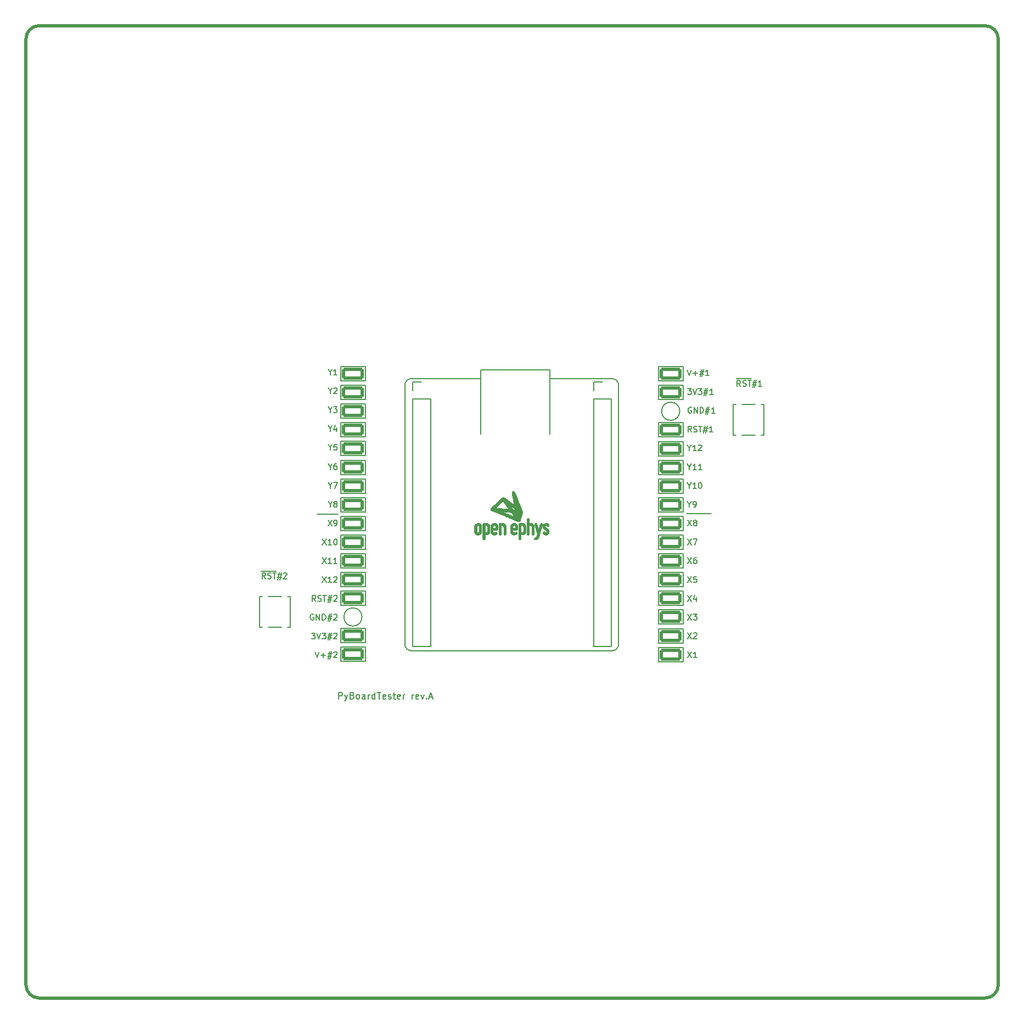
<source format=gbr>
%TF.GenerationSoftware,KiCad,Pcbnew,9.0.4*%
%TF.CreationDate,2025-11-21T09:49:57+00:00*%
%TF.ProjectId,PyBoardTester,5079426f-6172-4645-9465-737465722e6b,rev?*%
%TF.SameCoordinates,Original*%
%TF.FileFunction,Legend,Top*%
%TF.FilePolarity,Positive*%
%FSLAX46Y46*%
G04 Gerber Fmt 4.6, Leading zero omitted, Abs format (unit mm)*
G04 Created by KiCad (PCBNEW 9.0.4) date 2025-11-21 09:49:57*
%MOMM*%
%LPD*%
G01*
G04 APERTURE LIST*
G04 Aperture macros list*
%AMRoundRect*
0 Rectangle with rounded corners*
0 $1 Rounding radius*
0 $2 $3 $4 $5 $6 $7 $8 $9 X,Y pos of 4 corners*
0 Add a 4 corners polygon primitive as box body*
4,1,4,$2,$3,$4,$5,$6,$7,$8,$9,$2,$3,0*
0 Add four circle primitives for the rounded corners*
1,1,$1+$1,$2,$3*
1,1,$1+$1,$4,$5*
1,1,$1+$1,$6,$7*
1,1,$1+$1,$8,$9*
0 Add four rect primitives between the rounded corners*
20,1,$1+$1,$2,$3,$4,$5,0*
20,1,$1+$1,$4,$5,$6,$7,0*
20,1,$1+$1,$6,$7,$8,$9,0*
20,1,$1+$1,$8,$9,$2,$3,0*%
G04 Aperture macros list end*
%ADD10C,0.152400*%
%ADD11C,0.177800*%
%ADD12C,0.200000*%
%ADD13C,0.203200*%
%ADD14RoundRect,0.250000X-1.450000X-0.650000X1.450000X-0.650000X1.450000X0.650000X-1.450000X0.650000X0*%
%ADD15C,2.000000*%
%ADD16R,1.400000X1.600000*%
%ADD17R,1.700000X1.700000*%
%ADD18C,1.700000*%
%TA.AperFunction,Profile*%
%ADD19C,0.500000*%
%TD*%
G04 APERTURE END LIST*
D10*
X78439000Y-84450633D02*
G75*
G02*
X79439000Y-83450600I1000000J33D01*
G01*
X79439000Y-83450633D02*
X90139000Y-83450633D01*
X110439000Y-125400633D02*
X79439000Y-125400633D01*
X90139000Y-82050633D02*
X100789000Y-82050633D01*
X78439000Y-124400633D02*
X78439000Y-84450633D01*
X110439000Y-83450633D02*
G75*
G02*
X111438967Y-84450633I0J-999967D01*
G01*
X111439000Y-124400633D02*
G75*
G02*
X110439000Y-125400600I-1000000J33D01*
G01*
D11*
X121883600Y-104290633D02*
X125744400Y-104290633D01*
D10*
X100789000Y-82050633D02*
X100789000Y-92000633D01*
X90139000Y-92000633D02*
X90139000Y-82050633D01*
X111439000Y-84450633D02*
X111439000Y-124400633D01*
X100789000Y-83450633D02*
X110439000Y-83450633D01*
D11*
X64918856Y-104344299D02*
X68144656Y-104344299D01*
D10*
X79439000Y-125400633D02*
G75*
G02*
X78438967Y-124400633I0J1000033D01*
G01*
D12*
X122631292Y-87914280D02*
X122545578Y-87871423D01*
X122545578Y-87871423D02*
X122417006Y-87871423D01*
X122417006Y-87871423D02*
X122288435Y-87914280D01*
X122288435Y-87914280D02*
X122202720Y-87999994D01*
X122202720Y-87999994D02*
X122159863Y-88085708D01*
X122159863Y-88085708D02*
X122117006Y-88257137D01*
X122117006Y-88257137D02*
X122117006Y-88385708D01*
X122117006Y-88385708D02*
X122159863Y-88557137D01*
X122159863Y-88557137D02*
X122202720Y-88642851D01*
X122202720Y-88642851D02*
X122288435Y-88728566D01*
X122288435Y-88728566D02*
X122417006Y-88771423D01*
X122417006Y-88771423D02*
X122502720Y-88771423D01*
X122502720Y-88771423D02*
X122631292Y-88728566D01*
X122631292Y-88728566D02*
X122674149Y-88685708D01*
X122674149Y-88685708D02*
X122674149Y-88385708D01*
X122674149Y-88385708D02*
X122502720Y-88385708D01*
X123059863Y-88771423D02*
X123059863Y-87871423D01*
X123059863Y-87871423D02*
X123574149Y-88771423D01*
X123574149Y-88771423D02*
X123574149Y-87871423D01*
X124002720Y-88771423D02*
X124002720Y-87871423D01*
X124002720Y-87871423D02*
X124217006Y-87871423D01*
X124217006Y-87871423D02*
X124345577Y-87914280D01*
X124345577Y-87914280D02*
X124431292Y-87999994D01*
X124431292Y-87999994D02*
X124474149Y-88085708D01*
X124474149Y-88085708D02*
X124517006Y-88257137D01*
X124517006Y-88257137D02*
X124517006Y-88385708D01*
X124517006Y-88385708D02*
X124474149Y-88557137D01*
X124474149Y-88557137D02*
X124431292Y-88642851D01*
X124431292Y-88642851D02*
X124345577Y-88728566D01*
X124345577Y-88728566D02*
X124217006Y-88771423D01*
X124217006Y-88771423D02*
X124002720Y-88771423D01*
X124859863Y-88171423D02*
X125502720Y-88171423D01*
X125117006Y-87785708D02*
X124859863Y-88942851D01*
X125417006Y-88557137D02*
X124774149Y-88557137D01*
X125159863Y-88942851D02*
X125417006Y-87785708D01*
X126274149Y-88771423D02*
X125759863Y-88771423D01*
X126017006Y-88771423D02*
X126017006Y-87871423D01*
X126017006Y-87871423D02*
X125931292Y-87999994D01*
X125931292Y-87999994D02*
X125845577Y-88085708D01*
X125845577Y-88085708D02*
X125759863Y-88128566D01*
X66924149Y-88248186D02*
X66924149Y-88676758D01*
X66624149Y-87776758D02*
X66924149Y-88248186D01*
X66924149Y-88248186D02*
X67224149Y-87776758D01*
X67438435Y-87776758D02*
X67995578Y-87776758D01*
X67995578Y-87776758D02*
X67695578Y-88119615D01*
X67695578Y-88119615D02*
X67824149Y-88119615D01*
X67824149Y-88119615D02*
X67909864Y-88162472D01*
X67909864Y-88162472D02*
X67952721Y-88205329D01*
X67952721Y-88205329D02*
X67995578Y-88291043D01*
X67995578Y-88291043D02*
X67995578Y-88505329D01*
X67995578Y-88505329D02*
X67952721Y-88591043D01*
X67952721Y-88591043D02*
X67909864Y-88633901D01*
X67909864Y-88633901D02*
X67824149Y-88676758D01*
X67824149Y-88676758D02*
X67567006Y-88676758D01*
X67567006Y-88676758D02*
X67481292Y-88633901D01*
X67481292Y-88633901D02*
X67438435Y-88591043D01*
X122074149Y-125580090D02*
X122674149Y-126480090D01*
X122674149Y-125580090D02*
X122074149Y-126480090D01*
X123488435Y-126480090D02*
X122974149Y-126480090D01*
X123231292Y-126480090D02*
X123231292Y-125580090D01*
X123231292Y-125580090D02*
X123145578Y-125708661D01*
X123145578Y-125708661D02*
X123059863Y-125794375D01*
X123059863Y-125794375D02*
X122974149Y-125837233D01*
X122074149Y-105275423D02*
X122674149Y-106175423D01*
X122674149Y-105275423D02*
X122074149Y-106175423D01*
X123145578Y-105661137D02*
X123059863Y-105618280D01*
X123059863Y-105618280D02*
X123017006Y-105575423D01*
X123017006Y-105575423D02*
X122974149Y-105489708D01*
X122974149Y-105489708D02*
X122974149Y-105446851D01*
X122974149Y-105446851D02*
X123017006Y-105361137D01*
X123017006Y-105361137D02*
X123059863Y-105318280D01*
X123059863Y-105318280D02*
X123145578Y-105275423D01*
X123145578Y-105275423D02*
X123317006Y-105275423D01*
X123317006Y-105275423D02*
X123402721Y-105318280D01*
X123402721Y-105318280D02*
X123445578Y-105361137D01*
X123445578Y-105361137D02*
X123488435Y-105446851D01*
X123488435Y-105446851D02*
X123488435Y-105489708D01*
X123488435Y-105489708D02*
X123445578Y-105575423D01*
X123445578Y-105575423D02*
X123402721Y-105618280D01*
X123402721Y-105618280D02*
X123317006Y-105661137D01*
X123317006Y-105661137D02*
X123145578Y-105661137D01*
X123145578Y-105661137D02*
X123059863Y-105703994D01*
X123059863Y-105703994D02*
X123017006Y-105746851D01*
X123017006Y-105746851D02*
X122974149Y-105832566D01*
X122974149Y-105832566D02*
X122974149Y-106003994D01*
X122974149Y-106003994D02*
X123017006Y-106089708D01*
X123017006Y-106089708D02*
X123059863Y-106132566D01*
X123059863Y-106132566D02*
X123145578Y-106175423D01*
X123145578Y-106175423D02*
X123317006Y-106175423D01*
X123317006Y-106175423D02*
X123402721Y-106132566D01*
X123402721Y-106132566D02*
X123445578Y-106089708D01*
X123445578Y-106089708D02*
X123488435Y-106003994D01*
X123488435Y-106003994D02*
X123488435Y-105832566D01*
X123488435Y-105832566D02*
X123445578Y-105746851D01*
X123445578Y-105746851D02*
X123402721Y-105703994D01*
X123402721Y-105703994D02*
X123317006Y-105661137D01*
X122331292Y-99945518D02*
X122331292Y-100374090D01*
X122031292Y-99474090D02*
X122331292Y-99945518D01*
X122331292Y-99945518D02*
X122631292Y-99474090D01*
X123402721Y-100374090D02*
X122888435Y-100374090D01*
X123145578Y-100374090D02*
X123145578Y-99474090D01*
X123145578Y-99474090D02*
X123059864Y-99602661D01*
X123059864Y-99602661D02*
X122974149Y-99688375D01*
X122974149Y-99688375D02*
X122888435Y-99731233D01*
X123959864Y-99474090D02*
X124045578Y-99474090D01*
X124045578Y-99474090D02*
X124131292Y-99516947D01*
X124131292Y-99516947D02*
X124174150Y-99559804D01*
X124174150Y-99559804D02*
X124217007Y-99645518D01*
X124217007Y-99645518D02*
X124259864Y-99816947D01*
X124259864Y-99816947D02*
X124259864Y-100031233D01*
X124259864Y-100031233D02*
X124217007Y-100202661D01*
X124217007Y-100202661D02*
X124174150Y-100288375D01*
X124174150Y-100288375D02*
X124131292Y-100331233D01*
X124131292Y-100331233D02*
X124045578Y-100374090D01*
X124045578Y-100374090D02*
X123959864Y-100374090D01*
X123959864Y-100374090D02*
X123874150Y-100331233D01*
X123874150Y-100331233D02*
X123831292Y-100288375D01*
X123831292Y-100288375D02*
X123788435Y-100202661D01*
X123788435Y-100202661D02*
X123745578Y-100031233D01*
X123745578Y-100031233D02*
X123745578Y-99816947D01*
X123745578Y-99816947D02*
X123788435Y-99645518D01*
X123788435Y-99645518D02*
X123831292Y-99559804D01*
X123831292Y-99559804D02*
X123874150Y-99516947D01*
X123874150Y-99516947D02*
X123959864Y-99474090D01*
X66924149Y-85344852D02*
X66924149Y-85773424D01*
X66624149Y-84873424D02*
X66924149Y-85344852D01*
X66924149Y-85344852D02*
X67224149Y-84873424D01*
X67481292Y-84959138D02*
X67524149Y-84916281D01*
X67524149Y-84916281D02*
X67609864Y-84873424D01*
X67609864Y-84873424D02*
X67824149Y-84873424D01*
X67824149Y-84873424D02*
X67909864Y-84916281D01*
X67909864Y-84916281D02*
X67952721Y-84959138D01*
X67952721Y-84959138D02*
X67995578Y-85044852D01*
X67995578Y-85044852D02*
X67995578Y-85130567D01*
X67995578Y-85130567D02*
X67952721Y-85259138D01*
X67952721Y-85259138D02*
X67438435Y-85773424D01*
X67438435Y-85773424D02*
X67995578Y-85773424D01*
X65724149Y-111080090D02*
X66324149Y-111980090D01*
X66324149Y-111080090D02*
X65724149Y-111980090D01*
X67138435Y-111980090D02*
X66624149Y-111980090D01*
X66881292Y-111980090D02*
X66881292Y-111080090D01*
X66881292Y-111080090D02*
X66795578Y-111208661D01*
X66795578Y-111208661D02*
X66709863Y-111294375D01*
X66709863Y-111294375D02*
X66624149Y-111337233D01*
X67995578Y-111980090D02*
X67481292Y-111980090D01*
X67738435Y-111980090D02*
X67738435Y-111080090D01*
X67738435Y-111080090D02*
X67652721Y-111208661D01*
X67652721Y-111208661D02*
X67567006Y-111294375D01*
X67567006Y-111294375D02*
X67481292Y-111337233D01*
X122331292Y-97044851D02*
X122331292Y-97473423D01*
X122031292Y-96573423D02*
X122331292Y-97044851D01*
X122331292Y-97044851D02*
X122631292Y-96573423D01*
X123402721Y-97473423D02*
X122888435Y-97473423D01*
X123145578Y-97473423D02*
X123145578Y-96573423D01*
X123145578Y-96573423D02*
X123059864Y-96701994D01*
X123059864Y-96701994D02*
X122974149Y-96787708D01*
X122974149Y-96787708D02*
X122888435Y-96830566D01*
X124259864Y-97473423D02*
X123745578Y-97473423D01*
X124002721Y-97473423D02*
X124002721Y-96573423D01*
X124002721Y-96573423D02*
X123917007Y-96701994D01*
X123917007Y-96701994D02*
X123831292Y-96787708D01*
X123831292Y-96787708D02*
X123745578Y-96830566D01*
X66924149Y-102841518D02*
X66924149Y-103270090D01*
X66624149Y-102370090D02*
X66924149Y-102841518D01*
X66924149Y-102841518D02*
X67224149Y-102370090D01*
X67652721Y-102755804D02*
X67567006Y-102712947D01*
X67567006Y-102712947D02*
X67524149Y-102670090D01*
X67524149Y-102670090D02*
X67481292Y-102584375D01*
X67481292Y-102584375D02*
X67481292Y-102541518D01*
X67481292Y-102541518D02*
X67524149Y-102455804D01*
X67524149Y-102455804D02*
X67567006Y-102412947D01*
X67567006Y-102412947D02*
X67652721Y-102370090D01*
X67652721Y-102370090D02*
X67824149Y-102370090D01*
X67824149Y-102370090D02*
X67909864Y-102412947D01*
X67909864Y-102412947D02*
X67952721Y-102455804D01*
X67952721Y-102455804D02*
X67995578Y-102541518D01*
X67995578Y-102541518D02*
X67995578Y-102584375D01*
X67995578Y-102584375D02*
X67952721Y-102670090D01*
X67952721Y-102670090D02*
X67909864Y-102712947D01*
X67909864Y-102712947D02*
X67824149Y-102755804D01*
X67824149Y-102755804D02*
X67652721Y-102755804D01*
X67652721Y-102755804D02*
X67567006Y-102798661D01*
X67567006Y-102798661D02*
X67524149Y-102841518D01*
X67524149Y-102841518D02*
X67481292Y-102927233D01*
X67481292Y-102927233D02*
X67481292Y-103098661D01*
X67481292Y-103098661D02*
X67524149Y-103184375D01*
X67524149Y-103184375D02*
X67567006Y-103227233D01*
X67567006Y-103227233D02*
X67652721Y-103270090D01*
X67652721Y-103270090D02*
X67824149Y-103270090D01*
X67824149Y-103270090D02*
X67909864Y-103227233D01*
X67909864Y-103227233D02*
X67952721Y-103184375D01*
X67952721Y-103184375D02*
X67995578Y-103098661D01*
X67995578Y-103098661D02*
X67995578Y-102927233D01*
X67995578Y-102927233D02*
X67952721Y-102841518D01*
X67952721Y-102841518D02*
X67909864Y-102798661D01*
X67909864Y-102798661D02*
X67824149Y-102755804D01*
X64052720Y-122693424D02*
X64609863Y-122693424D01*
X64609863Y-122693424D02*
X64309863Y-123036281D01*
X64309863Y-123036281D02*
X64438434Y-123036281D01*
X64438434Y-123036281D02*
X64524149Y-123079138D01*
X64524149Y-123079138D02*
X64567006Y-123121995D01*
X64567006Y-123121995D02*
X64609863Y-123207709D01*
X64609863Y-123207709D02*
X64609863Y-123421995D01*
X64609863Y-123421995D02*
X64567006Y-123507709D01*
X64567006Y-123507709D02*
X64524149Y-123550567D01*
X64524149Y-123550567D02*
X64438434Y-123593424D01*
X64438434Y-123593424D02*
X64181291Y-123593424D01*
X64181291Y-123593424D02*
X64095577Y-123550567D01*
X64095577Y-123550567D02*
X64052720Y-123507709D01*
X64867006Y-122693424D02*
X65167006Y-123593424D01*
X65167006Y-123593424D02*
X65467006Y-122693424D01*
X65681292Y-122693424D02*
X66238435Y-122693424D01*
X66238435Y-122693424D02*
X65938435Y-123036281D01*
X65938435Y-123036281D02*
X66067006Y-123036281D01*
X66067006Y-123036281D02*
X66152721Y-123079138D01*
X66152721Y-123079138D02*
X66195578Y-123121995D01*
X66195578Y-123121995D02*
X66238435Y-123207709D01*
X66238435Y-123207709D02*
X66238435Y-123421995D01*
X66238435Y-123421995D02*
X66195578Y-123507709D01*
X66195578Y-123507709D02*
X66152721Y-123550567D01*
X66152721Y-123550567D02*
X66067006Y-123593424D01*
X66067006Y-123593424D02*
X65809863Y-123593424D01*
X65809863Y-123593424D02*
X65724149Y-123550567D01*
X65724149Y-123550567D02*
X65681292Y-123507709D01*
X66581292Y-122993424D02*
X67224149Y-122993424D01*
X66838435Y-122607709D02*
X66581292Y-123764852D01*
X67138435Y-123379138D02*
X66495578Y-123379138D01*
X66881292Y-123764852D02*
X67138435Y-122607709D01*
X67481292Y-122779138D02*
X67524149Y-122736281D01*
X67524149Y-122736281D02*
X67609864Y-122693424D01*
X67609864Y-122693424D02*
X67824149Y-122693424D01*
X67824149Y-122693424D02*
X67909864Y-122736281D01*
X67909864Y-122736281D02*
X67952721Y-122779138D01*
X67952721Y-122779138D02*
X67995578Y-122864852D01*
X67995578Y-122864852D02*
X67995578Y-122950567D01*
X67995578Y-122950567D02*
X67952721Y-123079138D01*
X67952721Y-123079138D02*
X67438435Y-123593424D01*
X67438435Y-123593424D02*
X67995578Y-123593424D01*
X122074149Y-119778757D02*
X122674149Y-120678757D01*
X122674149Y-119778757D02*
X122074149Y-120678757D01*
X122931292Y-119778757D02*
X123488435Y-119778757D01*
X123488435Y-119778757D02*
X123188435Y-120121614D01*
X123188435Y-120121614D02*
X123317006Y-120121614D01*
X123317006Y-120121614D02*
X123402721Y-120164471D01*
X123402721Y-120164471D02*
X123445578Y-120207328D01*
X123445578Y-120207328D02*
X123488435Y-120293042D01*
X123488435Y-120293042D02*
X123488435Y-120507328D01*
X123488435Y-120507328D02*
X123445578Y-120593042D01*
X123445578Y-120593042D02*
X123402721Y-120635900D01*
X123402721Y-120635900D02*
X123317006Y-120678757D01*
X123317006Y-120678757D02*
X123059863Y-120678757D01*
X123059863Y-120678757D02*
X122974149Y-120635900D01*
X122974149Y-120635900D02*
X122931292Y-120593042D01*
X64609863Y-125596757D02*
X64909863Y-126496757D01*
X64909863Y-126496757D02*
X65209863Y-125596757D01*
X65509863Y-126153900D02*
X66195578Y-126153900D01*
X65852720Y-126496757D02*
X65852720Y-125811042D01*
X66581292Y-125896757D02*
X67224149Y-125896757D01*
X66838435Y-125511042D02*
X66581292Y-126668185D01*
X67138435Y-126282471D02*
X66495578Y-126282471D01*
X66881292Y-126668185D02*
X67138435Y-125511042D01*
X67481292Y-125682471D02*
X67524149Y-125639614D01*
X67524149Y-125639614D02*
X67609864Y-125596757D01*
X67609864Y-125596757D02*
X67824149Y-125596757D01*
X67824149Y-125596757D02*
X67909864Y-125639614D01*
X67909864Y-125639614D02*
X67952721Y-125682471D01*
X67952721Y-125682471D02*
X67995578Y-125768185D01*
X67995578Y-125768185D02*
X67995578Y-125853900D01*
X67995578Y-125853900D02*
X67952721Y-125982471D01*
X67952721Y-125982471D02*
X67438435Y-126496757D01*
X67438435Y-126496757D02*
X67995578Y-126496757D01*
X66924149Y-91151519D02*
X66924149Y-91580091D01*
X66624149Y-90680091D02*
X66924149Y-91151519D01*
X66924149Y-91151519D02*
X67224149Y-90680091D01*
X67909864Y-90980091D02*
X67909864Y-91580091D01*
X67695578Y-90637234D02*
X67481292Y-91280091D01*
X67481292Y-91280091D02*
X68038435Y-91280091D01*
X66924149Y-99938185D02*
X66924149Y-100366757D01*
X66624149Y-99466757D02*
X66924149Y-99938185D01*
X66924149Y-99938185D02*
X67224149Y-99466757D01*
X67438435Y-99466757D02*
X68038435Y-99466757D01*
X68038435Y-99466757D02*
X67652721Y-100366757D01*
X66924149Y-97034852D02*
X66924149Y-97463424D01*
X66624149Y-96563424D02*
X66924149Y-97034852D01*
X66924149Y-97034852D02*
X67224149Y-96563424D01*
X67909864Y-96563424D02*
X67738435Y-96563424D01*
X67738435Y-96563424D02*
X67652721Y-96606281D01*
X67652721Y-96606281D02*
X67609864Y-96649138D01*
X67609864Y-96649138D02*
X67524149Y-96777709D01*
X67524149Y-96777709D02*
X67481292Y-96949138D01*
X67481292Y-96949138D02*
X67481292Y-97291995D01*
X67481292Y-97291995D02*
X67524149Y-97377709D01*
X67524149Y-97377709D02*
X67567006Y-97420567D01*
X67567006Y-97420567D02*
X67652721Y-97463424D01*
X67652721Y-97463424D02*
X67824149Y-97463424D01*
X67824149Y-97463424D02*
X67909864Y-97420567D01*
X67909864Y-97420567D02*
X67952721Y-97377709D01*
X67952721Y-97377709D02*
X67995578Y-97291995D01*
X67995578Y-97291995D02*
X67995578Y-97077709D01*
X67995578Y-97077709D02*
X67952721Y-96991995D01*
X67952721Y-96991995D02*
X67909864Y-96949138D01*
X67909864Y-96949138D02*
X67824149Y-96906281D01*
X67824149Y-96906281D02*
X67652721Y-96906281D01*
X67652721Y-96906281D02*
X67567006Y-96949138D01*
X67567006Y-96949138D02*
X67524149Y-96991995D01*
X67524149Y-96991995D02*
X67481292Y-97077709D01*
X122074149Y-108176090D02*
X122674149Y-109076090D01*
X122674149Y-108176090D02*
X122074149Y-109076090D01*
X122931292Y-108176090D02*
X123531292Y-108176090D01*
X123531292Y-108176090D02*
X123145578Y-109076090D01*
X122074149Y-111076757D02*
X122674149Y-111976757D01*
X122674149Y-111076757D02*
X122074149Y-111976757D01*
X123402721Y-111076757D02*
X123231292Y-111076757D01*
X123231292Y-111076757D02*
X123145578Y-111119614D01*
X123145578Y-111119614D02*
X123102721Y-111162471D01*
X123102721Y-111162471D02*
X123017006Y-111291042D01*
X123017006Y-111291042D02*
X122974149Y-111462471D01*
X122974149Y-111462471D02*
X122974149Y-111805328D01*
X122974149Y-111805328D02*
X123017006Y-111891042D01*
X123017006Y-111891042D02*
X123059863Y-111933900D01*
X123059863Y-111933900D02*
X123145578Y-111976757D01*
X123145578Y-111976757D02*
X123317006Y-111976757D01*
X123317006Y-111976757D02*
X123402721Y-111933900D01*
X123402721Y-111933900D02*
X123445578Y-111891042D01*
X123445578Y-111891042D02*
X123488435Y-111805328D01*
X123488435Y-111805328D02*
X123488435Y-111591042D01*
X123488435Y-111591042D02*
X123445578Y-111505328D01*
X123445578Y-111505328D02*
X123402721Y-111462471D01*
X123402721Y-111462471D02*
X123317006Y-111419614D01*
X123317006Y-111419614D02*
X123145578Y-111419614D01*
X123145578Y-111419614D02*
X123059863Y-111462471D01*
X123059863Y-111462471D02*
X123017006Y-111505328D01*
X123017006Y-111505328D02*
X122974149Y-111591042D01*
D13*
X68235713Y-132852052D02*
X68235713Y-131852052D01*
X68235713Y-131852052D02*
X68616665Y-131852052D01*
X68616665Y-131852052D02*
X68711903Y-131899671D01*
X68711903Y-131899671D02*
X68759522Y-131947290D01*
X68759522Y-131947290D02*
X68807141Y-132042528D01*
X68807141Y-132042528D02*
X68807141Y-132185385D01*
X68807141Y-132185385D02*
X68759522Y-132280623D01*
X68759522Y-132280623D02*
X68711903Y-132328242D01*
X68711903Y-132328242D02*
X68616665Y-132375861D01*
X68616665Y-132375861D02*
X68235713Y-132375861D01*
X69140475Y-132185385D02*
X69378570Y-132852052D01*
X69616665Y-132185385D02*
X69378570Y-132852052D01*
X69378570Y-132852052D02*
X69283332Y-133090147D01*
X69283332Y-133090147D02*
X69235713Y-133137766D01*
X69235713Y-133137766D02*
X69140475Y-133185385D01*
X70330951Y-132328242D02*
X70473808Y-132375861D01*
X70473808Y-132375861D02*
X70521427Y-132423480D01*
X70521427Y-132423480D02*
X70569046Y-132518718D01*
X70569046Y-132518718D02*
X70569046Y-132661575D01*
X70569046Y-132661575D02*
X70521427Y-132756813D01*
X70521427Y-132756813D02*
X70473808Y-132804433D01*
X70473808Y-132804433D02*
X70378570Y-132852052D01*
X70378570Y-132852052D02*
X69997618Y-132852052D01*
X69997618Y-132852052D02*
X69997618Y-131852052D01*
X69997618Y-131852052D02*
X70330951Y-131852052D01*
X70330951Y-131852052D02*
X70426189Y-131899671D01*
X70426189Y-131899671D02*
X70473808Y-131947290D01*
X70473808Y-131947290D02*
X70521427Y-132042528D01*
X70521427Y-132042528D02*
X70521427Y-132137766D01*
X70521427Y-132137766D02*
X70473808Y-132233004D01*
X70473808Y-132233004D02*
X70426189Y-132280623D01*
X70426189Y-132280623D02*
X70330951Y-132328242D01*
X70330951Y-132328242D02*
X69997618Y-132328242D01*
X71140475Y-132852052D02*
X71045237Y-132804433D01*
X71045237Y-132804433D02*
X70997618Y-132756813D01*
X70997618Y-132756813D02*
X70949999Y-132661575D01*
X70949999Y-132661575D02*
X70949999Y-132375861D01*
X70949999Y-132375861D02*
X70997618Y-132280623D01*
X70997618Y-132280623D02*
X71045237Y-132233004D01*
X71045237Y-132233004D02*
X71140475Y-132185385D01*
X71140475Y-132185385D02*
X71283332Y-132185385D01*
X71283332Y-132185385D02*
X71378570Y-132233004D01*
X71378570Y-132233004D02*
X71426189Y-132280623D01*
X71426189Y-132280623D02*
X71473808Y-132375861D01*
X71473808Y-132375861D02*
X71473808Y-132661575D01*
X71473808Y-132661575D02*
X71426189Y-132756813D01*
X71426189Y-132756813D02*
X71378570Y-132804433D01*
X71378570Y-132804433D02*
X71283332Y-132852052D01*
X71283332Y-132852052D02*
X71140475Y-132852052D01*
X72330951Y-132852052D02*
X72330951Y-132328242D01*
X72330951Y-132328242D02*
X72283332Y-132233004D01*
X72283332Y-132233004D02*
X72188094Y-132185385D01*
X72188094Y-132185385D02*
X71997618Y-132185385D01*
X71997618Y-132185385D02*
X71902380Y-132233004D01*
X72330951Y-132804433D02*
X72235713Y-132852052D01*
X72235713Y-132852052D02*
X71997618Y-132852052D01*
X71997618Y-132852052D02*
X71902380Y-132804433D01*
X71902380Y-132804433D02*
X71854761Y-132709194D01*
X71854761Y-132709194D02*
X71854761Y-132613956D01*
X71854761Y-132613956D02*
X71902380Y-132518718D01*
X71902380Y-132518718D02*
X71997618Y-132471099D01*
X71997618Y-132471099D02*
X72235713Y-132471099D01*
X72235713Y-132471099D02*
X72330951Y-132423480D01*
X72807142Y-132852052D02*
X72807142Y-132185385D01*
X72807142Y-132375861D02*
X72854761Y-132280623D01*
X72854761Y-132280623D02*
X72902380Y-132233004D01*
X72902380Y-132233004D02*
X72997618Y-132185385D01*
X72997618Y-132185385D02*
X73092856Y-132185385D01*
X73854761Y-132852052D02*
X73854761Y-131852052D01*
X73854761Y-132804433D02*
X73759523Y-132852052D01*
X73759523Y-132852052D02*
X73569047Y-132852052D01*
X73569047Y-132852052D02*
X73473809Y-132804433D01*
X73473809Y-132804433D02*
X73426190Y-132756813D01*
X73426190Y-132756813D02*
X73378571Y-132661575D01*
X73378571Y-132661575D02*
X73378571Y-132375861D01*
X73378571Y-132375861D02*
X73426190Y-132280623D01*
X73426190Y-132280623D02*
X73473809Y-132233004D01*
X73473809Y-132233004D02*
X73569047Y-132185385D01*
X73569047Y-132185385D02*
X73759523Y-132185385D01*
X73759523Y-132185385D02*
X73854761Y-132233004D01*
X74188095Y-131852052D02*
X74759523Y-131852052D01*
X74473809Y-132852052D02*
X74473809Y-131852052D01*
X75473809Y-132804433D02*
X75378571Y-132852052D01*
X75378571Y-132852052D02*
X75188095Y-132852052D01*
X75188095Y-132852052D02*
X75092857Y-132804433D01*
X75092857Y-132804433D02*
X75045238Y-132709194D01*
X75045238Y-132709194D02*
X75045238Y-132328242D01*
X75045238Y-132328242D02*
X75092857Y-132233004D01*
X75092857Y-132233004D02*
X75188095Y-132185385D01*
X75188095Y-132185385D02*
X75378571Y-132185385D01*
X75378571Y-132185385D02*
X75473809Y-132233004D01*
X75473809Y-132233004D02*
X75521428Y-132328242D01*
X75521428Y-132328242D02*
X75521428Y-132423480D01*
X75521428Y-132423480D02*
X75045238Y-132518718D01*
X75902381Y-132804433D02*
X75997619Y-132852052D01*
X75997619Y-132852052D02*
X76188095Y-132852052D01*
X76188095Y-132852052D02*
X76283333Y-132804433D01*
X76283333Y-132804433D02*
X76330952Y-132709194D01*
X76330952Y-132709194D02*
X76330952Y-132661575D01*
X76330952Y-132661575D02*
X76283333Y-132566337D01*
X76283333Y-132566337D02*
X76188095Y-132518718D01*
X76188095Y-132518718D02*
X76045238Y-132518718D01*
X76045238Y-132518718D02*
X75950000Y-132471099D01*
X75950000Y-132471099D02*
X75902381Y-132375861D01*
X75902381Y-132375861D02*
X75902381Y-132328242D01*
X75902381Y-132328242D02*
X75950000Y-132233004D01*
X75950000Y-132233004D02*
X76045238Y-132185385D01*
X76045238Y-132185385D02*
X76188095Y-132185385D01*
X76188095Y-132185385D02*
X76283333Y-132233004D01*
X76616667Y-132185385D02*
X76997619Y-132185385D01*
X76759524Y-131852052D02*
X76759524Y-132709194D01*
X76759524Y-132709194D02*
X76807143Y-132804433D01*
X76807143Y-132804433D02*
X76902381Y-132852052D01*
X76902381Y-132852052D02*
X76997619Y-132852052D01*
X77711905Y-132804433D02*
X77616667Y-132852052D01*
X77616667Y-132852052D02*
X77426191Y-132852052D01*
X77426191Y-132852052D02*
X77330953Y-132804433D01*
X77330953Y-132804433D02*
X77283334Y-132709194D01*
X77283334Y-132709194D02*
X77283334Y-132328242D01*
X77283334Y-132328242D02*
X77330953Y-132233004D01*
X77330953Y-132233004D02*
X77426191Y-132185385D01*
X77426191Y-132185385D02*
X77616667Y-132185385D01*
X77616667Y-132185385D02*
X77711905Y-132233004D01*
X77711905Y-132233004D02*
X77759524Y-132328242D01*
X77759524Y-132328242D02*
X77759524Y-132423480D01*
X77759524Y-132423480D02*
X77283334Y-132518718D01*
X78188096Y-132852052D02*
X78188096Y-132185385D01*
X78188096Y-132375861D02*
X78235715Y-132280623D01*
X78235715Y-132280623D02*
X78283334Y-132233004D01*
X78283334Y-132233004D02*
X78378572Y-132185385D01*
X78378572Y-132185385D02*
X78473810Y-132185385D01*
X79569049Y-132852052D02*
X79569049Y-132185385D01*
X79569049Y-132375861D02*
X79616668Y-132280623D01*
X79616668Y-132280623D02*
X79664287Y-132233004D01*
X79664287Y-132233004D02*
X79759525Y-132185385D01*
X79759525Y-132185385D02*
X79854763Y-132185385D01*
X80569049Y-132804433D02*
X80473811Y-132852052D01*
X80473811Y-132852052D02*
X80283335Y-132852052D01*
X80283335Y-132852052D02*
X80188097Y-132804433D01*
X80188097Y-132804433D02*
X80140478Y-132709194D01*
X80140478Y-132709194D02*
X80140478Y-132328242D01*
X80140478Y-132328242D02*
X80188097Y-132233004D01*
X80188097Y-132233004D02*
X80283335Y-132185385D01*
X80283335Y-132185385D02*
X80473811Y-132185385D01*
X80473811Y-132185385D02*
X80569049Y-132233004D01*
X80569049Y-132233004D02*
X80616668Y-132328242D01*
X80616668Y-132328242D02*
X80616668Y-132423480D01*
X80616668Y-132423480D02*
X80140478Y-132518718D01*
X80950002Y-132185385D02*
X81188097Y-132852052D01*
X81188097Y-132852052D02*
X81426192Y-132185385D01*
X81807145Y-132756813D02*
X81854764Y-132804433D01*
X81854764Y-132804433D02*
X81807145Y-132852052D01*
X81807145Y-132852052D02*
X81759526Y-132804433D01*
X81759526Y-132804433D02*
X81807145Y-132756813D01*
X81807145Y-132756813D02*
X81807145Y-132852052D01*
X82235716Y-132566337D02*
X82711906Y-132566337D01*
X82140478Y-132852052D02*
X82473811Y-131852052D01*
X82473811Y-131852052D02*
X82807144Y-132852052D01*
D12*
X122331292Y-102846185D02*
X122331292Y-103274757D01*
X122031292Y-102374757D02*
X122331292Y-102846185D01*
X122331292Y-102846185D02*
X122631292Y-102374757D01*
X122974149Y-103274757D02*
X123145578Y-103274757D01*
X123145578Y-103274757D02*
X123231292Y-103231900D01*
X123231292Y-103231900D02*
X123274149Y-103189042D01*
X123274149Y-103189042D02*
X123359864Y-103060471D01*
X123359864Y-103060471D02*
X123402721Y-102889042D01*
X123402721Y-102889042D02*
X123402721Y-102546185D01*
X123402721Y-102546185D02*
X123359864Y-102460471D01*
X123359864Y-102460471D02*
X123317007Y-102417614D01*
X123317007Y-102417614D02*
X123231292Y-102374757D01*
X123231292Y-102374757D02*
X123059864Y-102374757D01*
X123059864Y-102374757D02*
X122974149Y-102417614D01*
X122974149Y-102417614D02*
X122931292Y-102460471D01*
X122931292Y-102460471D02*
X122888435Y-102546185D01*
X122888435Y-102546185D02*
X122888435Y-102760471D01*
X122888435Y-102760471D02*
X122931292Y-102846185D01*
X122931292Y-102846185D02*
X122974149Y-102889042D01*
X122974149Y-102889042D02*
X123059864Y-102931900D01*
X123059864Y-102931900D02*
X123231292Y-102931900D01*
X123231292Y-102931900D02*
X123317007Y-102889042D01*
X123317007Y-102889042D02*
X123359864Y-102846185D01*
X123359864Y-102846185D02*
X123402721Y-102760471D01*
X66924149Y-82441519D02*
X66924149Y-82870091D01*
X66624149Y-81970091D02*
X66924149Y-82441519D01*
X66924149Y-82441519D02*
X67224149Y-81970091D01*
X67995578Y-82870091D02*
X67481292Y-82870091D01*
X67738435Y-82870091D02*
X67738435Y-81970091D01*
X67738435Y-81970091D02*
X67652721Y-82098662D01*
X67652721Y-82098662D02*
X67567006Y-82184376D01*
X67567006Y-82184376D02*
X67481292Y-82227234D01*
X122674149Y-91672090D02*
X122374149Y-91243518D01*
X122159863Y-91672090D02*
X122159863Y-90772090D01*
X122159863Y-90772090D02*
X122502720Y-90772090D01*
X122502720Y-90772090D02*
X122588435Y-90814947D01*
X122588435Y-90814947D02*
X122631292Y-90857804D01*
X122631292Y-90857804D02*
X122674149Y-90943518D01*
X122674149Y-90943518D02*
X122674149Y-91072090D01*
X122674149Y-91072090D02*
X122631292Y-91157804D01*
X122631292Y-91157804D02*
X122588435Y-91200661D01*
X122588435Y-91200661D02*
X122502720Y-91243518D01*
X122502720Y-91243518D02*
X122159863Y-91243518D01*
X123017006Y-91629233D02*
X123145578Y-91672090D01*
X123145578Y-91672090D02*
X123359863Y-91672090D01*
X123359863Y-91672090D02*
X123445578Y-91629233D01*
X123445578Y-91629233D02*
X123488435Y-91586375D01*
X123488435Y-91586375D02*
X123531292Y-91500661D01*
X123531292Y-91500661D02*
X123531292Y-91414947D01*
X123531292Y-91414947D02*
X123488435Y-91329233D01*
X123488435Y-91329233D02*
X123445578Y-91286375D01*
X123445578Y-91286375D02*
X123359863Y-91243518D01*
X123359863Y-91243518D02*
X123188435Y-91200661D01*
X123188435Y-91200661D02*
X123102720Y-91157804D01*
X123102720Y-91157804D02*
X123059863Y-91114947D01*
X123059863Y-91114947D02*
X123017006Y-91029233D01*
X123017006Y-91029233D02*
X123017006Y-90943518D01*
X123017006Y-90943518D02*
X123059863Y-90857804D01*
X123059863Y-90857804D02*
X123102720Y-90814947D01*
X123102720Y-90814947D02*
X123188435Y-90772090D01*
X123188435Y-90772090D02*
X123402720Y-90772090D01*
X123402720Y-90772090D02*
X123531292Y-90814947D01*
X123788435Y-90772090D02*
X124302721Y-90772090D01*
X124045578Y-91672090D02*
X124045578Y-90772090D01*
X124559863Y-91072090D02*
X125202720Y-91072090D01*
X124817006Y-90686375D02*
X124559863Y-91843518D01*
X125117006Y-91457804D02*
X124474149Y-91457804D01*
X124859863Y-91843518D02*
X125117006Y-90686375D01*
X125974149Y-91672090D02*
X125459863Y-91672090D01*
X125717006Y-91672090D02*
X125717006Y-90772090D01*
X125717006Y-90772090D02*
X125631292Y-90900661D01*
X125631292Y-90900661D02*
X125545577Y-90986375D01*
X125545577Y-90986375D02*
X125459863Y-91029233D01*
X122074149Y-116878090D02*
X122674149Y-117778090D01*
X122674149Y-116878090D02*
X122074149Y-117778090D01*
X123402721Y-117178090D02*
X123402721Y-117778090D01*
X123188435Y-116835233D02*
X122974149Y-117478090D01*
X122974149Y-117478090D02*
X123531292Y-117478090D01*
X122074149Y-122679423D02*
X122674149Y-123579423D01*
X122674149Y-122679423D02*
X122074149Y-123579423D01*
X122974149Y-122765137D02*
X123017006Y-122722280D01*
X123017006Y-122722280D02*
X123102721Y-122679423D01*
X123102721Y-122679423D02*
X123317006Y-122679423D01*
X123317006Y-122679423D02*
X123402721Y-122722280D01*
X123402721Y-122722280D02*
X123445578Y-122765137D01*
X123445578Y-122765137D02*
X123488435Y-122850851D01*
X123488435Y-122850851D02*
X123488435Y-122936566D01*
X123488435Y-122936566D02*
X123445578Y-123065137D01*
X123445578Y-123065137D02*
X122931292Y-123579423D01*
X122931292Y-123579423D02*
X123488435Y-123579423D01*
X65724149Y-108176757D02*
X66324149Y-109076757D01*
X66324149Y-108176757D02*
X65724149Y-109076757D01*
X67138435Y-109076757D02*
X66624149Y-109076757D01*
X66881292Y-109076757D02*
X66881292Y-108176757D01*
X66881292Y-108176757D02*
X66795578Y-108305328D01*
X66795578Y-108305328D02*
X66709863Y-108391042D01*
X66709863Y-108391042D02*
X66624149Y-108433900D01*
X67695578Y-108176757D02*
X67781292Y-108176757D01*
X67781292Y-108176757D02*
X67867006Y-108219614D01*
X67867006Y-108219614D02*
X67909864Y-108262471D01*
X67909864Y-108262471D02*
X67952721Y-108348185D01*
X67952721Y-108348185D02*
X67995578Y-108519614D01*
X67995578Y-108519614D02*
X67995578Y-108733900D01*
X67995578Y-108733900D02*
X67952721Y-108905328D01*
X67952721Y-108905328D02*
X67909864Y-108991042D01*
X67909864Y-108991042D02*
X67867006Y-109033900D01*
X67867006Y-109033900D02*
X67781292Y-109076757D01*
X67781292Y-109076757D02*
X67695578Y-109076757D01*
X67695578Y-109076757D02*
X67609864Y-109033900D01*
X67609864Y-109033900D02*
X67567006Y-108991042D01*
X67567006Y-108991042D02*
X67524149Y-108905328D01*
X67524149Y-108905328D02*
X67481292Y-108733900D01*
X67481292Y-108733900D02*
X67481292Y-108519614D01*
X67481292Y-108519614D02*
X67524149Y-108348185D01*
X67524149Y-108348185D02*
X67567006Y-108262471D01*
X67567006Y-108262471D02*
X67609864Y-108219614D01*
X67609864Y-108219614D02*
X67695578Y-108176757D01*
X122074149Y-113977423D02*
X122674149Y-114877423D01*
X122674149Y-113977423D02*
X122074149Y-114877423D01*
X123445578Y-113977423D02*
X123017006Y-113977423D01*
X123017006Y-113977423D02*
X122974149Y-114405994D01*
X122974149Y-114405994D02*
X123017006Y-114363137D01*
X123017006Y-114363137D02*
X123102721Y-114320280D01*
X123102721Y-114320280D02*
X123317006Y-114320280D01*
X123317006Y-114320280D02*
X123402721Y-114363137D01*
X123402721Y-114363137D02*
X123445578Y-114405994D01*
X123445578Y-114405994D02*
X123488435Y-114491708D01*
X123488435Y-114491708D02*
X123488435Y-114705994D01*
X123488435Y-114705994D02*
X123445578Y-114791708D01*
X123445578Y-114791708D02*
X123402721Y-114834566D01*
X123402721Y-114834566D02*
X123317006Y-114877423D01*
X123317006Y-114877423D02*
X123102721Y-114877423D01*
X123102721Y-114877423D02*
X123017006Y-114834566D01*
X123017006Y-114834566D02*
X122974149Y-114791708D01*
X122031292Y-82070090D02*
X122331292Y-82970090D01*
X122331292Y-82970090D02*
X122631292Y-82070090D01*
X122931292Y-82627233D02*
X123617007Y-82627233D01*
X123274149Y-82970090D02*
X123274149Y-82284375D01*
X124002721Y-82370090D02*
X124645578Y-82370090D01*
X124259864Y-81984375D02*
X124002721Y-83141518D01*
X124559864Y-82755804D02*
X123917007Y-82755804D01*
X124302721Y-83141518D02*
X124559864Y-81984375D01*
X125417007Y-82970090D02*
X124902721Y-82970090D01*
X125159864Y-82970090D02*
X125159864Y-82070090D01*
X125159864Y-82070090D02*
X125074150Y-82198661D01*
X125074150Y-82198661D02*
X124988435Y-82284375D01*
X124988435Y-82284375D02*
X124902721Y-82327233D01*
X66924149Y-94054852D02*
X66924149Y-94483424D01*
X66624149Y-93583424D02*
X66924149Y-94054852D01*
X66924149Y-94054852D02*
X67224149Y-93583424D01*
X67952721Y-93583424D02*
X67524149Y-93583424D01*
X67524149Y-93583424D02*
X67481292Y-94011995D01*
X67481292Y-94011995D02*
X67524149Y-93969138D01*
X67524149Y-93969138D02*
X67609864Y-93926281D01*
X67609864Y-93926281D02*
X67824149Y-93926281D01*
X67824149Y-93926281D02*
X67909864Y-93969138D01*
X67909864Y-93969138D02*
X67952721Y-94011995D01*
X67952721Y-94011995D02*
X67995578Y-94097709D01*
X67995578Y-94097709D02*
X67995578Y-94311995D01*
X67995578Y-94311995D02*
X67952721Y-94397709D01*
X67952721Y-94397709D02*
X67909864Y-94440567D01*
X67909864Y-94440567D02*
X67824149Y-94483424D01*
X67824149Y-94483424D02*
X67609864Y-94483424D01*
X67609864Y-94483424D02*
X67524149Y-94440567D01*
X67524149Y-94440567D02*
X67481292Y-94397709D01*
X66581292Y-105273424D02*
X67181292Y-106173424D01*
X67181292Y-105273424D02*
X66581292Y-106173424D01*
X67567006Y-106173424D02*
X67738435Y-106173424D01*
X67738435Y-106173424D02*
X67824149Y-106130567D01*
X67824149Y-106130567D02*
X67867006Y-106087709D01*
X67867006Y-106087709D02*
X67952721Y-105959138D01*
X67952721Y-105959138D02*
X67995578Y-105787709D01*
X67995578Y-105787709D02*
X67995578Y-105444852D01*
X67995578Y-105444852D02*
X67952721Y-105359138D01*
X67952721Y-105359138D02*
X67909864Y-105316281D01*
X67909864Y-105316281D02*
X67824149Y-105273424D01*
X67824149Y-105273424D02*
X67652721Y-105273424D01*
X67652721Y-105273424D02*
X67567006Y-105316281D01*
X67567006Y-105316281D02*
X67524149Y-105359138D01*
X67524149Y-105359138D02*
X67481292Y-105444852D01*
X67481292Y-105444852D02*
X67481292Y-105659138D01*
X67481292Y-105659138D02*
X67524149Y-105744852D01*
X67524149Y-105744852D02*
X67567006Y-105787709D01*
X67567006Y-105787709D02*
X67652721Y-105830567D01*
X67652721Y-105830567D02*
X67824149Y-105830567D01*
X67824149Y-105830567D02*
X67909864Y-105787709D01*
X67909864Y-105787709D02*
X67952721Y-105744852D01*
X67952721Y-105744852D02*
X67995578Y-105659138D01*
X64352721Y-119832947D02*
X64267007Y-119790090D01*
X64267007Y-119790090D02*
X64138435Y-119790090D01*
X64138435Y-119790090D02*
X64009864Y-119832947D01*
X64009864Y-119832947D02*
X63924149Y-119918661D01*
X63924149Y-119918661D02*
X63881292Y-120004375D01*
X63881292Y-120004375D02*
X63838435Y-120175804D01*
X63838435Y-120175804D02*
X63838435Y-120304375D01*
X63838435Y-120304375D02*
X63881292Y-120475804D01*
X63881292Y-120475804D02*
X63924149Y-120561518D01*
X63924149Y-120561518D02*
X64009864Y-120647233D01*
X64009864Y-120647233D02*
X64138435Y-120690090D01*
X64138435Y-120690090D02*
X64224149Y-120690090D01*
X64224149Y-120690090D02*
X64352721Y-120647233D01*
X64352721Y-120647233D02*
X64395578Y-120604375D01*
X64395578Y-120604375D02*
X64395578Y-120304375D01*
X64395578Y-120304375D02*
X64224149Y-120304375D01*
X64781292Y-120690090D02*
X64781292Y-119790090D01*
X64781292Y-119790090D02*
X65295578Y-120690090D01*
X65295578Y-120690090D02*
X65295578Y-119790090D01*
X65724149Y-120690090D02*
X65724149Y-119790090D01*
X65724149Y-119790090D02*
X65938435Y-119790090D01*
X65938435Y-119790090D02*
X66067006Y-119832947D01*
X66067006Y-119832947D02*
X66152721Y-119918661D01*
X66152721Y-119918661D02*
X66195578Y-120004375D01*
X66195578Y-120004375D02*
X66238435Y-120175804D01*
X66238435Y-120175804D02*
X66238435Y-120304375D01*
X66238435Y-120304375D02*
X66195578Y-120475804D01*
X66195578Y-120475804D02*
X66152721Y-120561518D01*
X66152721Y-120561518D02*
X66067006Y-120647233D01*
X66067006Y-120647233D02*
X65938435Y-120690090D01*
X65938435Y-120690090D02*
X65724149Y-120690090D01*
X66581292Y-120090090D02*
X67224149Y-120090090D01*
X66838435Y-119704375D02*
X66581292Y-120861518D01*
X67138435Y-120475804D02*
X66495578Y-120475804D01*
X66881292Y-120861518D02*
X67138435Y-119704375D01*
X67481292Y-119875804D02*
X67524149Y-119832947D01*
X67524149Y-119832947D02*
X67609864Y-119790090D01*
X67609864Y-119790090D02*
X67824149Y-119790090D01*
X67824149Y-119790090D02*
X67909864Y-119832947D01*
X67909864Y-119832947D02*
X67952721Y-119875804D01*
X67952721Y-119875804D02*
X67995578Y-119961518D01*
X67995578Y-119961518D02*
X67995578Y-120047233D01*
X67995578Y-120047233D02*
X67952721Y-120175804D01*
X67952721Y-120175804D02*
X67438435Y-120690090D01*
X67438435Y-120690090D02*
X67995578Y-120690090D01*
X65724149Y-113983424D02*
X66324149Y-114883424D01*
X66324149Y-113983424D02*
X65724149Y-114883424D01*
X67138435Y-114883424D02*
X66624149Y-114883424D01*
X66881292Y-114883424D02*
X66881292Y-113983424D01*
X66881292Y-113983424D02*
X66795578Y-114111995D01*
X66795578Y-114111995D02*
X66709863Y-114197709D01*
X66709863Y-114197709D02*
X66624149Y-114240567D01*
X67481292Y-114069138D02*
X67524149Y-114026281D01*
X67524149Y-114026281D02*
X67609864Y-113983424D01*
X67609864Y-113983424D02*
X67824149Y-113983424D01*
X67824149Y-113983424D02*
X67909864Y-114026281D01*
X67909864Y-114026281D02*
X67952721Y-114069138D01*
X67952721Y-114069138D02*
X67995578Y-114154852D01*
X67995578Y-114154852D02*
X67995578Y-114240567D01*
X67995578Y-114240567D02*
X67952721Y-114369138D01*
X67952721Y-114369138D02*
X67438435Y-114883424D01*
X67438435Y-114883424D02*
X67995578Y-114883424D01*
X122074149Y-84970757D02*
X122631292Y-84970757D01*
X122631292Y-84970757D02*
X122331292Y-85313614D01*
X122331292Y-85313614D02*
X122459863Y-85313614D01*
X122459863Y-85313614D02*
X122545578Y-85356471D01*
X122545578Y-85356471D02*
X122588435Y-85399328D01*
X122588435Y-85399328D02*
X122631292Y-85485042D01*
X122631292Y-85485042D02*
X122631292Y-85699328D01*
X122631292Y-85699328D02*
X122588435Y-85785042D01*
X122588435Y-85785042D02*
X122545578Y-85827900D01*
X122545578Y-85827900D02*
X122459863Y-85870757D01*
X122459863Y-85870757D02*
X122202720Y-85870757D01*
X122202720Y-85870757D02*
X122117006Y-85827900D01*
X122117006Y-85827900D02*
X122074149Y-85785042D01*
X122888435Y-84970757D02*
X123188435Y-85870757D01*
X123188435Y-85870757D02*
X123488435Y-84970757D01*
X123702721Y-84970757D02*
X124259864Y-84970757D01*
X124259864Y-84970757D02*
X123959864Y-85313614D01*
X123959864Y-85313614D02*
X124088435Y-85313614D01*
X124088435Y-85313614D02*
X124174150Y-85356471D01*
X124174150Y-85356471D02*
X124217007Y-85399328D01*
X124217007Y-85399328D02*
X124259864Y-85485042D01*
X124259864Y-85485042D02*
X124259864Y-85699328D01*
X124259864Y-85699328D02*
X124217007Y-85785042D01*
X124217007Y-85785042D02*
X124174150Y-85827900D01*
X124174150Y-85827900D02*
X124088435Y-85870757D01*
X124088435Y-85870757D02*
X123831292Y-85870757D01*
X123831292Y-85870757D02*
X123745578Y-85827900D01*
X123745578Y-85827900D02*
X123702721Y-85785042D01*
X124602721Y-85270757D02*
X125245578Y-85270757D01*
X124859864Y-84885042D02*
X124602721Y-86042185D01*
X125159864Y-85656471D02*
X124517007Y-85656471D01*
X124902721Y-86042185D02*
X125159864Y-84885042D01*
X126017007Y-85870757D02*
X125502721Y-85870757D01*
X125759864Y-85870757D02*
X125759864Y-84970757D01*
X125759864Y-84970757D02*
X125674150Y-85099328D01*
X125674150Y-85099328D02*
X125588435Y-85185042D01*
X125588435Y-85185042D02*
X125502721Y-85227900D01*
X64695578Y-117786757D02*
X64395578Y-117358185D01*
X64181292Y-117786757D02*
X64181292Y-116886757D01*
X64181292Y-116886757D02*
X64524149Y-116886757D01*
X64524149Y-116886757D02*
X64609864Y-116929614D01*
X64609864Y-116929614D02*
X64652721Y-116972471D01*
X64652721Y-116972471D02*
X64695578Y-117058185D01*
X64695578Y-117058185D02*
X64695578Y-117186757D01*
X64695578Y-117186757D02*
X64652721Y-117272471D01*
X64652721Y-117272471D02*
X64609864Y-117315328D01*
X64609864Y-117315328D02*
X64524149Y-117358185D01*
X64524149Y-117358185D02*
X64181292Y-117358185D01*
X65038435Y-117743900D02*
X65167007Y-117786757D01*
X65167007Y-117786757D02*
X65381292Y-117786757D01*
X65381292Y-117786757D02*
X65467007Y-117743900D01*
X65467007Y-117743900D02*
X65509864Y-117701042D01*
X65509864Y-117701042D02*
X65552721Y-117615328D01*
X65552721Y-117615328D02*
X65552721Y-117529614D01*
X65552721Y-117529614D02*
X65509864Y-117443900D01*
X65509864Y-117443900D02*
X65467007Y-117401042D01*
X65467007Y-117401042D02*
X65381292Y-117358185D01*
X65381292Y-117358185D02*
X65209864Y-117315328D01*
X65209864Y-117315328D02*
X65124149Y-117272471D01*
X65124149Y-117272471D02*
X65081292Y-117229614D01*
X65081292Y-117229614D02*
X65038435Y-117143900D01*
X65038435Y-117143900D02*
X65038435Y-117058185D01*
X65038435Y-117058185D02*
X65081292Y-116972471D01*
X65081292Y-116972471D02*
X65124149Y-116929614D01*
X65124149Y-116929614D02*
X65209864Y-116886757D01*
X65209864Y-116886757D02*
X65424149Y-116886757D01*
X65424149Y-116886757D02*
X65552721Y-116929614D01*
X65809864Y-116886757D02*
X66324150Y-116886757D01*
X66067007Y-117786757D02*
X66067007Y-116886757D01*
X66581292Y-117186757D02*
X67224149Y-117186757D01*
X66838435Y-116801042D02*
X66581292Y-117958185D01*
X67138435Y-117572471D02*
X66495578Y-117572471D01*
X66881292Y-117958185D02*
X67138435Y-116801042D01*
X67481292Y-116972471D02*
X67524149Y-116929614D01*
X67524149Y-116929614D02*
X67609864Y-116886757D01*
X67609864Y-116886757D02*
X67824149Y-116886757D01*
X67824149Y-116886757D02*
X67909864Y-116929614D01*
X67909864Y-116929614D02*
X67952721Y-116972471D01*
X67952721Y-116972471D02*
X67995578Y-117058185D01*
X67995578Y-117058185D02*
X67995578Y-117143900D01*
X67995578Y-117143900D02*
X67952721Y-117272471D01*
X67952721Y-117272471D02*
X67438435Y-117786757D01*
X67438435Y-117786757D02*
X67995578Y-117786757D01*
X122331292Y-94144185D02*
X122331292Y-94572757D01*
X122031292Y-93672757D02*
X122331292Y-94144185D01*
X122331292Y-94144185D02*
X122631292Y-93672757D01*
X123402721Y-94572757D02*
X122888435Y-94572757D01*
X123145578Y-94572757D02*
X123145578Y-93672757D01*
X123145578Y-93672757D02*
X123059864Y-93801328D01*
X123059864Y-93801328D02*
X122974149Y-93887042D01*
X122974149Y-93887042D02*
X122888435Y-93929900D01*
X123745578Y-93758471D02*
X123788435Y-93715614D01*
X123788435Y-93715614D02*
X123874150Y-93672757D01*
X123874150Y-93672757D02*
X124088435Y-93672757D01*
X124088435Y-93672757D02*
X124174150Y-93715614D01*
X124174150Y-93715614D02*
X124217007Y-93758471D01*
X124217007Y-93758471D02*
X124259864Y-93844185D01*
X124259864Y-93844185D02*
X124259864Y-93929900D01*
X124259864Y-93929900D02*
X124217007Y-94058471D01*
X124217007Y-94058471D02*
X123702721Y-94572757D01*
X123702721Y-94572757D02*
X124259864Y-94572757D01*
X130242571Y-84606590D02*
X129942571Y-84178018D01*
X129728285Y-84606590D02*
X129728285Y-83706590D01*
X129728285Y-83706590D02*
X130071142Y-83706590D01*
X130071142Y-83706590D02*
X130156857Y-83749447D01*
X130156857Y-83749447D02*
X130199714Y-83792304D01*
X130199714Y-83792304D02*
X130242571Y-83878018D01*
X130242571Y-83878018D02*
X130242571Y-84006590D01*
X130242571Y-84006590D02*
X130199714Y-84092304D01*
X130199714Y-84092304D02*
X130156857Y-84135161D01*
X130156857Y-84135161D02*
X130071142Y-84178018D01*
X130071142Y-84178018D02*
X129728285Y-84178018D01*
X130585428Y-84563733D02*
X130714000Y-84606590D01*
X130714000Y-84606590D02*
X130928285Y-84606590D01*
X130928285Y-84606590D02*
X131014000Y-84563733D01*
X131014000Y-84563733D02*
X131056857Y-84520875D01*
X131056857Y-84520875D02*
X131099714Y-84435161D01*
X131099714Y-84435161D02*
X131099714Y-84349447D01*
X131099714Y-84349447D02*
X131056857Y-84263733D01*
X131056857Y-84263733D02*
X131014000Y-84220875D01*
X131014000Y-84220875D02*
X130928285Y-84178018D01*
X130928285Y-84178018D02*
X130756857Y-84135161D01*
X130756857Y-84135161D02*
X130671142Y-84092304D01*
X130671142Y-84092304D02*
X130628285Y-84049447D01*
X130628285Y-84049447D02*
X130585428Y-83963733D01*
X130585428Y-83963733D02*
X130585428Y-83878018D01*
X130585428Y-83878018D02*
X130628285Y-83792304D01*
X130628285Y-83792304D02*
X130671142Y-83749447D01*
X130671142Y-83749447D02*
X130756857Y-83706590D01*
X130756857Y-83706590D02*
X130971142Y-83706590D01*
X130971142Y-83706590D02*
X131099714Y-83749447D01*
X131356857Y-83706590D02*
X131871143Y-83706590D01*
X131614000Y-84606590D02*
X131614000Y-83706590D01*
X129604000Y-83456733D02*
X131866857Y-83456733D01*
X132128285Y-84006590D02*
X132771142Y-84006590D01*
X132385428Y-83620875D02*
X132128285Y-84778018D01*
X132685428Y-84392304D02*
X132042571Y-84392304D01*
X132428285Y-84778018D02*
X132685428Y-83620875D01*
X133542571Y-84606590D02*
X133028285Y-84606590D01*
X133285428Y-84606590D02*
X133285428Y-83706590D01*
X133285428Y-83706590D02*
X133199714Y-83835161D01*
X133199714Y-83835161D02*
X133113999Y-83920875D01*
X133113999Y-83920875D02*
X133028285Y-83963733D01*
X56942571Y-114306590D02*
X56642571Y-113878018D01*
X56428285Y-114306590D02*
X56428285Y-113406590D01*
X56428285Y-113406590D02*
X56771142Y-113406590D01*
X56771142Y-113406590D02*
X56856857Y-113449447D01*
X56856857Y-113449447D02*
X56899714Y-113492304D01*
X56899714Y-113492304D02*
X56942571Y-113578018D01*
X56942571Y-113578018D02*
X56942571Y-113706590D01*
X56942571Y-113706590D02*
X56899714Y-113792304D01*
X56899714Y-113792304D02*
X56856857Y-113835161D01*
X56856857Y-113835161D02*
X56771142Y-113878018D01*
X56771142Y-113878018D02*
X56428285Y-113878018D01*
X57285428Y-114263733D02*
X57414000Y-114306590D01*
X57414000Y-114306590D02*
X57628285Y-114306590D01*
X57628285Y-114306590D02*
X57714000Y-114263733D01*
X57714000Y-114263733D02*
X57756857Y-114220875D01*
X57756857Y-114220875D02*
X57799714Y-114135161D01*
X57799714Y-114135161D02*
X57799714Y-114049447D01*
X57799714Y-114049447D02*
X57756857Y-113963733D01*
X57756857Y-113963733D02*
X57714000Y-113920875D01*
X57714000Y-113920875D02*
X57628285Y-113878018D01*
X57628285Y-113878018D02*
X57456857Y-113835161D01*
X57456857Y-113835161D02*
X57371142Y-113792304D01*
X57371142Y-113792304D02*
X57328285Y-113749447D01*
X57328285Y-113749447D02*
X57285428Y-113663733D01*
X57285428Y-113663733D02*
X57285428Y-113578018D01*
X57285428Y-113578018D02*
X57328285Y-113492304D01*
X57328285Y-113492304D02*
X57371142Y-113449447D01*
X57371142Y-113449447D02*
X57456857Y-113406590D01*
X57456857Y-113406590D02*
X57671142Y-113406590D01*
X57671142Y-113406590D02*
X57799714Y-113449447D01*
X58056857Y-113406590D02*
X58571143Y-113406590D01*
X58314000Y-114306590D02*
X58314000Y-113406590D01*
X56304000Y-113156733D02*
X58566857Y-113156733D01*
X58828285Y-113706590D02*
X59471142Y-113706590D01*
X59085428Y-113320875D02*
X58828285Y-114478018D01*
X59385428Y-114092304D02*
X58742571Y-114092304D01*
X59128285Y-114478018D02*
X59385428Y-113320875D01*
X59728285Y-113492304D02*
X59771142Y-113449447D01*
X59771142Y-113449447D02*
X59856857Y-113406590D01*
X59856857Y-113406590D02*
X60071142Y-113406590D01*
X60071142Y-113406590D02*
X60156857Y-113449447D01*
X60156857Y-113449447D02*
X60199714Y-113492304D01*
X60199714Y-113492304D02*
X60242571Y-113578018D01*
X60242571Y-113578018D02*
X60242571Y-113663733D01*
X60242571Y-113663733D02*
X60199714Y-113792304D01*
X60199714Y-113792304D02*
X59685428Y-114306590D01*
X59685428Y-114306590D02*
X60242571Y-114306590D01*
D10*
X118630638Y-85611154D02*
X119008009Y-85611154D01*
X118819323Y-86271554D02*
X118819323Y-85611154D01*
X119228143Y-86271554D02*
X119228143Y-85611154D01*
X119228143Y-85611154D02*
X119479724Y-85611154D01*
X119479724Y-85611154D02*
X119542619Y-85642602D01*
X119542619Y-85642602D02*
X119574066Y-85674049D01*
X119574066Y-85674049D02*
X119605514Y-85736945D01*
X119605514Y-85736945D02*
X119605514Y-85831287D01*
X119605514Y-85831287D02*
X119574066Y-85894183D01*
X119574066Y-85894183D02*
X119542619Y-85925630D01*
X119542619Y-85925630D02*
X119479724Y-85957078D01*
X119479724Y-85957078D02*
X119228143Y-85957078D01*
X120171571Y-85611154D02*
X120045781Y-85611154D01*
X120045781Y-85611154D02*
X119982885Y-85642602D01*
X119982885Y-85642602D02*
X119951438Y-85674049D01*
X119951438Y-85674049D02*
X119888543Y-85768392D01*
X119888543Y-85768392D02*
X119857095Y-85894183D01*
X119857095Y-85894183D02*
X119857095Y-86145764D01*
X119857095Y-86145764D02*
X119888543Y-86208659D01*
X119888543Y-86208659D02*
X119919990Y-86240107D01*
X119919990Y-86240107D02*
X119982885Y-86271554D01*
X119982885Y-86271554D02*
X120108676Y-86271554D01*
X120108676Y-86271554D02*
X120171571Y-86240107D01*
X120171571Y-86240107D02*
X120203019Y-86208659D01*
X120203019Y-86208659D02*
X120234466Y-86145764D01*
X120234466Y-86145764D02*
X120234466Y-85988526D01*
X120234466Y-85988526D02*
X120203019Y-85925630D01*
X120203019Y-85925630D02*
X120171571Y-85894183D01*
X120171571Y-85894183D02*
X120108676Y-85862735D01*
X120108676Y-85862735D02*
X119982885Y-85862735D01*
X119982885Y-85862735D02*
X119919990Y-85894183D01*
X119919990Y-85894183D02*
X119888543Y-85925630D01*
X119888543Y-85925630D02*
X119857095Y-85988526D01*
%TO.C,TP1*%
X68540681Y-81589022D02*
X72340681Y-81589022D01*
X72340681Y-83789022D01*
X68540681Y-83789022D01*
X68540681Y-81589022D01*
%TO.C,TP11*%
X68540681Y-96022355D02*
X72340681Y-96022355D01*
X72340681Y-98222355D01*
X68540681Y-98222355D01*
X68540681Y-96022355D01*
%TO.C,TP22*%
X117564000Y-110467300D02*
X121364000Y-110467300D01*
X121364000Y-112667300D01*
X117564000Y-112667300D01*
X117564000Y-110467300D01*
%TO.C,TP27*%
X71840681Y-120215689D02*
G75*
G02*
X69040681Y-120215689I-1400000J0D01*
G01*
X69040681Y-120215689D02*
G75*
G02*
X71840681Y-120215689I1400000J0D01*
G01*
%TO.C,TP24*%
X117564000Y-113353966D02*
X121364000Y-113353966D01*
X121364000Y-115553966D01*
X117564000Y-115553966D01*
X117564000Y-113353966D01*
%TO.C,TP3*%
X68540681Y-84475689D02*
X72340681Y-84475689D01*
X72340681Y-86675689D01*
X68540681Y-86675689D01*
X68540681Y-84475689D01*
%TO.C,TP32*%
X117564000Y-124900633D02*
X121364000Y-124900633D01*
X121364000Y-127100633D01*
X117564000Y-127100633D01*
X117564000Y-124900633D01*
%TO.C,TP14*%
X117564000Y-98920633D02*
X121364000Y-98920633D01*
X121364000Y-101120633D01*
X117564000Y-101120633D01*
X117564000Y-98920633D01*
%TO.C,TP25*%
X68540681Y-116229022D02*
X72340681Y-116229022D01*
X72340681Y-118429022D01*
X68540681Y-118429022D01*
X68540681Y-116229022D01*
%TO.C,TP17*%
X68540681Y-104682355D02*
X72340681Y-104682355D01*
X72340681Y-106882355D01*
X68540681Y-106882355D01*
X68540681Y-104682355D01*
%TO.C,TP10*%
X117564000Y-93147300D02*
X121364000Y-93147300D01*
X121364000Y-95347300D01*
X117564000Y-95347300D01*
X117564000Y-93147300D01*
%TO.C,TP9*%
X68540681Y-93135689D02*
X72340681Y-93135689D01*
X72340681Y-95335689D01*
X68540681Y-95335689D01*
X68540681Y-93135689D01*
%TO.C,~{RST}#1*%
X129094000Y-87430633D02*
X129494000Y-87430633D01*
X129094000Y-92170633D02*
X129094000Y-87430633D01*
X129094000Y-92170633D02*
X129494000Y-92170633D01*
X132494000Y-87430633D02*
X130434000Y-87430633D01*
X132494000Y-92170633D02*
X130434000Y-92170633D01*
X133834000Y-87430633D02*
X133434000Y-87430633D01*
X133834000Y-92170633D02*
X133434000Y-92170633D01*
X133834000Y-92170633D02*
X133834000Y-87430633D01*
%TO.C,TP21*%
X68540681Y-110455689D02*
X72340681Y-110455689D01*
X72340681Y-112655689D01*
X68540681Y-112655689D01*
X68540681Y-110455689D01*
%TO.C,TP20*%
X117564000Y-107580633D02*
X121364000Y-107580633D01*
X121364000Y-109780633D01*
X117564000Y-109780633D01*
X117564000Y-107580633D01*
%TO.C,TP26*%
X117564000Y-116240633D02*
X121364000Y-116240633D01*
X121364000Y-118440633D01*
X117564000Y-118440633D01*
X117564000Y-116240633D01*
%TO.C,TP28*%
X117564000Y-119127300D02*
X121364000Y-119127300D01*
X121364000Y-121327300D01*
X117564000Y-121327300D01*
X117564000Y-119127300D01*
%TO.C,TP5*%
X68540681Y-87362355D02*
X72340681Y-87362355D01*
X72340681Y-89562355D01*
X68540681Y-89562355D01*
X68540681Y-87362355D01*
%TO.C,TP7*%
X68540681Y-90249022D02*
X72340681Y-90249022D01*
X72340681Y-92449022D01*
X68540681Y-92449022D01*
X68540681Y-90249022D01*
%TO.C,TP30*%
X117564000Y-122013966D02*
X121364000Y-122013966D01*
X121364000Y-124213966D01*
X117564000Y-124213966D01*
X117564000Y-122013966D01*
%TO.C,TP15*%
X68540681Y-101795689D02*
X72340681Y-101795689D01*
X72340681Y-103995689D01*
X68540681Y-103995689D01*
X68540681Y-101795689D01*
%TO.C,J1*%
X79650000Y-83932633D02*
X81030000Y-83932633D01*
X79650000Y-85312633D02*
X79650000Y-83932633D01*
X79650000Y-86582633D02*
X79650000Y-124792633D01*
X79650000Y-86582633D02*
X82410000Y-86582633D01*
X79650000Y-124792633D02*
X82410000Y-124792633D01*
X82410000Y-86582633D02*
X82410000Y-124792633D01*
%TO.C,TP13*%
X68540681Y-98909022D02*
X72340681Y-98909022D01*
X72340681Y-101109022D01*
X68540681Y-101109022D01*
X68540681Y-98909022D01*
%TO.C,TP12*%
X117564000Y-96033966D02*
X121364000Y-96033966D01*
X121364000Y-98233966D01*
X117564000Y-98233966D01*
X117564000Y-96033966D01*
%TO.C,TP23*%
X68540681Y-113342355D02*
X72340681Y-113342355D01*
X72340681Y-115542355D01*
X68540681Y-115542355D01*
X68540681Y-113342355D01*
%TO.C,TP18*%
X117564000Y-104693966D02*
X121364000Y-104693966D01*
X121364000Y-106893966D01*
X117564000Y-106893966D01*
X117564000Y-104693966D01*
%TO.C,TP16*%
X117564000Y-101807300D02*
X121364000Y-101807300D01*
X121364000Y-104007300D01*
X117564000Y-104007300D01*
X117564000Y-101807300D01*
%TO.C,TP2*%
X117564000Y-81600633D02*
X121364000Y-81600633D01*
X121364000Y-83800633D01*
X117564000Y-83800633D01*
X117564000Y-81600633D01*
%TO.C,~{RST}#2*%
X56044000Y-117080633D02*
X56444000Y-117080633D01*
X56044000Y-121820633D02*
X56044000Y-117080633D01*
X56044000Y-121820633D02*
X56444000Y-121820633D01*
X59444000Y-117080633D02*
X57384000Y-117080633D01*
X59444000Y-121820633D02*
X57384000Y-121820633D01*
X60784000Y-117080633D02*
X60384000Y-117080633D01*
X60784000Y-121820633D02*
X60384000Y-121820633D01*
X60784000Y-121820633D02*
X60784000Y-117080633D01*
%TO.C,REF\u002A\u002A*%
X91018136Y-105803972D02*
X91052035Y-105804510D01*
X91079008Y-105805532D01*
X91100805Y-105807109D01*
X91119181Y-105809311D01*
X91135889Y-105812209D01*
X91152680Y-105815875D01*
X91155734Y-105816595D01*
X91234963Y-105842355D01*
X91307674Y-105880009D01*
X91372870Y-105928646D01*
X91429553Y-105987359D01*
X91476726Y-106055239D01*
X91513394Y-106131377D01*
X91519586Y-106148105D01*
X91539214Y-106203868D01*
X91539214Y-106663912D01*
X91539214Y-107123956D01*
X91522939Y-107172748D01*
X91489395Y-107252801D01*
X91445274Y-107323897D01*
X91390851Y-107385719D01*
X91326405Y-107437943D01*
X91260400Y-107476309D01*
X91228950Y-107491203D01*
X91200766Y-107502871D01*
X91173389Y-107511756D01*
X91144364Y-107518300D01*
X91111234Y-107522945D01*
X91071543Y-107526132D01*
X91022832Y-107528303D01*
X90962647Y-107529900D01*
X90962417Y-107529905D01*
X90803841Y-107533364D01*
X90803688Y-107854922D01*
X90803620Y-107930728D01*
X90803462Y-107993882D01*
X90803167Y-108045672D01*
X90802686Y-108087388D01*
X90801970Y-108120319D01*
X90800972Y-108145751D01*
X90799644Y-108164976D01*
X90797937Y-108179280D01*
X90795804Y-108189954D01*
X90793195Y-108198285D01*
X90790626Y-108204362D01*
X90770373Y-108236479D01*
X90743647Y-108262506D01*
X90718001Y-108277107D01*
X90691814Y-108282792D01*
X90660155Y-108283855D01*
X90629278Y-108280529D01*
X90605439Y-108273046D01*
X90605186Y-108272914D01*
X90577054Y-108255068D01*
X90557824Y-108234349D01*
X90545107Y-108211332D01*
X90543446Y-108207286D01*
X90541936Y-108202285D01*
X90540568Y-108195686D01*
X90539335Y-108186844D01*
X90538230Y-108175115D01*
X90537247Y-108159855D01*
X90536377Y-108140420D01*
X90535614Y-108116166D01*
X90534951Y-108086450D01*
X90534380Y-108050626D01*
X90533894Y-108008051D01*
X90533486Y-107958081D01*
X90533150Y-107900072D01*
X90532877Y-107833380D01*
X90532661Y-107757360D01*
X90532494Y-107671369D01*
X90532370Y-107574763D01*
X90532281Y-107466897D01*
X90532220Y-107347128D01*
X90532194Y-107261309D01*
X90803841Y-107261309D01*
X90944991Y-107258362D01*
X90994273Y-107257194D01*
X91031991Y-107255859D01*
X91060519Y-107254112D01*
X91082235Y-107251710D01*
X91099513Y-107248406D01*
X91114729Y-107243957D01*
X91126301Y-107239689D01*
X91167574Y-107217201D01*
X91206044Y-107184626D01*
X91237646Y-107145760D01*
X91250198Y-107123956D01*
X91267370Y-107089104D01*
X91269323Y-106676934D01*
X91269720Y-106590751D01*
X91270007Y-106517361D01*
X91270152Y-106455615D01*
X91270124Y-106404365D01*
X91269890Y-106362464D01*
X91269419Y-106328763D01*
X91268678Y-106302114D01*
X91267636Y-106281368D01*
X91266260Y-106265379D01*
X91264518Y-106252998D01*
X91262379Y-106243076D01*
X91259811Y-106234466D01*
X91256780Y-106226020D01*
X91256751Y-106225940D01*
X91234085Y-106182702D01*
X91201157Y-106142867D01*
X91161634Y-106110447D01*
X91139831Y-106097921D01*
X91126269Y-106091449D01*
X91114030Y-106086561D01*
X91100888Y-106082998D01*
X91084615Y-106080503D01*
X91062985Y-106078817D01*
X91033771Y-106077683D01*
X90994747Y-106076842D01*
X90951961Y-106076163D01*
X90803841Y-106073924D01*
X90803841Y-106667617D01*
X90803841Y-107261309D01*
X90532194Y-107261309D01*
X90532180Y-107214812D01*
X90532154Y-107069303D01*
X90532150Y-107044255D01*
X90532099Y-106667617D01*
X90531997Y-105905059D01*
X90546782Y-105874516D01*
X90566526Y-105845792D01*
X90589825Y-105825266D01*
X90618082Y-105806557D01*
X90857343Y-105804554D01*
X90922543Y-105804065D01*
X90975556Y-105803847D01*
X91018136Y-105803972D01*
G36*
X91018136Y-105803972D02*
G01*
X91052035Y-105804510D01*
X91079008Y-105805532D01*
X91100805Y-105807109D01*
X91119181Y-105809311D01*
X91135889Y-105812209D01*
X91152680Y-105815875D01*
X91155734Y-105816595D01*
X91234963Y-105842355D01*
X91307674Y-105880009D01*
X91372870Y-105928646D01*
X91429553Y-105987359D01*
X91476726Y-106055239D01*
X91513394Y-106131377D01*
X91519586Y-106148105D01*
X91539214Y-106203868D01*
X91539214Y-106663912D01*
X91539214Y-107123956D01*
X91522939Y-107172748D01*
X91489395Y-107252801D01*
X91445274Y-107323897D01*
X91390851Y-107385719D01*
X91326405Y-107437943D01*
X91260400Y-107476309D01*
X91228950Y-107491203D01*
X91200766Y-107502871D01*
X91173389Y-107511756D01*
X91144364Y-107518300D01*
X91111234Y-107522945D01*
X91071543Y-107526132D01*
X91022832Y-107528303D01*
X90962647Y-107529900D01*
X90962417Y-107529905D01*
X90803841Y-107533364D01*
X90803688Y-107854922D01*
X90803620Y-107930728D01*
X90803462Y-107993882D01*
X90803167Y-108045672D01*
X90802686Y-108087388D01*
X90801970Y-108120319D01*
X90800972Y-108145751D01*
X90799644Y-108164976D01*
X90797937Y-108179280D01*
X90795804Y-108189954D01*
X90793195Y-108198285D01*
X90790626Y-108204362D01*
X90770373Y-108236479D01*
X90743647Y-108262506D01*
X90718001Y-108277107D01*
X90691814Y-108282792D01*
X90660155Y-108283855D01*
X90629278Y-108280529D01*
X90605439Y-108273046D01*
X90605186Y-108272914D01*
X90577054Y-108255068D01*
X90557824Y-108234349D01*
X90545107Y-108211332D01*
X90543446Y-108207286D01*
X90541936Y-108202285D01*
X90540568Y-108195686D01*
X90539335Y-108186844D01*
X90538230Y-108175115D01*
X90537247Y-108159855D01*
X90536377Y-108140420D01*
X90535614Y-108116166D01*
X90534951Y-108086450D01*
X90534380Y-108050626D01*
X90533894Y-108008051D01*
X90533486Y-107958081D01*
X90533150Y-107900072D01*
X90532877Y-107833380D01*
X90532661Y-107757360D01*
X90532494Y-107671369D01*
X90532370Y-107574763D01*
X90532281Y-107466897D01*
X90532220Y-107347128D01*
X90532194Y-107261309D01*
X90803841Y-107261309D01*
X90944991Y-107258362D01*
X90994273Y-107257194D01*
X91031991Y-107255859D01*
X91060519Y-107254112D01*
X91082235Y-107251710D01*
X91099513Y-107248406D01*
X91114729Y-107243957D01*
X91126301Y-107239689D01*
X91167574Y-107217201D01*
X91206044Y-107184626D01*
X91237646Y-107145760D01*
X91250198Y-107123956D01*
X91267370Y-107089104D01*
X91269323Y-106676934D01*
X91269720Y-106590751D01*
X91270007Y-106517361D01*
X91270152Y-106455615D01*
X91270124Y-106404365D01*
X91269890Y-106362464D01*
X91269419Y-106328763D01*
X91268678Y-106302114D01*
X91267636Y-106281368D01*
X91266260Y-106265379D01*
X91264518Y-106252998D01*
X91262379Y-106243076D01*
X91259811Y-106234466D01*
X91256780Y-106226020D01*
X91256751Y-106225940D01*
X91234085Y-106182702D01*
X91201157Y-106142867D01*
X91161634Y-106110447D01*
X91139831Y-106097921D01*
X91126269Y-106091449D01*
X91114030Y-106086561D01*
X91100888Y-106082998D01*
X91084615Y-106080503D01*
X91062985Y-106078817D01*
X91033771Y-106077683D01*
X90994747Y-106076842D01*
X90951961Y-106076163D01*
X90803841Y-106073924D01*
X90803841Y-106667617D01*
X90803841Y-107261309D01*
X90532194Y-107261309D01*
X90532180Y-107214812D01*
X90532154Y-107069303D01*
X90532150Y-107044255D01*
X90532099Y-106667617D01*
X90531997Y-105905059D01*
X90546782Y-105874516D01*
X90566526Y-105845792D01*
X90589825Y-105825266D01*
X90618082Y-105806557D01*
X90857343Y-105804554D01*
X90922543Y-105804065D01*
X90975556Y-105803847D01*
X91018136Y-105803972D01*
G37*
X100311212Y-105790893D02*
X100355852Y-105796410D01*
X100367358Y-105798970D01*
X100425315Y-105817983D01*
X100481265Y-105844420D01*
X100533635Y-105876841D01*
X100580854Y-105913806D01*
X100621349Y-105953875D01*
X100653549Y-105995607D01*
X100675881Y-106037563D01*
X100686775Y-106078303D01*
X100687594Y-106092342D01*
X100681493Y-106131271D01*
X100664946Y-106164793D01*
X100640206Y-106191966D01*
X100609527Y-106211849D01*
X100575163Y-106223497D01*
X100539368Y-106225968D01*
X100504396Y-106218320D01*
X100472499Y-106199610D01*
X100459947Y-106187549D01*
X100427638Y-106151945D01*
X100402749Y-106125286D01*
X100383501Y-106106043D01*
X100368115Y-106092686D01*
X100354812Y-106083685D01*
X100341814Y-106077510D01*
X100327343Y-106072631D01*
X100325834Y-106072181D01*
X100271464Y-106061907D01*
X100221600Y-106064695D01*
X100181751Y-106077671D01*
X100137171Y-106105327D01*
X100102474Y-106141097D01*
X100078384Y-106183022D01*
X100065625Y-106229146D01*
X100064923Y-106277508D01*
X100077002Y-106326152D01*
X100083946Y-106341993D01*
X100089888Y-106353746D01*
X100096091Y-106364323D01*
X100103676Y-106374643D01*
X100113769Y-106385622D01*
X100127494Y-106398176D01*
X100145972Y-106413222D01*
X100170330Y-106431677D01*
X100201689Y-106454458D01*
X100241175Y-106482482D01*
X100289910Y-106516665D01*
X100346267Y-106556006D01*
X100390894Y-106587484D01*
X100433819Y-106618418D01*
X100473092Y-106647351D01*
X100506762Y-106672829D01*
X100532878Y-106693397D01*
X100549492Y-106707597D01*
X100549814Y-106707901D01*
X100602255Y-106766584D01*
X100643423Y-106832803D01*
X100673631Y-106907170D01*
X100692539Y-106986378D01*
X100699452Y-107067126D01*
X100692819Y-107145826D01*
X100673004Y-107221395D01*
X100640367Y-107292745D01*
X100595270Y-107358793D01*
X100552990Y-107404676D01*
X100491713Y-107456622D01*
X100428906Y-107495525D01*
X100362514Y-107522275D01*
X100290483Y-107537760D01*
X100234741Y-107542405D01*
X100200342Y-107542925D01*
X100167616Y-107542123D01*
X100141292Y-107540175D01*
X100130710Y-107538565D01*
X100052021Y-107515634D01*
X99978835Y-107481849D01*
X99912937Y-107438359D01*
X99856113Y-107386312D01*
X99816713Y-107336836D01*
X99791200Y-107291841D01*
X99778612Y-107250258D01*
X99778789Y-107210695D01*
X99791569Y-107171758D01*
X99796527Y-107162293D01*
X99819668Y-107133837D01*
X99850620Y-107113719D01*
X99886368Y-107102208D01*
X99923896Y-107099575D01*
X99960186Y-107106088D01*
X99992225Y-107122018D01*
X100013643Y-107142872D01*
X100051484Y-107189358D01*
X100086987Y-107223894D01*
X100122213Y-107247758D01*
X100159226Y-107262231D01*
X100200086Y-107268589D01*
X100217315Y-107269145D01*
X100269966Y-107262709D01*
X100318171Y-107243730D01*
X100360102Y-107213357D01*
X100393927Y-107172740D01*
X100406622Y-107150199D01*
X100422505Y-107102662D01*
X100426152Y-107052650D01*
X100418079Y-107003101D01*
X100398802Y-106956953D01*
X100368837Y-106917144D01*
X100365031Y-106913393D01*
X100352265Y-106902605D01*
X100329674Y-106885037D01*
X100298872Y-106861879D01*
X100261471Y-106834325D01*
X100219081Y-106803566D01*
X100173315Y-106770793D01*
X100145422Y-106751024D01*
X100098224Y-106717420D01*
X100053305Y-106684907D01*
X100012312Y-106654716D01*
X99976888Y-106628079D01*
X99948679Y-106606227D01*
X99929332Y-106590389D01*
X99922870Y-106584498D01*
X99874007Y-106526192D01*
X99836227Y-106460989D01*
X99809708Y-106390673D01*
X99794628Y-106317029D01*
X99791165Y-106241842D01*
X99799495Y-106166898D01*
X99819796Y-106093981D01*
X99852246Y-106024877D01*
X99865163Y-106003954D01*
X99913829Y-105942131D01*
X99972659Y-105888146D01*
X100039209Y-105843894D01*
X100111032Y-105811268D01*
X100116245Y-105809451D01*
X100157434Y-105799135D01*
X100206996Y-105792464D01*
X100259925Y-105789647D01*
X100311212Y-105790893D01*
G36*
X100311212Y-105790893D02*
G01*
X100355852Y-105796410D01*
X100367358Y-105798970D01*
X100425315Y-105817983D01*
X100481265Y-105844420D01*
X100533635Y-105876841D01*
X100580854Y-105913806D01*
X100621349Y-105953875D01*
X100653549Y-105995607D01*
X100675881Y-106037563D01*
X100686775Y-106078303D01*
X100687594Y-106092342D01*
X100681493Y-106131271D01*
X100664946Y-106164793D01*
X100640206Y-106191966D01*
X100609527Y-106211849D01*
X100575163Y-106223497D01*
X100539368Y-106225968D01*
X100504396Y-106218320D01*
X100472499Y-106199610D01*
X100459947Y-106187549D01*
X100427638Y-106151945D01*
X100402749Y-106125286D01*
X100383501Y-106106043D01*
X100368115Y-106092686D01*
X100354812Y-106083685D01*
X100341814Y-106077510D01*
X100327343Y-106072631D01*
X100325834Y-106072181D01*
X100271464Y-106061907D01*
X100221600Y-106064695D01*
X100181751Y-106077671D01*
X100137171Y-106105327D01*
X100102474Y-106141097D01*
X100078384Y-106183022D01*
X100065625Y-106229146D01*
X100064923Y-106277508D01*
X100077002Y-106326152D01*
X100083946Y-106341993D01*
X100089888Y-106353746D01*
X100096091Y-106364323D01*
X100103676Y-106374643D01*
X100113769Y-106385622D01*
X100127494Y-106398176D01*
X100145972Y-106413222D01*
X100170330Y-106431677D01*
X100201689Y-106454458D01*
X100241175Y-106482482D01*
X100289910Y-106516665D01*
X100346267Y-106556006D01*
X100390894Y-106587484D01*
X100433819Y-106618418D01*
X100473092Y-106647351D01*
X100506762Y-106672829D01*
X100532878Y-106693397D01*
X100549492Y-106707597D01*
X100549814Y-106707901D01*
X100602255Y-106766584D01*
X100643423Y-106832803D01*
X100673631Y-106907170D01*
X100692539Y-106986378D01*
X100699452Y-107067126D01*
X100692819Y-107145826D01*
X100673004Y-107221395D01*
X100640367Y-107292745D01*
X100595270Y-107358793D01*
X100552990Y-107404676D01*
X100491713Y-107456622D01*
X100428906Y-107495525D01*
X100362514Y-107522275D01*
X100290483Y-107537760D01*
X100234741Y-107542405D01*
X100200342Y-107542925D01*
X100167616Y-107542123D01*
X100141292Y-107540175D01*
X100130710Y-107538565D01*
X100052021Y-107515634D01*
X99978835Y-107481849D01*
X99912937Y-107438359D01*
X99856113Y-107386312D01*
X99816713Y-107336836D01*
X99791200Y-107291841D01*
X99778612Y-107250258D01*
X99778789Y-107210695D01*
X99791569Y-107171758D01*
X99796527Y-107162293D01*
X99819668Y-107133837D01*
X99850620Y-107113719D01*
X99886368Y-107102208D01*
X99923896Y-107099575D01*
X99960186Y-107106088D01*
X99992225Y-107122018D01*
X100013643Y-107142872D01*
X100051484Y-107189358D01*
X100086987Y-107223894D01*
X100122213Y-107247758D01*
X100159226Y-107262231D01*
X100200086Y-107268589D01*
X100217315Y-107269145D01*
X100269966Y-107262709D01*
X100318171Y-107243730D01*
X100360102Y-107213357D01*
X100393927Y-107172740D01*
X100406622Y-107150199D01*
X100422505Y-107102662D01*
X100426152Y-107052650D01*
X100418079Y-107003101D01*
X100398802Y-106956953D01*
X100368837Y-106917144D01*
X100365031Y-106913393D01*
X100352265Y-106902605D01*
X100329674Y-106885037D01*
X100298872Y-106861879D01*
X100261471Y-106834325D01*
X100219081Y-106803566D01*
X100173315Y-106770793D01*
X100145422Y-106751024D01*
X100098224Y-106717420D01*
X100053305Y-106684907D01*
X100012312Y-106654716D01*
X99976888Y-106628079D01*
X99948679Y-106606227D01*
X99929332Y-106590389D01*
X99922870Y-106584498D01*
X99874007Y-106526192D01*
X99836227Y-106460989D01*
X99809708Y-106390673D01*
X99794628Y-106317029D01*
X99791165Y-106241842D01*
X99799495Y-106166898D01*
X99819796Y-106093981D01*
X99852246Y-106024877D01*
X99865163Y-106003954D01*
X99913829Y-105942131D01*
X99972659Y-105888146D01*
X100039209Y-105843894D01*
X100111032Y-105811268D01*
X100116245Y-105809451D01*
X100157434Y-105799135D01*
X100206996Y-105792464D01*
X100259925Y-105789647D01*
X100311212Y-105790893D01*
G37*
X89841733Y-105795763D02*
X89920430Y-105815037D01*
X89993901Y-105846228D01*
X90061042Y-105888489D01*
X90120750Y-105940974D01*
X90171921Y-106002834D01*
X90213451Y-106073226D01*
X90244237Y-106151300D01*
X90248115Y-106164530D01*
X90251267Y-106176291D01*
X90253952Y-106188045D01*
X90256216Y-106200996D01*
X90258105Y-106216348D01*
X90259665Y-106235302D01*
X90260942Y-106259064D01*
X90261982Y-106288835D01*
X90262830Y-106325820D01*
X90263532Y-106371222D01*
X90264134Y-106426244D01*
X90264683Y-106492088D01*
X90265223Y-106569960D01*
X90265558Y-106622090D01*
X90266087Y-106718495D01*
X90266332Y-106802124D01*
X90266233Y-106874141D01*
X90265729Y-106935707D01*
X90264758Y-106987985D01*
X90263261Y-107032139D01*
X90261176Y-107069332D01*
X90258442Y-107100726D01*
X90254999Y-107127484D01*
X90250785Y-107150769D01*
X90245740Y-107171745D01*
X90239804Y-107191573D01*
X90235043Y-107205510D01*
X90204898Y-107272138D01*
X90163642Y-107336344D01*
X90113783Y-107395069D01*
X90057822Y-107445256D01*
X90014614Y-107474710D01*
X89942115Y-107509727D01*
X89864247Y-107532674D01*
X89783242Y-107543163D01*
X89701336Y-107540807D01*
X89664187Y-107535345D01*
X89584511Y-107513700D01*
X89510641Y-107480034D01*
X89443707Y-107435458D01*
X89384837Y-107381083D01*
X89335159Y-107318020D01*
X89295802Y-107247380D01*
X89267893Y-107170274D01*
X89260108Y-107137478D01*
X89257775Y-107124566D01*
X89255798Y-107109932D01*
X89254156Y-107092446D01*
X89252828Y-107070978D01*
X89251794Y-107044396D01*
X89251032Y-107011572D01*
X89250523Y-106971374D01*
X89250244Y-106922671D01*
X89250176Y-106864335D01*
X89250297Y-106795234D01*
X89250587Y-106714238D01*
X89250817Y-106663912D01*
X89524780Y-106663912D01*
X89524798Y-106751805D01*
X89524876Y-106826874D01*
X89525045Y-106890236D01*
X89525338Y-106943008D01*
X89525787Y-106986307D01*
X89526425Y-107021250D01*
X89527284Y-107048953D01*
X89528396Y-107070535D01*
X89529795Y-107087110D01*
X89531513Y-107099798D01*
X89533581Y-107109713D01*
X89536033Y-107117974D01*
X89538145Y-107123759D01*
X89554176Y-107153920D01*
X89578359Y-107186193D01*
X89606688Y-107215872D01*
X89635155Y-107238249D01*
X89636131Y-107238859D01*
X89681828Y-107259394D01*
X89733020Y-107269348D01*
X89785897Y-107268519D01*
X89836650Y-107256708D01*
X89852625Y-107250210D01*
X89901977Y-107220378D01*
X89941374Y-107181047D01*
X89970067Y-107133181D01*
X89987308Y-107077746D01*
X89987705Y-107075626D01*
X89989323Y-107059576D01*
X89990750Y-107031244D01*
X89991984Y-106992285D01*
X89993023Y-106944355D01*
X89993867Y-106889110D01*
X89994512Y-106828207D01*
X89994958Y-106763302D01*
X89995203Y-106696051D01*
X89995245Y-106628111D01*
X89995084Y-106561137D01*
X89994716Y-106496786D01*
X89994140Y-106436714D01*
X89993356Y-106382577D01*
X89992361Y-106336032D01*
X89991153Y-106298734D01*
X89989731Y-106272340D01*
X89988504Y-106260576D01*
X89972641Y-106204231D01*
X89944957Y-106155083D01*
X89905974Y-106113855D01*
X89859675Y-106083058D01*
X89840913Y-106074067D01*
X89823395Y-106068528D01*
X89802718Y-106065635D01*
X89774482Y-106064582D01*
X89758287Y-106064494D01*
X89725063Y-106064971D01*
X89701107Y-106067008D01*
X89681764Y-106071459D01*
X89662379Y-106079175D01*
X89652612Y-106083837D01*
X89606786Y-106114012D01*
X89568924Y-106155396D01*
X89543148Y-106199546D01*
X89524780Y-106238720D01*
X89524780Y-106663912D01*
X89250817Y-106663912D01*
X89250930Y-106639208D01*
X89252887Y-106238720D01*
X89253091Y-106196898D01*
X89272004Y-106141135D01*
X89296525Y-106080070D01*
X89327202Y-106025680D01*
X89366610Y-105973915D01*
X89403076Y-105934743D01*
X89465163Y-105880693D01*
X89531379Y-105839553D01*
X89602783Y-105810892D01*
X89680432Y-105794275D01*
X89758915Y-105789252D01*
X89841733Y-105795763D01*
G36*
X89841733Y-105795763D02*
G01*
X89920430Y-105815037D01*
X89993901Y-105846228D01*
X90061042Y-105888489D01*
X90120750Y-105940974D01*
X90171921Y-106002834D01*
X90213451Y-106073226D01*
X90244237Y-106151300D01*
X90248115Y-106164530D01*
X90251267Y-106176291D01*
X90253952Y-106188045D01*
X90256216Y-106200996D01*
X90258105Y-106216348D01*
X90259665Y-106235302D01*
X90260942Y-106259064D01*
X90261982Y-106288835D01*
X90262830Y-106325820D01*
X90263532Y-106371222D01*
X90264134Y-106426244D01*
X90264683Y-106492088D01*
X90265223Y-106569960D01*
X90265558Y-106622090D01*
X90266087Y-106718495D01*
X90266332Y-106802124D01*
X90266233Y-106874141D01*
X90265729Y-106935707D01*
X90264758Y-106987985D01*
X90263261Y-107032139D01*
X90261176Y-107069332D01*
X90258442Y-107100726D01*
X90254999Y-107127484D01*
X90250785Y-107150769D01*
X90245740Y-107171745D01*
X90239804Y-107191573D01*
X90235043Y-107205510D01*
X90204898Y-107272138D01*
X90163642Y-107336344D01*
X90113783Y-107395069D01*
X90057822Y-107445256D01*
X90014614Y-107474710D01*
X89942115Y-107509727D01*
X89864247Y-107532674D01*
X89783242Y-107543163D01*
X89701336Y-107540807D01*
X89664187Y-107535345D01*
X89584511Y-107513700D01*
X89510641Y-107480034D01*
X89443707Y-107435458D01*
X89384837Y-107381083D01*
X89335159Y-107318020D01*
X89295802Y-107247380D01*
X89267893Y-107170274D01*
X89260108Y-107137478D01*
X89257775Y-107124566D01*
X89255798Y-107109932D01*
X89254156Y-107092446D01*
X89252828Y-107070978D01*
X89251794Y-107044396D01*
X89251032Y-107011572D01*
X89250523Y-106971374D01*
X89250244Y-106922671D01*
X89250176Y-106864335D01*
X89250297Y-106795234D01*
X89250587Y-106714238D01*
X89250817Y-106663912D01*
X89524780Y-106663912D01*
X89524798Y-106751805D01*
X89524876Y-106826874D01*
X89525045Y-106890236D01*
X89525338Y-106943008D01*
X89525787Y-106986307D01*
X89526425Y-107021250D01*
X89527284Y-107048953D01*
X89528396Y-107070535D01*
X89529795Y-107087110D01*
X89531513Y-107099798D01*
X89533581Y-107109713D01*
X89536033Y-107117974D01*
X89538145Y-107123759D01*
X89554176Y-107153920D01*
X89578359Y-107186193D01*
X89606688Y-107215872D01*
X89635155Y-107238249D01*
X89636131Y-107238859D01*
X89681828Y-107259394D01*
X89733020Y-107269348D01*
X89785897Y-107268519D01*
X89836650Y-107256708D01*
X89852625Y-107250210D01*
X89901977Y-107220378D01*
X89941374Y-107181047D01*
X89970067Y-107133181D01*
X89987308Y-107077746D01*
X89987705Y-107075626D01*
X89989323Y-107059576D01*
X89990750Y-107031244D01*
X89991984Y-106992285D01*
X89993023Y-106944355D01*
X89993867Y-106889110D01*
X89994512Y-106828207D01*
X89994958Y-106763302D01*
X89995203Y-106696051D01*
X89995245Y-106628111D01*
X89995084Y-106561137D01*
X89994716Y-106496786D01*
X89994140Y-106436714D01*
X89993356Y-106382577D01*
X89992361Y-106336032D01*
X89991153Y-106298734D01*
X89989731Y-106272340D01*
X89988504Y-106260576D01*
X89972641Y-106204231D01*
X89944957Y-106155083D01*
X89905974Y-106113855D01*
X89859675Y-106083058D01*
X89840913Y-106074067D01*
X89823395Y-106068528D01*
X89802718Y-106065635D01*
X89774482Y-106064582D01*
X89758287Y-106064494D01*
X89725063Y-106064971D01*
X89701107Y-106067008D01*
X89681764Y-106071459D01*
X89662379Y-106079175D01*
X89652612Y-106083837D01*
X89606786Y-106114012D01*
X89568924Y-106155396D01*
X89543148Y-106199546D01*
X89524780Y-106238720D01*
X89524780Y-106663912D01*
X89250817Y-106663912D01*
X89250930Y-106639208D01*
X89252887Y-106238720D01*
X89253091Y-106196898D01*
X89272004Y-106141135D01*
X89296525Y-106080070D01*
X89327202Y-106025680D01*
X89366610Y-105973915D01*
X89403076Y-105934743D01*
X89465163Y-105880693D01*
X89531379Y-105839553D01*
X89602783Y-105810892D01*
X89680432Y-105794275D01*
X89758915Y-105789252D01*
X89841733Y-105795763D01*
G37*
X93478021Y-105804132D02*
X93528519Y-105804977D01*
X93570359Y-105806792D01*
X93605302Y-105809784D01*
X93635108Y-105814162D01*
X93661537Y-105820131D01*
X93686348Y-105827900D01*
X93711300Y-105837676D01*
X93738155Y-105849666D01*
X93741849Y-105851385D01*
X93814223Y-105892633D01*
X93877640Y-105944491D01*
X93931695Y-106006561D01*
X93975982Y-106078444D01*
X93979470Y-106085372D01*
X93988107Y-106102777D01*
X93995719Y-106118565D01*
X94002370Y-106133690D01*
X94008126Y-106149107D01*
X94013051Y-106165773D01*
X94017210Y-106184643D01*
X94020668Y-106206671D01*
X94023491Y-106232813D01*
X94025743Y-106264026D01*
X94027488Y-106301263D01*
X94028793Y-106345481D01*
X94029721Y-106397635D01*
X94030338Y-106458680D01*
X94030709Y-106529571D01*
X94030898Y-106611265D01*
X94030971Y-106704716D01*
X94030992Y-106810880D01*
X94030998Y-106843622D01*
X94031032Y-106951227D01*
X94031048Y-107045785D01*
X94030988Y-107128192D01*
X94030793Y-107199340D01*
X94030405Y-107260126D01*
X94029765Y-107311443D01*
X94028815Y-107354186D01*
X94027495Y-107389249D01*
X94025747Y-107417526D01*
X94023513Y-107439913D01*
X94020735Y-107457302D01*
X94017352Y-107470590D01*
X94013308Y-107480669D01*
X94008543Y-107488435D01*
X94002998Y-107494782D01*
X93996616Y-107500604D01*
X93989338Y-107506796D01*
X93987448Y-107508439D01*
X93950879Y-107532203D01*
X93911510Y-107543348D01*
X93871734Y-107542196D01*
X93833941Y-107529065D01*
X93800521Y-107504277D01*
X93781459Y-107480844D01*
X93762760Y-107452593D01*
X93759275Y-106849142D01*
X93758661Y-106743608D01*
X93758099Y-106651104D01*
X93757562Y-106570715D01*
X93757024Y-106501531D01*
X93756459Y-106442638D01*
X93755839Y-106393126D01*
X93755137Y-106352082D01*
X93754329Y-106318593D01*
X93753386Y-106291749D01*
X93752282Y-106270635D01*
X93750991Y-106254342D01*
X93749486Y-106241955D01*
X93747740Y-106232565D01*
X93745728Y-106225257D01*
X93743421Y-106219120D01*
X93740794Y-106213243D01*
X93740728Y-106213099D01*
X93714706Y-106170908D01*
X93679018Y-106132775D01*
X93637935Y-106103066D01*
X93627824Y-106097713D01*
X93614374Y-106091305D01*
X93602172Y-106086466D01*
X93588994Y-106082938D01*
X93572614Y-106080465D01*
X93550808Y-106078793D01*
X93521351Y-106077664D01*
X93482019Y-106076823D01*
X93440482Y-106076164D01*
X93292462Y-106073927D01*
X93290619Y-106759259D01*
X93290311Y-106872166D01*
X93290019Y-106971978D01*
X93289723Y-107059539D01*
X93289404Y-107135694D01*
X93289042Y-107201289D01*
X93288618Y-107257169D01*
X93288112Y-107304178D01*
X93287505Y-107343162D01*
X93286778Y-107374967D01*
X93285911Y-107400436D01*
X93284885Y-107420415D01*
X93283679Y-107435749D01*
X93282276Y-107447283D01*
X93280655Y-107455863D01*
X93278797Y-107462333D01*
X93276683Y-107467538D01*
X93274292Y-107472324D01*
X93274214Y-107472474D01*
X93249559Y-107505723D01*
X93216995Y-107529100D01*
X93179242Y-107541757D01*
X93139019Y-107542845D01*
X93099045Y-107531513D01*
X93093605Y-107528879D01*
X93067965Y-107512229D01*
X93046577Y-107492132D01*
X93041328Y-107485303D01*
X93023902Y-107459558D01*
X93022070Y-106680004D01*
X93021790Y-106559137D01*
X93021557Y-106451422D01*
X93021383Y-106356071D01*
X93021281Y-106272295D01*
X93021263Y-106199306D01*
X93021340Y-106136315D01*
X93021524Y-106082534D01*
X93021829Y-106037173D01*
X93022265Y-105999446D01*
X93022845Y-105968563D01*
X93023580Y-105943735D01*
X93024484Y-105924175D01*
X93025567Y-105909094D01*
X93026843Y-105897703D01*
X93028322Y-105889213D01*
X93030018Y-105882837D01*
X93031941Y-105877786D01*
X93034105Y-105873271D01*
X93034406Y-105872680D01*
X93049371Y-105851419D01*
X93069949Y-105831328D01*
X93077537Y-105825734D01*
X93106501Y-105806557D01*
X93344016Y-105804524D01*
X93417107Y-105804050D01*
X93478021Y-105804132D01*
G36*
X93478021Y-105804132D02*
G01*
X93528519Y-105804977D01*
X93570359Y-105806792D01*
X93605302Y-105809784D01*
X93635108Y-105814162D01*
X93661537Y-105820131D01*
X93686348Y-105827900D01*
X93711300Y-105837676D01*
X93738155Y-105849666D01*
X93741849Y-105851385D01*
X93814223Y-105892633D01*
X93877640Y-105944491D01*
X93931695Y-106006561D01*
X93975982Y-106078444D01*
X93979470Y-106085372D01*
X93988107Y-106102777D01*
X93995719Y-106118565D01*
X94002370Y-106133690D01*
X94008126Y-106149107D01*
X94013051Y-106165773D01*
X94017210Y-106184643D01*
X94020668Y-106206671D01*
X94023491Y-106232813D01*
X94025743Y-106264026D01*
X94027488Y-106301263D01*
X94028793Y-106345481D01*
X94029721Y-106397635D01*
X94030338Y-106458680D01*
X94030709Y-106529571D01*
X94030898Y-106611265D01*
X94030971Y-106704716D01*
X94030992Y-106810880D01*
X94030998Y-106843622D01*
X94031032Y-106951227D01*
X94031048Y-107045785D01*
X94030988Y-107128192D01*
X94030793Y-107199340D01*
X94030405Y-107260126D01*
X94029765Y-107311443D01*
X94028815Y-107354186D01*
X94027495Y-107389249D01*
X94025747Y-107417526D01*
X94023513Y-107439913D01*
X94020735Y-107457302D01*
X94017352Y-107470590D01*
X94013308Y-107480669D01*
X94008543Y-107488435D01*
X94002998Y-107494782D01*
X93996616Y-107500604D01*
X93989338Y-107506796D01*
X93987448Y-107508439D01*
X93950879Y-107532203D01*
X93911510Y-107543348D01*
X93871734Y-107542196D01*
X93833941Y-107529065D01*
X93800521Y-107504277D01*
X93781459Y-107480844D01*
X93762760Y-107452593D01*
X93759275Y-106849142D01*
X93758661Y-106743608D01*
X93758099Y-106651104D01*
X93757562Y-106570715D01*
X93757024Y-106501531D01*
X93756459Y-106442638D01*
X93755839Y-106393126D01*
X93755137Y-106352082D01*
X93754329Y-106318593D01*
X93753386Y-106291749D01*
X93752282Y-106270635D01*
X93750991Y-106254342D01*
X93749486Y-106241955D01*
X93747740Y-106232565D01*
X93745728Y-106225257D01*
X93743421Y-106219120D01*
X93740794Y-106213243D01*
X93740728Y-106213099D01*
X93714706Y-106170908D01*
X93679018Y-106132775D01*
X93637935Y-106103066D01*
X93627824Y-106097713D01*
X93614374Y-106091305D01*
X93602172Y-106086466D01*
X93588994Y-106082938D01*
X93572614Y-106080465D01*
X93550808Y-106078793D01*
X93521351Y-106077664D01*
X93482019Y-106076823D01*
X93440482Y-106076164D01*
X93292462Y-106073927D01*
X93290619Y-106759259D01*
X93290311Y-106872166D01*
X93290019Y-106971978D01*
X93289723Y-107059539D01*
X93289404Y-107135694D01*
X93289042Y-107201289D01*
X93288618Y-107257169D01*
X93288112Y-107304178D01*
X93287505Y-107343162D01*
X93286778Y-107374967D01*
X93285911Y-107400436D01*
X93284885Y-107420415D01*
X93283679Y-107435749D01*
X93282276Y-107447283D01*
X93280655Y-107455863D01*
X93278797Y-107462333D01*
X93276683Y-107467538D01*
X93274292Y-107472324D01*
X93274214Y-107472474D01*
X93249559Y-107505723D01*
X93216995Y-107529100D01*
X93179242Y-107541757D01*
X93139019Y-107542845D01*
X93099045Y-107531513D01*
X93093605Y-107528879D01*
X93067965Y-107512229D01*
X93046577Y-107492132D01*
X93041328Y-107485303D01*
X93023902Y-107459558D01*
X93022070Y-106680004D01*
X93021790Y-106559137D01*
X93021557Y-106451422D01*
X93021383Y-106356071D01*
X93021281Y-106272295D01*
X93021263Y-106199306D01*
X93021340Y-106136315D01*
X93021524Y-106082534D01*
X93021829Y-106037173D01*
X93022265Y-105999446D01*
X93022845Y-105968563D01*
X93023580Y-105943735D01*
X93024484Y-105924175D01*
X93025567Y-105909094D01*
X93026843Y-105897703D01*
X93028322Y-105889213D01*
X93030018Y-105882837D01*
X93031941Y-105877786D01*
X93034105Y-105873271D01*
X93034406Y-105872680D01*
X93049371Y-105851419D01*
X93069949Y-105831328D01*
X93077537Y-105825734D01*
X93106501Y-105806557D01*
X93344016Y-105804524D01*
X93417107Y-105804050D01*
X93478021Y-105804132D01*
G37*
X97524737Y-105048190D02*
X97559461Y-105062109D01*
X97589709Y-105086025D01*
X97613116Y-105119939D01*
X97617038Y-105128561D01*
X97619614Y-105136380D01*
X97621756Y-105147228D01*
X97623502Y-105162339D01*
X97624889Y-105182944D01*
X97625957Y-105210278D01*
X97626742Y-105245574D01*
X97627284Y-105290064D01*
X97627619Y-105344982D01*
X97627787Y-105411562D01*
X97627826Y-105478093D01*
X97627826Y-105801806D01*
X97796857Y-105804770D01*
X97853576Y-105805941D01*
X97898325Y-105807329D01*
X97933072Y-105809080D01*
X97959789Y-105811340D01*
X97980443Y-105814255D01*
X97997007Y-105817970D01*
X98004225Y-105820127D01*
X98084443Y-105852867D01*
X98156607Y-105896247D01*
X98219838Y-105949420D01*
X98273254Y-106011540D01*
X98315975Y-106081760D01*
X98342602Y-106145358D01*
X98348064Y-106162307D01*
X98352863Y-106179773D01*
X98357037Y-106198713D01*
X98360624Y-106220086D01*
X98363661Y-106244850D01*
X98366188Y-106273962D01*
X98368242Y-106308382D01*
X98369860Y-106349067D01*
X98371082Y-106396975D01*
X98371945Y-106453064D01*
X98372487Y-106518293D01*
X98372747Y-106593620D01*
X98372761Y-106680002D01*
X98372569Y-106778398D01*
X98372208Y-106889766D01*
X98372204Y-106891001D01*
X98370169Y-107445698D01*
X98349258Y-107479366D01*
X98321386Y-107512387D01*
X98285744Y-107533924D01*
X98244425Y-107543972D01*
X98207669Y-107541585D01*
X98171352Y-107527759D01*
X98139389Y-107504552D01*
X98117485Y-107477184D01*
X98098325Y-107444592D01*
X98094840Y-106841656D01*
X98091355Y-106238720D01*
X98072773Y-106203868D01*
X98044746Y-106162793D01*
X98008369Y-106126420D01*
X97967945Y-106098887D01*
X97958918Y-106094418D01*
X97946331Y-106089041D01*
X97933652Y-106084965D01*
X97918680Y-106081970D01*
X97899213Y-106079837D01*
X97873052Y-106078345D01*
X97837994Y-106077276D01*
X97791840Y-106076409D01*
X97775946Y-106076163D01*
X97627826Y-106073924D01*
X97627673Y-106755773D01*
X97627637Y-106868674D01*
X97627574Y-106968481D01*
X97627468Y-107056040D01*
X97627304Y-107132197D01*
X97627066Y-107197798D01*
X97626739Y-107253691D01*
X97626307Y-107300721D01*
X97625755Y-107339734D01*
X97625067Y-107371577D01*
X97624229Y-107397097D01*
X97623224Y-107417139D01*
X97622037Y-107432550D01*
X97620653Y-107444176D01*
X97619056Y-107452863D01*
X97617231Y-107459459D01*
X97615163Y-107464809D01*
X97614724Y-107465792D01*
X97591658Y-107501014D01*
X97560220Y-107526372D01*
X97522766Y-107540904D01*
X97481654Y-107543646D01*
X97444193Y-107535495D01*
X97407721Y-107515763D01*
X97380142Y-107485483D01*
X97369156Y-107465503D01*
X97367489Y-107461477D01*
X97365973Y-107456528D01*
X97364599Y-107450012D01*
X97363361Y-107441287D01*
X97362252Y-107429707D01*
X97361264Y-107414631D01*
X97360390Y-107395414D01*
X97359623Y-107371413D01*
X97358956Y-107341985D01*
X97358382Y-107306486D01*
X97357894Y-107264273D01*
X97357484Y-107214701D01*
X97357145Y-107157129D01*
X97356870Y-107090912D01*
X97356652Y-107015406D01*
X97356484Y-106929969D01*
X97356359Y-106833957D01*
X97356269Y-106726727D01*
X97356207Y-106607634D01*
X97356166Y-106476036D01*
X97356140Y-106331288D01*
X97356135Y-106296001D01*
X97356125Y-106146889D01*
X97356142Y-106011089D01*
X97356191Y-105887973D01*
X97356278Y-105776914D01*
X97356409Y-105677282D01*
X97356589Y-105588451D01*
X97356824Y-105509792D01*
X97357119Y-105440676D01*
X97357482Y-105380476D01*
X97357916Y-105328563D01*
X97358429Y-105284309D01*
X97359025Y-105247087D01*
X97359710Y-105216267D01*
X97360491Y-105191222D01*
X97361373Y-105171324D01*
X97362361Y-105155945D01*
X97363461Y-105144455D01*
X97364680Y-105136228D01*
X97366022Y-105130635D01*
X97366770Y-105128561D01*
X97388393Y-105092491D01*
X97417366Y-105066420D01*
X97451325Y-105050346D01*
X97487904Y-105044269D01*
X97524737Y-105048190D01*
G36*
X97524737Y-105048190D02*
G01*
X97559461Y-105062109D01*
X97589709Y-105086025D01*
X97613116Y-105119939D01*
X97617038Y-105128561D01*
X97619614Y-105136380D01*
X97621756Y-105147228D01*
X97623502Y-105162339D01*
X97624889Y-105182944D01*
X97625957Y-105210278D01*
X97626742Y-105245574D01*
X97627284Y-105290064D01*
X97627619Y-105344982D01*
X97627787Y-105411562D01*
X97627826Y-105478093D01*
X97627826Y-105801806D01*
X97796857Y-105804770D01*
X97853576Y-105805941D01*
X97898325Y-105807329D01*
X97933072Y-105809080D01*
X97959789Y-105811340D01*
X97980443Y-105814255D01*
X97997007Y-105817970D01*
X98004225Y-105820127D01*
X98084443Y-105852867D01*
X98156607Y-105896247D01*
X98219838Y-105949420D01*
X98273254Y-106011540D01*
X98315975Y-106081760D01*
X98342602Y-106145358D01*
X98348064Y-106162307D01*
X98352863Y-106179773D01*
X98357037Y-106198713D01*
X98360624Y-106220086D01*
X98363661Y-106244850D01*
X98366188Y-106273962D01*
X98368242Y-106308382D01*
X98369860Y-106349067D01*
X98371082Y-106396975D01*
X98371945Y-106453064D01*
X98372487Y-106518293D01*
X98372747Y-106593620D01*
X98372761Y-106680002D01*
X98372569Y-106778398D01*
X98372208Y-106889766D01*
X98372204Y-106891001D01*
X98370169Y-107445698D01*
X98349258Y-107479366D01*
X98321386Y-107512387D01*
X98285744Y-107533924D01*
X98244425Y-107543972D01*
X98207669Y-107541585D01*
X98171352Y-107527759D01*
X98139389Y-107504552D01*
X98117485Y-107477184D01*
X98098325Y-107444592D01*
X98094840Y-106841656D01*
X98091355Y-106238720D01*
X98072773Y-106203868D01*
X98044746Y-106162793D01*
X98008369Y-106126420D01*
X97967945Y-106098887D01*
X97958918Y-106094418D01*
X97946331Y-106089041D01*
X97933652Y-106084965D01*
X97918680Y-106081970D01*
X97899213Y-106079837D01*
X97873052Y-106078345D01*
X97837994Y-106077276D01*
X97791840Y-106076409D01*
X97775946Y-106076163D01*
X97627826Y-106073924D01*
X97627673Y-106755773D01*
X97627637Y-106868674D01*
X97627574Y-106968481D01*
X97627468Y-107056040D01*
X97627304Y-107132197D01*
X97627066Y-107197798D01*
X97626739Y-107253691D01*
X97626307Y-107300721D01*
X97625755Y-107339734D01*
X97625067Y-107371577D01*
X97624229Y-107397097D01*
X97623224Y-107417139D01*
X97622037Y-107432550D01*
X97620653Y-107444176D01*
X97619056Y-107452863D01*
X97617231Y-107459459D01*
X97615163Y-107464809D01*
X97614724Y-107465792D01*
X97591658Y-107501014D01*
X97560220Y-107526372D01*
X97522766Y-107540904D01*
X97481654Y-107543646D01*
X97444193Y-107535495D01*
X97407721Y-107515763D01*
X97380142Y-107485483D01*
X97369156Y-107465503D01*
X97367489Y-107461477D01*
X97365973Y-107456528D01*
X97364599Y-107450012D01*
X97363361Y-107441287D01*
X97362252Y-107429707D01*
X97361264Y-107414631D01*
X97360390Y-107395414D01*
X97359623Y-107371413D01*
X97358956Y-107341985D01*
X97358382Y-107306486D01*
X97357894Y-107264273D01*
X97357484Y-107214701D01*
X97357145Y-107157129D01*
X97356870Y-107090912D01*
X97356652Y-107015406D01*
X97356484Y-106929969D01*
X97356359Y-106833957D01*
X97356269Y-106726727D01*
X97356207Y-106607634D01*
X97356166Y-106476036D01*
X97356140Y-106331288D01*
X97356135Y-106296001D01*
X97356125Y-106146889D01*
X97356142Y-106011089D01*
X97356191Y-105887973D01*
X97356278Y-105776914D01*
X97356409Y-105677282D01*
X97356589Y-105588451D01*
X97356824Y-105509792D01*
X97357119Y-105440676D01*
X97357482Y-105380476D01*
X97357916Y-105328563D01*
X97358429Y-105284309D01*
X97359025Y-105247087D01*
X97359710Y-105216267D01*
X97360491Y-105191222D01*
X97361373Y-105171324D01*
X97362361Y-105155945D01*
X97363461Y-105144455D01*
X97364680Y-105136228D01*
X97366022Y-105130635D01*
X97366770Y-105128561D01*
X97388393Y-105092491D01*
X97417366Y-105066420D01*
X97451325Y-105050346D01*
X97487904Y-105044269D01*
X97524737Y-105048190D01*
G37*
X99600306Y-105796274D02*
X99606720Y-105799231D01*
X99635834Y-105820824D01*
X99659648Y-105850863D01*
X99676047Y-105885420D01*
X99682917Y-105920568D01*
X99681864Y-105938742D01*
X99679482Y-105947750D01*
X99673312Y-105969359D01*
X99663575Y-106002820D01*
X99650495Y-106047383D01*
X99634294Y-106102300D01*
X99615195Y-106166821D01*
X99593421Y-106240196D01*
X99569195Y-106321675D01*
X99542738Y-106410510D01*
X99514274Y-106505951D01*
X99484026Y-106607247D01*
X99452215Y-106713651D01*
X99419066Y-106824412D01*
X99384799Y-106938781D01*
X99377347Y-106963637D01*
X99335267Y-107104006D01*
X99296987Y-107231679D01*
X99262276Y-107347309D01*
X99230907Y-107451545D01*
X99202651Y-107545038D01*
X99177277Y-107628440D01*
X99154558Y-107702402D01*
X99134264Y-107767573D01*
X99116165Y-107824606D01*
X99100034Y-107874151D01*
X99085641Y-107916859D01*
X99072757Y-107953381D01*
X99061153Y-107984367D01*
X99050600Y-108010469D01*
X99040868Y-108032338D01*
X99031729Y-108050624D01*
X99022954Y-108065978D01*
X99014314Y-108079051D01*
X99005579Y-108090495D01*
X98996521Y-108100959D01*
X98986910Y-108111096D01*
X98976518Y-108121555D01*
X98966268Y-108131822D01*
X98901882Y-108188067D01*
X98833023Y-108231153D01*
X98759350Y-108261235D01*
X98680521Y-108278469D01*
X98635043Y-108282518D01*
X98602151Y-108283736D01*
X98579279Y-108283396D01*
X98562547Y-108280977D01*
X98548073Y-108275957D01*
X98534071Y-108268947D01*
X98502531Y-108244465D01*
X98479870Y-108211227D01*
X98467715Y-108172382D01*
X98466729Y-108138524D01*
X98476805Y-108098155D01*
X98497297Y-108063341D01*
X98526196Y-108037219D01*
X98534782Y-108032267D01*
X98554077Y-108025153D01*
X98581728Y-108018396D01*
X98612186Y-108013321D01*
X98616205Y-108012838D01*
X98675708Y-108000209D01*
X98726984Y-107977110D01*
X98769243Y-107944044D01*
X98801692Y-107901512D01*
X98807170Y-107891456D01*
X98812461Y-107878382D01*
X98821112Y-107853721D01*
X98832546Y-107819257D01*
X98846187Y-107776777D01*
X98861461Y-107728067D01*
X98877790Y-107674913D01*
X98889442Y-107636341D01*
X98957842Y-107408347D01*
X98739019Y-106677156D01*
X98708160Y-106573797D01*
X98678821Y-106475041D01*
X98651233Y-106381695D01*
X98625630Y-106294565D01*
X98602244Y-106214457D01*
X98581307Y-106142179D01*
X98563053Y-106078536D01*
X98547715Y-106024335D01*
X98535524Y-105980382D01*
X98526714Y-105947483D01*
X98521517Y-105926445D01*
X98520114Y-105918541D01*
X98526603Y-105880166D01*
X98544905Y-105844474D01*
X98572933Y-105815171D01*
X98582027Y-105808751D01*
X98601264Y-105797447D01*
X98617778Y-105791591D01*
X98637386Y-105789841D01*
X98660789Y-105790578D01*
X98688561Y-105793011D01*
X98707963Y-105797968D01*
X98724548Y-105807263D01*
X98733978Y-105814472D01*
X98752736Y-105831903D01*
X98768324Y-105850201D01*
X98772211Y-105856089D01*
X98776024Y-105865860D01*
X98783457Y-105887932D01*
X98794179Y-105921236D01*
X98807861Y-105964705D01*
X98824175Y-106017268D01*
X98842789Y-106077857D01*
X98863375Y-106145404D01*
X98885603Y-106218840D01*
X98909144Y-106297096D01*
X98933667Y-106379104D01*
X98938569Y-106395553D01*
X98963074Y-106477705D01*
X98986499Y-106555983D01*
X99008530Y-106629358D01*
X99028857Y-106696801D01*
X99047166Y-106757286D01*
X99063145Y-106809783D01*
X99076482Y-106853265D01*
X99086865Y-106886703D01*
X99093982Y-106909069D01*
X99097520Y-106919336D01*
X99097796Y-106919879D01*
X99100468Y-106914166D01*
X99106825Y-106896087D01*
X99116555Y-106866632D01*
X99129349Y-106826790D01*
X99144897Y-106777552D01*
X99162889Y-106719906D01*
X99183015Y-106654845D01*
X99204964Y-106583356D01*
X99228428Y-106506430D01*
X99253096Y-106425058D01*
X99262530Y-106393808D01*
X99287818Y-106310271D01*
X99312223Y-106230262D01*
X99335413Y-106154836D01*
X99357054Y-106085048D01*
X99376814Y-106021953D01*
X99394359Y-105966607D01*
X99409357Y-105920066D01*
X99421474Y-105883384D01*
X99430377Y-105857618D01*
X99435734Y-105843821D01*
X99436635Y-105842120D01*
X99460212Y-105818572D01*
X99492571Y-105801154D01*
X99529510Y-105790924D01*
X99566822Y-105788945D01*
X99600306Y-105796274D01*
G36*
X99600306Y-105796274D02*
G01*
X99606720Y-105799231D01*
X99635834Y-105820824D01*
X99659648Y-105850863D01*
X99676047Y-105885420D01*
X99682917Y-105920568D01*
X99681864Y-105938742D01*
X99679482Y-105947750D01*
X99673312Y-105969359D01*
X99663575Y-106002820D01*
X99650495Y-106047383D01*
X99634294Y-106102300D01*
X99615195Y-106166821D01*
X99593421Y-106240196D01*
X99569195Y-106321675D01*
X99542738Y-106410510D01*
X99514274Y-106505951D01*
X99484026Y-106607247D01*
X99452215Y-106713651D01*
X99419066Y-106824412D01*
X99384799Y-106938781D01*
X99377347Y-106963637D01*
X99335267Y-107104006D01*
X99296987Y-107231679D01*
X99262276Y-107347309D01*
X99230907Y-107451545D01*
X99202651Y-107545038D01*
X99177277Y-107628440D01*
X99154558Y-107702402D01*
X99134264Y-107767573D01*
X99116165Y-107824606D01*
X99100034Y-107874151D01*
X99085641Y-107916859D01*
X99072757Y-107953381D01*
X99061153Y-107984367D01*
X99050600Y-108010469D01*
X99040868Y-108032338D01*
X99031729Y-108050624D01*
X99022954Y-108065978D01*
X99014314Y-108079051D01*
X99005579Y-108090495D01*
X98996521Y-108100959D01*
X98986910Y-108111096D01*
X98976518Y-108121555D01*
X98966268Y-108131822D01*
X98901882Y-108188067D01*
X98833023Y-108231153D01*
X98759350Y-108261235D01*
X98680521Y-108278469D01*
X98635043Y-108282518D01*
X98602151Y-108283736D01*
X98579279Y-108283396D01*
X98562547Y-108280977D01*
X98548073Y-108275957D01*
X98534071Y-108268947D01*
X98502531Y-108244465D01*
X98479870Y-108211227D01*
X98467715Y-108172382D01*
X98466729Y-108138524D01*
X98476805Y-108098155D01*
X98497297Y-108063341D01*
X98526196Y-108037219D01*
X98534782Y-108032267D01*
X98554077Y-108025153D01*
X98581728Y-108018396D01*
X98612186Y-108013321D01*
X98616205Y-108012838D01*
X98675708Y-108000209D01*
X98726984Y-107977110D01*
X98769243Y-107944044D01*
X98801692Y-107901512D01*
X98807170Y-107891456D01*
X98812461Y-107878382D01*
X98821112Y-107853721D01*
X98832546Y-107819257D01*
X98846187Y-107776777D01*
X98861461Y-107728067D01*
X98877790Y-107674913D01*
X98889442Y-107636341D01*
X98957842Y-107408347D01*
X98739019Y-106677156D01*
X98708160Y-106573797D01*
X98678821Y-106475041D01*
X98651233Y-106381695D01*
X98625630Y-106294565D01*
X98602244Y-106214457D01*
X98581307Y-106142179D01*
X98563053Y-106078536D01*
X98547715Y-106024335D01*
X98535524Y-105980382D01*
X98526714Y-105947483D01*
X98521517Y-105926445D01*
X98520114Y-105918541D01*
X98526603Y-105880166D01*
X98544905Y-105844474D01*
X98572933Y-105815171D01*
X98582027Y-105808751D01*
X98601264Y-105797447D01*
X98617778Y-105791591D01*
X98637386Y-105789841D01*
X98660789Y-105790578D01*
X98688561Y-105793011D01*
X98707963Y-105797968D01*
X98724548Y-105807263D01*
X98733978Y-105814472D01*
X98752736Y-105831903D01*
X98768324Y-105850201D01*
X98772211Y-105856089D01*
X98776024Y-105865860D01*
X98783457Y-105887932D01*
X98794179Y-105921236D01*
X98807861Y-105964705D01*
X98824175Y-106017268D01*
X98842789Y-106077857D01*
X98863375Y-106145404D01*
X98885603Y-106218840D01*
X98909144Y-106297096D01*
X98933667Y-106379104D01*
X98938569Y-106395553D01*
X98963074Y-106477705D01*
X98986499Y-106555983D01*
X99008530Y-106629358D01*
X99028857Y-106696801D01*
X99047166Y-106757286D01*
X99063145Y-106809783D01*
X99076482Y-106853265D01*
X99086865Y-106886703D01*
X99093982Y-106909069D01*
X99097520Y-106919336D01*
X99097796Y-106919879D01*
X99100468Y-106914166D01*
X99106825Y-106896087D01*
X99116555Y-106866632D01*
X99129349Y-106826790D01*
X99144897Y-106777552D01*
X99162889Y-106719906D01*
X99183015Y-106654845D01*
X99204964Y-106583356D01*
X99228428Y-106506430D01*
X99253096Y-106425058D01*
X99262530Y-106393808D01*
X99287818Y-106310271D01*
X99312223Y-106230262D01*
X99335413Y-106154836D01*
X99357054Y-106085048D01*
X99376814Y-106021953D01*
X99394359Y-105966607D01*
X99409357Y-105920066D01*
X99421474Y-105883384D01*
X99430377Y-105857618D01*
X99435734Y-105843821D01*
X99436635Y-105842120D01*
X99460212Y-105818572D01*
X99492571Y-105801154D01*
X99529510Y-105790924D01*
X99566822Y-105788945D01*
X99600306Y-105796274D01*
G37*
X95414102Y-105795741D02*
X95492947Y-105814974D01*
X95566484Y-105845933D01*
X95633574Y-105887724D01*
X95693076Y-105939449D01*
X95743849Y-106000215D01*
X95784753Y-106069124D01*
X95814646Y-106145282D01*
X95822707Y-106175197D01*
X95826566Y-106192359D01*
X95829637Y-106208991D01*
X95831992Y-106226851D01*
X95833701Y-106247695D01*
X95834838Y-106273283D01*
X95835473Y-106305372D01*
X95835680Y-106345720D01*
X95835530Y-106396083D01*
X95835095Y-106458222D01*
X95834961Y-106474488D01*
X95832958Y-106713749D01*
X95814249Y-106742006D01*
X95790851Y-106767814D01*
X95764998Y-106785049D01*
X95757427Y-106788526D01*
X95749510Y-106791411D01*
X95739938Y-106793758D01*
X95727405Y-106795624D01*
X95710602Y-106797062D01*
X95688223Y-106798130D01*
X95658960Y-106798881D01*
X95621505Y-106799371D01*
X95574551Y-106799657D01*
X95516790Y-106799792D01*
X95446914Y-106799832D01*
X95415533Y-106799834D01*
X95096610Y-106799834D01*
X95098840Y-106951439D01*
X95099620Y-107001243D01*
X95100467Y-107039294D01*
X95101627Y-107067776D01*
X95103347Y-107088877D01*
X95105875Y-107104781D01*
X95109459Y-107117676D01*
X95114344Y-107129746D01*
X95120446Y-107142501D01*
X95149544Y-107186890D01*
X95188007Y-107223179D01*
X95233416Y-107250278D01*
X95283355Y-107267099D01*
X95335404Y-107272555D01*
X95387148Y-107265556D01*
X95391279Y-107264403D01*
X95409938Y-107258470D01*
X95426201Y-107251607D01*
X95443127Y-107242010D01*
X95463773Y-107227873D01*
X95491198Y-107207391D01*
X95502343Y-107198866D01*
X95542786Y-107175008D01*
X95583620Y-107164929D01*
X95624291Y-107168659D01*
X95664242Y-107186229D01*
X95669478Y-107189615D01*
X95702061Y-107218805D01*
X95722525Y-107253274D01*
X95730693Y-107291109D01*
X95726387Y-107330398D01*
X95709431Y-107369229D01*
X95688608Y-107396573D01*
X95636805Y-107443039D01*
X95575438Y-107481666D01*
X95506977Y-107511658D01*
X95433888Y-107532218D01*
X95358640Y-107542551D01*
X95283700Y-107541860D01*
X95250932Y-107537773D01*
X95173516Y-107518603D01*
X95099130Y-107487543D01*
X95030636Y-107446067D01*
X94970896Y-107395650D01*
X94966512Y-107391204D01*
X94941638Y-107364686D01*
X94922481Y-107341375D01*
X94905898Y-107316812D01*
X94888752Y-107286537D01*
X94877160Y-107264308D01*
X94867315Y-107244947D01*
X94858814Y-107227280D01*
X94851559Y-107210162D01*
X94845451Y-107192446D01*
X94840392Y-107172986D01*
X94836282Y-107150638D01*
X94833023Y-107124256D01*
X94830516Y-107092693D01*
X94828662Y-107054804D01*
X94827364Y-107009443D01*
X94826522Y-106955465D01*
X94826037Y-106891724D01*
X94825810Y-106817073D01*
X94825744Y-106730368D01*
X94825740Y-106667397D01*
X94825758Y-106577369D01*
X94825805Y-106527990D01*
X95096610Y-106527990D01*
X95331100Y-106527990D01*
X95565590Y-106527990D01*
X95563352Y-106379870D01*
X95562558Y-106330701D01*
X95561691Y-106293245D01*
X95560493Y-106265275D01*
X95558705Y-106244564D01*
X95556070Y-106228886D01*
X95552330Y-106216014D01*
X95547227Y-106203721D01*
X95541594Y-106192000D01*
X95511858Y-106145625D01*
X95474420Y-106109400D01*
X95431146Y-106083334D01*
X95383901Y-106067438D01*
X95334550Y-106061721D01*
X95284959Y-106066193D01*
X95236992Y-106080864D01*
X95192515Y-106105743D01*
X95153393Y-106140840D01*
X95121492Y-106186166D01*
X95119542Y-106189789D01*
X95113475Y-106201708D01*
X95108873Y-106212831D01*
X95105500Y-106225297D01*
X95103117Y-106241244D01*
X95101487Y-106262809D01*
X95100374Y-106292133D01*
X95099540Y-106331351D01*
X95098840Y-106376384D01*
X95096610Y-106527990D01*
X94825805Y-106527990D01*
X94825832Y-106500141D01*
X94825995Y-106434575D01*
X94826278Y-106379532D01*
X94826715Y-106333870D01*
X94827335Y-106296451D01*
X94828172Y-106266135D01*
X94829258Y-106241783D01*
X94830624Y-106222255D01*
X94832303Y-106206411D01*
X94834327Y-106193111D01*
X94836727Y-106181217D01*
X94839535Y-106169588D01*
X94839738Y-106168793D01*
X94866849Y-106089525D01*
X94905158Y-106017704D01*
X94953592Y-105954158D01*
X95011082Y-105899716D01*
X95076554Y-105855204D01*
X95148939Y-105821451D01*
X95227164Y-105799284D01*
X95310157Y-105789533D01*
X95331092Y-105789131D01*
X95414102Y-105795741D01*
G36*
X95414102Y-105795741D02*
G01*
X95492947Y-105814974D01*
X95566484Y-105845933D01*
X95633574Y-105887724D01*
X95693076Y-105939449D01*
X95743849Y-106000215D01*
X95784753Y-106069124D01*
X95814646Y-106145282D01*
X95822707Y-106175197D01*
X95826566Y-106192359D01*
X95829637Y-106208991D01*
X95831992Y-106226851D01*
X95833701Y-106247695D01*
X95834838Y-106273283D01*
X95835473Y-106305372D01*
X95835680Y-106345720D01*
X95835530Y-106396083D01*
X95835095Y-106458222D01*
X95834961Y-106474488D01*
X95832958Y-106713749D01*
X95814249Y-106742006D01*
X95790851Y-106767814D01*
X95764998Y-106785049D01*
X95757427Y-106788526D01*
X95749510Y-106791411D01*
X95739938Y-106793758D01*
X95727405Y-106795624D01*
X95710602Y-106797062D01*
X95688223Y-106798130D01*
X95658960Y-106798881D01*
X95621505Y-106799371D01*
X95574551Y-106799657D01*
X95516790Y-106799792D01*
X95446914Y-106799832D01*
X95415533Y-106799834D01*
X95096610Y-106799834D01*
X95098840Y-106951439D01*
X95099620Y-107001243D01*
X95100467Y-107039294D01*
X95101627Y-107067776D01*
X95103347Y-107088877D01*
X95105875Y-107104781D01*
X95109459Y-107117676D01*
X95114344Y-107129746D01*
X95120446Y-107142501D01*
X95149544Y-107186890D01*
X95188007Y-107223179D01*
X95233416Y-107250278D01*
X95283355Y-107267099D01*
X95335404Y-107272555D01*
X95387148Y-107265556D01*
X95391279Y-107264403D01*
X95409938Y-107258470D01*
X95426201Y-107251607D01*
X95443127Y-107242010D01*
X95463773Y-107227873D01*
X95491198Y-107207391D01*
X95502343Y-107198866D01*
X95542786Y-107175008D01*
X95583620Y-107164929D01*
X95624291Y-107168659D01*
X95664242Y-107186229D01*
X95669478Y-107189615D01*
X95702061Y-107218805D01*
X95722525Y-107253274D01*
X95730693Y-107291109D01*
X95726387Y-107330398D01*
X95709431Y-107369229D01*
X95688608Y-107396573D01*
X95636805Y-107443039D01*
X95575438Y-107481666D01*
X95506977Y-107511658D01*
X95433888Y-107532218D01*
X95358640Y-107542551D01*
X95283700Y-107541860D01*
X95250932Y-107537773D01*
X95173516Y-107518603D01*
X95099130Y-107487543D01*
X95030636Y-107446067D01*
X94970896Y-107395650D01*
X94966512Y-107391204D01*
X94941638Y-107364686D01*
X94922481Y-107341375D01*
X94905898Y-107316812D01*
X94888752Y-107286537D01*
X94877160Y-107264308D01*
X94867315Y-107244947D01*
X94858814Y-107227280D01*
X94851559Y-107210162D01*
X94845451Y-107192446D01*
X94840392Y-107172986D01*
X94836282Y-107150638D01*
X94833023Y-107124256D01*
X94830516Y-107092693D01*
X94828662Y-107054804D01*
X94827364Y-107009443D01*
X94826522Y-106955465D01*
X94826037Y-106891724D01*
X94825810Y-106817073D01*
X94825744Y-106730368D01*
X94825740Y-106667397D01*
X94825758Y-106577369D01*
X94825805Y-106527990D01*
X95096610Y-106527990D01*
X95331100Y-106527990D01*
X95565590Y-106527990D01*
X95563352Y-106379870D01*
X95562558Y-106330701D01*
X95561691Y-106293245D01*
X95560493Y-106265275D01*
X95558705Y-106244564D01*
X95556070Y-106228886D01*
X95552330Y-106216014D01*
X95547227Y-106203721D01*
X95541594Y-106192000D01*
X95511858Y-106145625D01*
X95474420Y-106109400D01*
X95431146Y-106083334D01*
X95383901Y-106067438D01*
X95334550Y-106061721D01*
X95284959Y-106066193D01*
X95236992Y-106080864D01*
X95192515Y-106105743D01*
X95153393Y-106140840D01*
X95121492Y-106186166D01*
X95119542Y-106189789D01*
X95113475Y-106201708D01*
X95108873Y-106212831D01*
X95105500Y-106225297D01*
X95103117Y-106241244D01*
X95101487Y-106262809D01*
X95100374Y-106292133D01*
X95099540Y-106331351D01*
X95098840Y-106376384D01*
X95096610Y-106527990D01*
X94825805Y-106527990D01*
X94825832Y-106500141D01*
X94825995Y-106434575D01*
X94826278Y-106379532D01*
X94826715Y-106333870D01*
X94827335Y-106296451D01*
X94828172Y-106266135D01*
X94829258Y-106241783D01*
X94830624Y-106222255D01*
X94832303Y-106206411D01*
X94834327Y-106193111D01*
X94836727Y-106181217D01*
X94839535Y-106169588D01*
X94839738Y-106168793D01*
X94866849Y-106089525D01*
X94905158Y-106017704D01*
X94953592Y-105954158D01*
X95011082Y-105899716D01*
X95076554Y-105855204D01*
X95148939Y-105821451D01*
X95227164Y-105799284D01*
X95310157Y-105789533D01*
X95331092Y-105789131D01*
X95414102Y-105795741D01*
G37*
X96393120Y-105804053D02*
X96439614Y-105804416D01*
X96683342Y-105806745D01*
X96739105Y-105826332D01*
X96819437Y-105861269D01*
X96890102Y-105906223D01*
X96951033Y-105961137D01*
X97002166Y-106025952D01*
X97039581Y-106092342D01*
X97049084Y-106112341D01*
X97057220Y-106130161D01*
X97064103Y-106147030D01*
X97069845Y-106164173D01*
X97074558Y-106182816D01*
X97078357Y-106204188D01*
X97081353Y-106229512D01*
X97083660Y-106260017D01*
X97085390Y-106296928D01*
X97086656Y-106341472D01*
X97087571Y-106394875D01*
X97088248Y-106458364D01*
X97088799Y-106533165D01*
X97089338Y-106620504D01*
X97089421Y-106634092D01*
X97089935Y-106728762D01*
X97090189Y-106810677D01*
X97090109Y-106881021D01*
X97089619Y-106940977D01*
X97088644Y-106991729D01*
X97087108Y-107034463D01*
X97084937Y-107070361D01*
X97082055Y-107100607D01*
X97078386Y-107126387D01*
X97073857Y-107148883D01*
X97068392Y-107169280D01*
X97061914Y-107188762D01*
X97054350Y-107208513D01*
X97052671Y-107212671D01*
X97018616Y-107279615D01*
X96973526Y-107342153D01*
X96919537Y-107398285D01*
X96858783Y-107446008D01*
X96793400Y-107483321D01*
X96742590Y-107503278D01*
X96707276Y-107513181D01*
X96670572Y-107520645D01*
X96629872Y-107525944D01*
X96582571Y-107529350D01*
X96526065Y-107531137D01*
X96472488Y-107531584D01*
X96345279Y-107531722D01*
X96345279Y-107857128D01*
X96345263Y-107932971D01*
X96345178Y-107996165D01*
X96344971Y-108048005D01*
X96344586Y-108089782D01*
X96343970Y-108122791D01*
X96343069Y-108148323D01*
X96341828Y-108167672D01*
X96340193Y-108182130D01*
X96338109Y-108192991D01*
X96335524Y-108201548D01*
X96332381Y-108209092D01*
X96330334Y-108213407D01*
X96307462Y-108245756D01*
X96276151Y-108268949D01*
X96239119Y-108282194D01*
X96199084Y-108284694D01*
X96158763Y-108275654D01*
X96142590Y-108268327D01*
X96119151Y-108252234D01*
X96100995Y-108229839D01*
X96092702Y-108215254D01*
X96073435Y-108178374D01*
X96073588Y-107044743D01*
X96073613Y-106897364D01*
X96073651Y-106763280D01*
X96073700Y-106662254D01*
X96073710Y-106641847D01*
X96073796Y-106532417D01*
X96073917Y-106434346D01*
X96074079Y-106346988D01*
X96074290Y-106269699D01*
X96074557Y-106201832D01*
X96074888Y-106142741D01*
X96075288Y-106091782D01*
X96075484Y-106073924D01*
X96345279Y-106073924D01*
X96345279Y-106662254D01*
X96345340Y-106751625D01*
X96345515Y-106836989D01*
X96345797Y-106917319D01*
X96346176Y-106991587D01*
X96346642Y-107058764D01*
X96347188Y-107117823D01*
X96347803Y-107167736D01*
X96348479Y-107207474D01*
X96349206Y-107236010D01*
X96349977Y-107252316D01*
X96350507Y-107255882D01*
X96358776Y-107257384D01*
X96378791Y-107258481D01*
X96408362Y-107259131D01*
X96445300Y-107259290D01*
X96487415Y-107258913D01*
X96495299Y-107258787D01*
X96634863Y-107256393D01*
X96681006Y-107233671D01*
X96729723Y-107202893D01*
X96768327Y-107163041D01*
X96797411Y-107114337D01*
X96815779Y-107075163D01*
X96817849Y-106686270D01*
X96818260Y-106600828D01*
X96818498Y-106528148D01*
X96818537Y-106467049D01*
X96818353Y-106416352D01*
X96817921Y-106374878D01*
X96817217Y-106341448D01*
X96816217Y-106314882D01*
X96814895Y-106294002D01*
X96813227Y-106277628D01*
X96811189Y-106264581D01*
X96808865Y-106254107D01*
X96788549Y-106199611D01*
X96757653Y-106154175D01*
X96715957Y-106117531D01*
X96679857Y-106096788D01*
X96666595Y-106090674D01*
X96654277Y-106086053D01*
X96640680Y-106082678D01*
X96623580Y-106080304D01*
X96600756Y-106078685D01*
X96569983Y-106077574D01*
X96529040Y-106076727D01*
X96493399Y-106076163D01*
X96345279Y-106073924D01*
X96075484Y-106073924D01*
X96075766Y-106048309D01*
X96076329Y-106011677D01*
X96076983Y-105981239D01*
X96077737Y-105956351D01*
X96078596Y-105936367D01*
X96079568Y-105920642D01*
X96080661Y-105908529D01*
X96081881Y-105899384D01*
X96083235Y-105892562D01*
X96084731Y-105887416D01*
X96086376Y-105883301D01*
X96086435Y-105883171D01*
X96104004Y-105855156D01*
X96128114Y-105830479D01*
X96154682Y-105812771D01*
X96172849Y-105806408D01*
X96185113Y-105805457D01*
X96209533Y-105804712D01*
X96244327Y-105804186D01*
X96287711Y-105803892D01*
X96337903Y-105803843D01*
X96393120Y-105804053D01*
G36*
X96393120Y-105804053D02*
G01*
X96439614Y-105804416D01*
X96683342Y-105806745D01*
X96739105Y-105826332D01*
X96819437Y-105861269D01*
X96890102Y-105906223D01*
X96951033Y-105961137D01*
X97002166Y-106025952D01*
X97039581Y-106092342D01*
X97049084Y-106112341D01*
X97057220Y-106130161D01*
X97064103Y-106147030D01*
X97069845Y-106164173D01*
X97074558Y-106182816D01*
X97078357Y-106204188D01*
X97081353Y-106229512D01*
X97083660Y-106260017D01*
X97085390Y-106296928D01*
X97086656Y-106341472D01*
X97087571Y-106394875D01*
X97088248Y-106458364D01*
X97088799Y-106533165D01*
X97089338Y-106620504D01*
X97089421Y-106634092D01*
X97089935Y-106728762D01*
X97090189Y-106810677D01*
X97090109Y-106881021D01*
X97089619Y-106940977D01*
X97088644Y-106991729D01*
X97087108Y-107034463D01*
X97084937Y-107070361D01*
X97082055Y-107100607D01*
X97078386Y-107126387D01*
X97073857Y-107148883D01*
X97068392Y-107169280D01*
X97061914Y-107188762D01*
X97054350Y-107208513D01*
X97052671Y-107212671D01*
X97018616Y-107279615D01*
X96973526Y-107342153D01*
X96919537Y-107398285D01*
X96858783Y-107446008D01*
X96793400Y-107483321D01*
X96742590Y-107503278D01*
X96707276Y-107513181D01*
X96670572Y-107520645D01*
X96629872Y-107525944D01*
X96582571Y-107529350D01*
X96526065Y-107531137D01*
X96472488Y-107531584D01*
X96345279Y-107531722D01*
X96345279Y-107857128D01*
X96345263Y-107932971D01*
X96345178Y-107996165D01*
X96344971Y-108048005D01*
X96344586Y-108089782D01*
X96343970Y-108122791D01*
X96343069Y-108148323D01*
X96341828Y-108167672D01*
X96340193Y-108182130D01*
X96338109Y-108192991D01*
X96335524Y-108201548D01*
X96332381Y-108209092D01*
X96330334Y-108213407D01*
X96307462Y-108245756D01*
X96276151Y-108268949D01*
X96239119Y-108282194D01*
X96199084Y-108284694D01*
X96158763Y-108275654D01*
X96142590Y-108268327D01*
X96119151Y-108252234D01*
X96100995Y-108229839D01*
X96092702Y-108215254D01*
X96073435Y-108178374D01*
X96073588Y-107044743D01*
X96073613Y-106897364D01*
X96073651Y-106763280D01*
X96073700Y-106662254D01*
X96073710Y-106641847D01*
X96073796Y-106532417D01*
X96073917Y-106434346D01*
X96074079Y-106346988D01*
X96074290Y-106269699D01*
X96074557Y-106201832D01*
X96074888Y-106142741D01*
X96075288Y-106091782D01*
X96075484Y-106073924D01*
X96345279Y-106073924D01*
X96345279Y-106662254D01*
X96345340Y-106751625D01*
X96345515Y-106836989D01*
X96345797Y-106917319D01*
X96346176Y-106991587D01*
X96346642Y-107058764D01*
X96347188Y-107117823D01*
X96347803Y-107167736D01*
X96348479Y-107207474D01*
X96349206Y-107236010D01*
X96349977Y-107252316D01*
X96350507Y-107255882D01*
X96358776Y-107257384D01*
X96378791Y-107258481D01*
X96408362Y-107259131D01*
X96445300Y-107259290D01*
X96487415Y-107258913D01*
X96495299Y-107258787D01*
X96634863Y-107256393D01*
X96681006Y-107233671D01*
X96729723Y-107202893D01*
X96768327Y-107163041D01*
X96797411Y-107114337D01*
X96815779Y-107075163D01*
X96817849Y-106686270D01*
X96818260Y-106600828D01*
X96818498Y-106528148D01*
X96818537Y-106467049D01*
X96818353Y-106416352D01*
X96817921Y-106374878D01*
X96817217Y-106341448D01*
X96816217Y-106314882D01*
X96814895Y-106294002D01*
X96813227Y-106277628D01*
X96811189Y-106264581D01*
X96808865Y-106254107D01*
X96788549Y-106199611D01*
X96757653Y-106154175D01*
X96715957Y-106117531D01*
X96679857Y-106096788D01*
X96666595Y-106090674D01*
X96654277Y-106086053D01*
X96640680Y-106082678D01*
X96623580Y-106080304D01*
X96600756Y-106078685D01*
X96569983Y-106077574D01*
X96529040Y-106076727D01*
X96493399Y-106076163D01*
X96345279Y-106073924D01*
X96075484Y-106073924D01*
X96075766Y-106048309D01*
X96076329Y-106011677D01*
X96076983Y-105981239D01*
X96077737Y-105956351D01*
X96078596Y-105936367D01*
X96079568Y-105920642D01*
X96080661Y-105908529D01*
X96081881Y-105899384D01*
X96083235Y-105892562D01*
X96084731Y-105887416D01*
X96086376Y-105883301D01*
X96086435Y-105883171D01*
X96104004Y-105855156D01*
X96128114Y-105830479D01*
X96154682Y-105812771D01*
X96172849Y-105806408D01*
X96185113Y-105805457D01*
X96209533Y-105804712D01*
X96244327Y-105804186D01*
X96287711Y-105803892D01*
X96337903Y-105803843D01*
X96393120Y-105804053D01*
G37*
X92329733Y-105791811D02*
X92378974Y-105798526D01*
X92383396Y-105799467D01*
X92462824Y-105823850D01*
X92536003Y-105860012D01*
X92601707Y-105907001D01*
X92658713Y-105963866D01*
X92705794Y-106029656D01*
X92724672Y-106064461D01*
X92738415Y-106092875D01*
X92749613Y-106117786D01*
X92758547Y-106141057D01*
X92765500Y-106164546D01*
X92770752Y-106190114D01*
X92774584Y-106219623D01*
X92777279Y-106254933D01*
X92779117Y-106297904D01*
X92780380Y-106350398D01*
X92781349Y-106414274D01*
X92781694Y-106441513D01*
X92782393Y-106517814D01*
X92782427Y-106580579D01*
X92781788Y-106630197D01*
X92780468Y-106667057D01*
X92778460Y-106691550D01*
X92776723Y-106701251D01*
X92764444Y-106729381D01*
X92744533Y-106757817D01*
X92721310Y-106780862D01*
X92711022Y-106787902D01*
X92702847Y-106790101D01*
X92685954Y-106792049D01*
X92659587Y-106793772D01*
X92622988Y-106795296D01*
X92575399Y-106796648D01*
X92516063Y-106797854D01*
X92444221Y-106798941D01*
X92368688Y-106799834D01*
X92041081Y-106803319D01*
X92041081Y-106942726D01*
X92041469Y-107000111D01*
X92042990Y-107045787D01*
X92046176Y-107081973D01*
X92051562Y-107110890D01*
X92059680Y-107134755D01*
X92071063Y-107155789D01*
X92086246Y-107176211D01*
X92101333Y-107193431D01*
X92140194Y-107229525D01*
X92180895Y-107253345D01*
X92226734Y-107266349D01*
X92274588Y-107270007D01*
X92306256Y-107269547D01*
X92329157Y-107267079D01*
X92348429Y-107261595D01*
X92369210Y-107252087D01*
X92371236Y-107251047D01*
X92399012Y-107234552D01*
X92427651Y-107214257D01*
X92440172Y-107204004D01*
X92478360Y-107178266D01*
X92518554Y-107165650D01*
X92559165Y-107166254D01*
X92598607Y-107180176D01*
X92618495Y-107192989D01*
X92648072Y-107221768D01*
X92665412Y-107255161D01*
X92671795Y-107295781D01*
X92671888Y-107302078D01*
X92666966Y-107338872D01*
X92651460Y-107372873D01*
X92624288Y-107405809D01*
X92587567Y-107437028D01*
X92523839Y-107479053D01*
X92458744Y-107509623D01*
X92413076Y-107524538D01*
X92371623Y-107533381D01*
X92323602Y-107539491D01*
X92274325Y-107542501D01*
X92229104Y-107542042D01*
X92201235Y-107539230D01*
X92122189Y-107520384D01*
X92047439Y-107490384D01*
X91979092Y-107450412D01*
X91919251Y-107401650D01*
X91880527Y-107359148D01*
X91851472Y-107317068D01*
X91823490Y-107266911D01*
X91799473Y-107214424D01*
X91782313Y-107165353D01*
X91781470Y-107162293D01*
X91778989Y-107152107D01*
X91776864Y-107140584D01*
X91775068Y-107126623D01*
X91773575Y-107109122D01*
X91772357Y-107086980D01*
X91771386Y-107059095D01*
X91770636Y-107024366D01*
X91770080Y-106981692D01*
X91769689Y-106929971D01*
X91769437Y-106868101D01*
X91769297Y-106794982D01*
X91769241Y-106709511D01*
X91769236Y-106667397D01*
X91769247Y-106574030D01*
X91769292Y-106527990D01*
X92036377Y-106527990D01*
X92273979Y-106527990D01*
X92511580Y-106527990D01*
X92511580Y-106406351D01*
X92510846Y-106344740D01*
X92508489Y-106295063D01*
X92504274Y-106255384D01*
X92497968Y-106223768D01*
X92489338Y-106198277D01*
X92485468Y-106189927D01*
X92455952Y-106145803D01*
X92415818Y-106108208D01*
X92384955Y-106088397D01*
X92363133Y-106077082D01*
X92345432Y-106070041D01*
X92327227Y-106066276D01*
X92303888Y-106064788D01*
X92274588Y-106064569D01*
X92240134Y-106065244D01*
X92215256Y-106067608D01*
X92195623Y-106072367D01*
X92176905Y-106080228D01*
X92176054Y-106080647D01*
X92127738Y-106110958D01*
X92089989Y-106149506D01*
X92064027Y-106191788D01*
X92041081Y-106238371D01*
X92038729Y-106383181D01*
X92036377Y-106527990D01*
X91769292Y-106527990D01*
X91769326Y-106493458D01*
X91769548Y-106424534D01*
X91769986Y-106366113D01*
X91770714Y-106317050D01*
X91771804Y-106276197D01*
X91773332Y-106242409D01*
X91775370Y-106214540D01*
X91777991Y-106191444D01*
X91781270Y-106171975D01*
X91785279Y-106154987D01*
X91790093Y-106139334D01*
X91795784Y-106123871D01*
X91802426Y-106107450D01*
X91805650Y-106099672D01*
X91843603Y-106025992D01*
X91892646Y-105960227D01*
X91951854Y-105903227D01*
X92020298Y-105855844D01*
X92097052Y-105818927D01*
X92121287Y-105810112D01*
X92165438Y-105799156D01*
X92218124Y-105792323D01*
X92274503Y-105789809D01*
X92329733Y-105791811D01*
G36*
X92329733Y-105791811D02*
G01*
X92378974Y-105798526D01*
X92383396Y-105799467D01*
X92462824Y-105823850D01*
X92536003Y-105860012D01*
X92601707Y-105907001D01*
X92658713Y-105963866D01*
X92705794Y-106029656D01*
X92724672Y-106064461D01*
X92738415Y-106092875D01*
X92749613Y-106117786D01*
X92758547Y-106141057D01*
X92765500Y-106164546D01*
X92770752Y-106190114D01*
X92774584Y-106219623D01*
X92777279Y-106254933D01*
X92779117Y-106297904D01*
X92780380Y-106350398D01*
X92781349Y-106414274D01*
X92781694Y-106441513D01*
X92782393Y-106517814D01*
X92782427Y-106580579D01*
X92781788Y-106630197D01*
X92780468Y-106667057D01*
X92778460Y-106691550D01*
X92776723Y-106701251D01*
X92764444Y-106729381D01*
X92744533Y-106757817D01*
X92721310Y-106780862D01*
X92711022Y-106787902D01*
X92702847Y-106790101D01*
X92685954Y-106792049D01*
X92659587Y-106793772D01*
X92622988Y-106795296D01*
X92575399Y-106796648D01*
X92516063Y-106797854D01*
X92444221Y-106798941D01*
X92368688Y-106799834D01*
X92041081Y-106803319D01*
X92041081Y-106942726D01*
X92041469Y-107000111D01*
X92042990Y-107045787D01*
X92046176Y-107081973D01*
X92051562Y-107110890D01*
X92059680Y-107134755D01*
X92071063Y-107155789D01*
X92086246Y-107176211D01*
X92101333Y-107193431D01*
X92140194Y-107229525D01*
X92180895Y-107253345D01*
X92226734Y-107266349D01*
X92274588Y-107270007D01*
X92306256Y-107269547D01*
X92329157Y-107267079D01*
X92348429Y-107261595D01*
X92369210Y-107252087D01*
X92371236Y-107251047D01*
X92399012Y-107234552D01*
X92427651Y-107214257D01*
X92440172Y-107204004D01*
X92478360Y-107178266D01*
X92518554Y-107165650D01*
X92559165Y-107166254D01*
X92598607Y-107180176D01*
X92618495Y-107192989D01*
X92648072Y-107221768D01*
X92665412Y-107255161D01*
X92671795Y-107295781D01*
X92671888Y-107302078D01*
X92666966Y-107338872D01*
X92651460Y-107372873D01*
X92624288Y-107405809D01*
X92587567Y-107437028D01*
X92523839Y-107479053D01*
X92458744Y-107509623D01*
X92413076Y-107524538D01*
X92371623Y-107533381D01*
X92323602Y-107539491D01*
X92274325Y-107542501D01*
X92229104Y-107542042D01*
X92201235Y-107539230D01*
X92122189Y-107520384D01*
X92047439Y-107490384D01*
X91979092Y-107450412D01*
X91919251Y-107401650D01*
X91880527Y-107359148D01*
X91851472Y-107317068D01*
X91823490Y-107266911D01*
X91799473Y-107214424D01*
X91782313Y-107165353D01*
X91781470Y-107162293D01*
X91778989Y-107152107D01*
X91776864Y-107140584D01*
X91775068Y-107126623D01*
X91773575Y-107109122D01*
X91772357Y-107086980D01*
X91771386Y-107059095D01*
X91770636Y-107024366D01*
X91770080Y-106981692D01*
X91769689Y-106929971D01*
X91769437Y-106868101D01*
X91769297Y-106794982D01*
X91769241Y-106709511D01*
X91769236Y-106667397D01*
X91769247Y-106574030D01*
X91769292Y-106527990D01*
X92036377Y-106527990D01*
X92273979Y-106527990D01*
X92511580Y-106527990D01*
X92511580Y-106406351D01*
X92510846Y-106344740D01*
X92508489Y-106295063D01*
X92504274Y-106255384D01*
X92497968Y-106223768D01*
X92489338Y-106198277D01*
X92485468Y-106189927D01*
X92455952Y-106145803D01*
X92415818Y-106108208D01*
X92384955Y-106088397D01*
X92363133Y-106077082D01*
X92345432Y-106070041D01*
X92327227Y-106066276D01*
X92303888Y-106064788D01*
X92274588Y-106064569D01*
X92240134Y-106065244D01*
X92215256Y-106067608D01*
X92195623Y-106072367D01*
X92176905Y-106080228D01*
X92176054Y-106080647D01*
X92127738Y-106110958D01*
X92089989Y-106149506D01*
X92064027Y-106191788D01*
X92041081Y-106238371D01*
X92038729Y-106383181D01*
X92036377Y-106527990D01*
X91769292Y-106527990D01*
X91769326Y-106493458D01*
X91769548Y-106424534D01*
X91769986Y-106366113D01*
X91770714Y-106317050D01*
X91771804Y-106276197D01*
X91773332Y-106242409D01*
X91775370Y-106214540D01*
X91777991Y-106191444D01*
X91781270Y-106171975D01*
X91785279Y-106154987D01*
X91790093Y-106139334D01*
X91795784Y-106123871D01*
X91802426Y-106107450D01*
X91805650Y-106099672D01*
X91843603Y-106025992D01*
X91892646Y-105960227D01*
X91951854Y-105903227D01*
X92020298Y-105855844D01*
X92097052Y-105818927D01*
X92121287Y-105810112D01*
X92165438Y-105799156D01*
X92218124Y-105792323D01*
X92274503Y-105789809D01*
X92329733Y-105791811D01*
G37*
X95278479Y-100900747D02*
X95322578Y-100923106D01*
X95359296Y-100955914D01*
X95386663Y-100997644D01*
X95395644Y-101019632D01*
X95399602Y-101030066D01*
X95408511Y-101052697D01*
X95422079Y-101086808D01*
X95440015Y-101131679D01*
X95462029Y-101186590D01*
X95487830Y-101250823D01*
X95517126Y-101323657D01*
X95549627Y-101404374D01*
X95585041Y-101492255D01*
X95623077Y-101586579D01*
X95663444Y-101686628D01*
X95705852Y-101791683D01*
X95750009Y-101901023D01*
X95795624Y-102013931D01*
X95842407Y-102129686D01*
X95890065Y-102247569D01*
X95938309Y-102366860D01*
X95986847Y-102486842D01*
X96035388Y-102606793D01*
X96083641Y-102725996D01*
X96131315Y-102843730D01*
X96178119Y-102959277D01*
X96223762Y-103071916D01*
X96267952Y-103180929D01*
X96310400Y-103285597D01*
X96350813Y-103385199D01*
X96388902Y-103479018D01*
X96424374Y-103566333D01*
X96456938Y-103646425D01*
X96486305Y-103718575D01*
X96512182Y-103782063D01*
X96534279Y-103836171D01*
X96552304Y-103880178D01*
X96565967Y-103913366D01*
X96574977Y-103935016D01*
X96578799Y-103943895D01*
X96589933Y-103971389D01*
X96594816Y-103995226D01*
X96594955Y-104023331D01*
X96594714Y-104027539D01*
X96592362Y-104040600D01*
X96586335Y-104065871D01*
X96576966Y-104102212D01*
X96564585Y-104148480D01*
X96549525Y-104203534D01*
X96532116Y-104266232D01*
X96512692Y-104335431D01*
X96491582Y-104409991D01*
X96469118Y-104488770D01*
X96445633Y-104570625D01*
X96421458Y-104654415D01*
X96396923Y-104738998D01*
X96372361Y-104823232D01*
X96348104Y-104905975D01*
X96324482Y-104986087D01*
X96301827Y-105062424D01*
X96280472Y-105133845D01*
X96260746Y-105199209D01*
X96242983Y-105257373D01*
X96227513Y-105307195D01*
X96214668Y-105347535D01*
X96204779Y-105377249D01*
X96198179Y-105395197D01*
X96196552Y-105398791D01*
X96169211Y-105436924D01*
X96132998Y-105466137D01*
X96090394Y-105485599D01*
X96043882Y-105494477D01*
X95995944Y-105491940D01*
X95954939Y-105479770D01*
X95937535Y-105472446D01*
X95908256Y-105460207D01*
X95867700Y-105443300D01*
X95816466Y-105421973D01*
X95755149Y-105396473D01*
X95684349Y-105367049D01*
X95604663Y-105333948D01*
X95516689Y-105297417D01*
X95421024Y-105257705D01*
X95318267Y-105215059D01*
X95209014Y-105169726D01*
X95093865Y-105121956D01*
X94973415Y-105071994D01*
X94848265Y-105020090D01*
X94719010Y-104966490D01*
X94586249Y-104911443D01*
X94450579Y-104855196D01*
X94312599Y-104797996D01*
X94172906Y-104740092D01*
X94032098Y-104681731D01*
X93890772Y-104623162D01*
X93749527Y-104564631D01*
X93608959Y-104506386D01*
X93469668Y-104448675D01*
X93332249Y-104391746D01*
X93197303Y-104335847D01*
X93065425Y-104281225D01*
X92937214Y-104228128D01*
X92813267Y-104176803D01*
X92694183Y-104127499D01*
X92580559Y-104080462D01*
X92472993Y-104035942D01*
X92372082Y-103994185D01*
X92278425Y-103955439D01*
X92192618Y-103919952D01*
X92165013Y-103908540D01*
X93166140Y-103908540D01*
X93171900Y-103911336D01*
X93189760Y-103919136D01*
X93218937Y-103931615D01*
X93258649Y-103948447D01*
X93308114Y-103969307D01*
X93366550Y-103993870D01*
X93433174Y-104021812D01*
X93507203Y-104052806D01*
X93587856Y-104086528D01*
X93674350Y-104122652D01*
X93765902Y-104160853D01*
X93861732Y-104200807D01*
X93961055Y-104242188D01*
X94063090Y-104284670D01*
X94167055Y-104327930D01*
X94272167Y-104371641D01*
X94377644Y-104415478D01*
X94482703Y-104459116D01*
X94586563Y-104502231D01*
X94688440Y-104544496D01*
X94787554Y-104585587D01*
X94883120Y-104625179D01*
X94974357Y-104662946D01*
X95060483Y-104698563D01*
X95140716Y-104731706D01*
X95214272Y-104762048D01*
X95280370Y-104789266D01*
X95338227Y-104813032D01*
X95387061Y-104833024D01*
X95426091Y-104848914D01*
X95454532Y-104860379D01*
X95471603Y-104867093D01*
X95476554Y-104868825D01*
X95476634Y-104864154D01*
X95469634Y-104852163D01*
X95465459Y-104846390D01*
X95453195Y-104829843D01*
X95436144Y-104806399D01*
X95417565Y-104780547D01*
X95413569Y-104774944D01*
X95398996Y-104754553D01*
X95378049Y-104725353D01*
X95352518Y-104689832D01*
X95324193Y-104650480D01*
X95294865Y-104609787D01*
X95285784Y-104597199D01*
X95256707Y-104556885D01*
X95228255Y-104517406D01*
X95202169Y-104481179D01*
X95180188Y-104450623D01*
X95164055Y-104428156D01*
X95160319Y-104422940D01*
X95111515Y-104354849D01*
X95066630Y-104292457D01*
X95026234Y-104236547D01*
X94990899Y-104187903D01*
X94961197Y-104147308D01*
X94939991Y-104118644D01*
X95413568Y-104118644D01*
X95417195Y-104124346D01*
X95428024Y-104139997D01*
X95445098Y-104164245D01*
X95467457Y-104195737D01*
X95494142Y-104233121D01*
X95524194Y-104275043D01*
X95541730Y-104299432D01*
X95573313Y-104343149D01*
X95602246Y-104382884D01*
X95627547Y-104417312D01*
X95648231Y-104445105D01*
X95663316Y-104464939D01*
X95671817Y-104475488D01*
X95673330Y-104476851D01*
X95672696Y-104469672D01*
X95669710Y-104450701D01*
X95664704Y-104421824D01*
X95658014Y-104384930D01*
X95649971Y-104341904D01*
X95643419Y-104307611D01*
X95634454Y-104261299D01*
X95626336Y-104219767D01*
X95619442Y-104184899D01*
X95617806Y-104176768D01*
X96011128Y-104176768D01*
X96011377Y-104184088D01*
X96013959Y-104202839D01*
X96018512Y-104230774D01*
X96024671Y-104265648D01*
X96030956Y-104299371D01*
X96041818Y-104356154D01*
X96050422Y-104400579D01*
X96057052Y-104433994D01*
X96061992Y-104457749D01*
X96065528Y-104473191D01*
X96067943Y-104481671D01*
X96069522Y-104484536D01*
X96069983Y-104484412D01*
X96072478Y-104477365D01*
X96078253Y-104458886D01*
X96086717Y-104430935D01*
X96097278Y-104395474D01*
X96109346Y-104354464D01*
X96114621Y-104336402D01*
X96126950Y-104293763D01*
X96137713Y-104255911D01*
X96146373Y-104224789D01*
X96152391Y-104202338D01*
X96155231Y-104190503D01*
X96155348Y-104189165D01*
X96147640Y-104187590D01*
X96129758Y-104185416D01*
X96105326Y-104182954D01*
X96077963Y-104180515D01*
X96051293Y-104178409D01*
X96028936Y-104176950D01*
X96014516Y-104176447D01*
X96011128Y-104176768D01*
X95617806Y-104176768D01*
X95614145Y-104158578D01*
X95610820Y-104142689D01*
X95609853Y-104138759D01*
X95602915Y-104137481D01*
X95585149Y-104135233D01*
X95559605Y-104132328D01*
X95529330Y-104129078D01*
X95497372Y-104125796D01*
X95466781Y-104122795D01*
X95440605Y-104120386D01*
X95421892Y-104118882D01*
X95413690Y-104118595D01*
X95413568Y-104118644D01*
X94939991Y-104118644D01*
X94937698Y-104115544D01*
X94920975Y-104093396D01*
X94911597Y-104081645D01*
X94910475Y-104080431D01*
X94906411Y-104078209D01*
X94898067Y-104075811D01*
X94884646Y-104073152D01*
X94865352Y-104070142D01*
X94839388Y-104066695D01*
X94805957Y-104062725D01*
X94764263Y-104058142D01*
X94713510Y-104052860D01*
X94652901Y-104046791D01*
X94581639Y-104039849D01*
X94498929Y-104031945D01*
X94403973Y-104022993D01*
X94295975Y-104012904D01*
X94289022Y-104012257D01*
X94197568Y-104003740D01*
X94109642Y-103995540D01*
X94026296Y-103987755D01*
X93948583Y-103980485D01*
X93877556Y-103973827D01*
X93814266Y-103967882D01*
X93759767Y-103962747D01*
X93715111Y-103958523D01*
X93681351Y-103955307D01*
X93659538Y-103953198D01*
X93651234Y-103952356D01*
X93623570Y-103949388D01*
X93587305Y-103945723D01*
X93544346Y-103941533D01*
X93496602Y-103936990D01*
X93445979Y-103932267D01*
X93394384Y-103927536D01*
X93343724Y-103922969D01*
X93295906Y-103918738D01*
X93252839Y-103915015D01*
X93216428Y-103911974D01*
X93188580Y-103909785D01*
X93171204Y-103908622D01*
X93166140Y-103908540D01*
X92165013Y-103908540D01*
X92115261Y-103887972D01*
X92046949Y-103859745D01*
X91988283Y-103835521D01*
X91939858Y-103815547D01*
X91902273Y-103800070D01*
X91876126Y-103789338D01*
X91862013Y-103783599D01*
X91859851Y-103782749D01*
X91809995Y-103757888D01*
X91771031Y-103724776D01*
X91743435Y-103684070D01*
X91727685Y-103636429D01*
X91723929Y-103595260D01*
X91723725Y-103585359D01*
X91723414Y-103576451D01*
X91723447Y-103568077D01*
X91724274Y-103559778D01*
X91726346Y-103551097D01*
X91730114Y-103541575D01*
X91736029Y-103530752D01*
X91744543Y-103518171D01*
X91756104Y-103503372D01*
X91771165Y-103485898D01*
X91790176Y-103465289D01*
X91808452Y-103446398D01*
X92359855Y-103446398D01*
X92366242Y-103447930D01*
X92385290Y-103450599D01*
X92415773Y-103454274D01*
X92456471Y-103458824D01*
X92506158Y-103464117D01*
X92563613Y-103470024D01*
X92627612Y-103476412D01*
X92696931Y-103483152D01*
X92753680Y-103488547D01*
X92819628Y-103494766D01*
X92897712Y-103502146D01*
X92986191Y-103510522D01*
X93083323Y-103519729D01*
X93187368Y-103529602D01*
X93296583Y-103539974D01*
X93409228Y-103550681D01*
X93523562Y-103561557D01*
X93637842Y-103572437D01*
X93750328Y-103583155D01*
X93859279Y-103593547D01*
X93860345Y-103593649D01*
X93958877Y-103603042D01*
X94053738Y-103612065D01*
X94143978Y-103620631D01*
X94228645Y-103628648D01*
X94306786Y-103636027D01*
X94377451Y-103642680D01*
X94439687Y-103648516D01*
X94492543Y-103653446D01*
X94535068Y-103657380D01*
X94566308Y-103660230D01*
X94585314Y-103661905D01*
X94590902Y-103662334D01*
X94604380Y-103661106D01*
X94605736Y-103655258D01*
X94605292Y-103654458D01*
X94600169Y-103647019D01*
X94587537Y-103629178D01*
X94568010Y-103601787D01*
X94542199Y-103565697D01*
X94510717Y-103521758D01*
X94474178Y-103470821D01*
X94433194Y-103413738D01*
X94388379Y-103351359D01*
X94340344Y-103284535D01*
X94289703Y-103214118D01*
X94237069Y-103140959D01*
X94183054Y-103065907D01*
X94128271Y-102989815D01*
X94073334Y-102913534D01*
X94043293Y-102871835D01*
X94513661Y-102871835D01*
X94514498Y-102873250D01*
X94516107Y-102875343D01*
X94516473Y-102875812D01*
X94521758Y-102883030D01*
X94534512Y-102900641D01*
X94554067Y-102927719D01*
X94579755Y-102963335D01*
X94610908Y-103006564D01*
X94646858Y-103056479D01*
X94686938Y-103112152D01*
X94730480Y-103172656D01*
X94776816Y-103237066D01*
X94815070Y-103290256D01*
X94863137Y-103357063D01*
X94908950Y-103420660D01*
X94951839Y-103480124D01*
X94991137Y-103534533D01*
X95026175Y-103582964D01*
X95056286Y-103624495D01*
X95080801Y-103658202D01*
X95099053Y-103683164D01*
X95110373Y-103698457D01*
X95113983Y-103703103D01*
X95123543Y-103706427D01*
X95146215Y-103710608D01*
X95181205Y-103715539D01*
X95227718Y-103721117D01*
X95284957Y-103727234D01*
X95327707Y-103731466D01*
X95379572Y-103736443D01*
X95426707Y-103740930D01*
X95467393Y-103744765D01*
X95499911Y-103747788D01*
X95522541Y-103749838D01*
X95533565Y-103750755D01*
X95534361Y-103750782D01*
X95533553Y-103744203D01*
X95530502Y-103726714D01*
X95525708Y-103701073D01*
X95520420Y-103673829D01*
X95505351Y-103597358D01*
X95038336Y-103253970D01*
X94949138Y-103188383D01*
X94870518Y-103130580D01*
X94801823Y-103080086D01*
X94742399Y-103036427D01*
X94691593Y-102999130D01*
X94648750Y-102967721D01*
X94613218Y-102941726D01*
X94584341Y-102920672D01*
X94561467Y-102904085D01*
X94543942Y-102891491D01*
X94531111Y-102882416D01*
X94522321Y-102876387D01*
X94516919Y-102872929D01*
X94514250Y-102871570D01*
X94513661Y-102871835D01*
X94043293Y-102871835D01*
X94018854Y-102837913D01*
X93965445Y-102763805D01*
X93913720Y-102692061D01*
X93864291Y-102623530D01*
X93817771Y-102559065D01*
X93774773Y-102499516D01*
X93735910Y-102445735D01*
X93701795Y-102398572D01*
X93673041Y-102358878D01*
X93650259Y-102327504D01*
X93634064Y-102305301D01*
X93625068Y-102293121D01*
X93623432Y-102291023D01*
X93620668Y-102290882D01*
X93614925Y-102293777D01*
X93605708Y-102300150D01*
X93592523Y-102310446D01*
X93574874Y-102325110D01*
X93552268Y-102344586D01*
X93524208Y-102369319D01*
X93490200Y-102399753D01*
X93449749Y-102436332D01*
X93402361Y-102479500D01*
X93347539Y-102529703D01*
X93284791Y-102587384D01*
X93213620Y-102652987D01*
X93133531Y-102726958D01*
X93044031Y-102809740D01*
X92988072Y-102861542D01*
X92908872Y-102934900D01*
X92832540Y-103005653D01*
X92759696Y-103073221D01*
X92690963Y-103137025D01*
X92626963Y-103196486D01*
X92568316Y-103251026D01*
X92515646Y-103300066D01*
X92469573Y-103343027D01*
X92430719Y-103379330D01*
X92399707Y-103408396D01*
X92377158Y-103429646D01*
X92363693Y-103442503D01*
X92359855Y-103446398D01*
X91808452Y-103446398D01*
X91813589Y-103441088D01*
X91841853Y-103412835D01*
X91875420Y-103380072D01*
X91914740Y-103342340D01*
X91960265Y-103299181D01*
X92012445Y-103250136D01*
X92071731Y-103194747D01*
X92138574Y-103132555D01*
X92213425Y-103063102D01*
X92296734Y-102985928D01*
X92388953Y-102900575D01*
X92490531Y-102806585D01*
X92587425Y-102716918D01*
X92680127Y-102631106D01*
X92770723Y-102547226D01*
X92858622Y-102465828D01*
X92943229Y-102387461D01*
X93023952Y-102312676D01*
X93100198Y-102242022D01*
X93171374Y-102176049D01*
X93236886Y-102115307D01*
X93296141Y-102060346D01*
X93348547Y-102011716D01*
X93393510Y-101969966D01*
X93430438Y-101935646D01*
X93458737Y-101909306D01*
X93477815Y-101891497D01*
X93485400Y-101884366D01*
X93514407Y-101857514D01*
X93536687Y-101838776D01*
X93555110Y-101826155D01*
X93572548Y-101817652D01*
X93589433Y-101811969D01*
X93637522Y-101803909D01*
X93684620Y-101807025D01*
X93726792Y-101821033D01*
X93728761Y-101822046D01*
X93737452Y-101827777D01*
X93756713Y-101841308D01*
X93785895Y-101862166D01*
X93824350Y-101889878D01*
X93871428Y-101923970D01*
X93926480Y-101963969D01*
X93988856Y-102009401D01*
X94057908Y-102059793D01*
X94132986Y-102114672D01*
X94213440Y-102173564D01*
X94298622Y-102235997D01*
X94387882Y-102301496D01*
X94480571Y-102369588D01*
X94574807Y-102438892D01*
X94669771Y-102508746D01*
X94761643Y-102576280D01*
X94849800Y-102641036D01*
X94933618Y-102702560D01*
X95012473Y-102760393D01*
X95085740Y-102814081D01*
X95152797Y-102863166D01*
X95213019Y-102907191D01*
X95265782Y-102945702D01*
X95310462Y-102978240D01*
X95346435Y-103004350D01*
X95373077Y-103023574D01*
X95389764Y-103035458D01*
X95395872Y-103039543D01*
X95395886Y-103039540D01*
X95394831Y-103032585D01*
X95391272Y-103012712D01*
X95385355Y-102980689D01*
X95384588Y-102976592D01*
X95775667Y-102976592D01*
X95777679Y-102986866D01*
X95781967Y-103008941D01*
X95788166Y-103040929D01*
X95795911Y-103080942D01*
X95804837Y-103127093D01*
X95814576Y-103177493D01*
X95816009Y-103184910D01*
X95853554Y-103379286D01*
X95912959Y-103423024D01*
X95937464Y-103440741D01*
X95957478Y-103454597D01*
X95970603Y-103462970D01*
X95974513Y-103464653D01*
X95972449Y-103457957D01*
X95965649Y-103439765D01*
X95954666Y-103411482D01*
X95940056Y-103374508D01*
X95922373Y-103330247D01*
X95902173Y-103280100D01*
X95880010Y-103225471D01*
X95874765Y-103212596D01*
X95852384Y-103157871D01*
X95831844Y-103107982D01*
X95813684Y-103064219D01*
X95798448Y-103027871D01*
X95786675Y-103000227D01*
X95778907Y-102982575D01*
X95775686Y-102976205D01*
X95775667Y-102976592D01*
X95384588Y-102976592D01*
X95377229Y-102937285D01*
X95367038Y-102883267D01*
X95354929Y-102819404D01*
X95341049Y-102746465D01*
X95325543Y-102665217D01*
X95308559Y-102576429D01*
X95290243Y-102480870D01*
X95270742Y-102379307D01*
X95250200Y-102272509D01*
X95228766Y-102161244D01*
X95209058Y-102059088D01*
X95180439Y-101910623D01*
X95154475Y-101775459D01*
X95131097Y-101653222D01*
X95110238Y-101543540D01*
X95091828Y-101446042D01*
X95075799Y-101360355D01*
X95062083Y-101286106D01*
X95050612Y-101222924D01*
X95041316Y-101170437D01*
X95034127Y-101128271D01*
X95028978Y-101096056D01*
X95025798Y-101073418D01*
X95024521Y-101059985D01*
X95024626Y-101056255D01*
X95040106Y-101005801D01*
X95065830Y-100962802D01*
X95100195Y-100928560D01*
X95141599Y-100904377D01*
X95188439Y-100891552D01*
X95228965Y-100890362D01*
X95278479Y-100900747D01*
G36*
X95278479Y-100900747D02*
G01*
X95322578Y-100923106D01*
X95359296Y-100955914D01*
X95386663Y-100997644D01*
X95395644Y-101019632D01*
X95399602Y-101030066D01*
X95408511Y-101052697D01*
X95422079Y-101086808D01*
X95440015Y-101131679D01*
X95462029Y-101186590D01*
X95487830Y-101250823D01*
X95517126Y-101323657D01*
X95549627Y-101404374D01*
X95585041Y-101492255D01*
X95623077Y-101586579D01*
X95663444Y-101686628D01*
X95705852Y-101791683D01*
X95750009Y-101901023D01*
X95795624Y-102013931D01*
X95842407Y-102129686D01*
X95890065Y-102247569D01*
X95938309Y-102366860D01*
X95986847Y-102486842D01*
X96035388Y-102606793D01*
X96083641Y-102725996D01*
X96131315Y-102843730D01*
X96178119Y-102959277D01*
X96223762Y-103071916D01*
X96267952Y-103180929D01*
X96310400Y-103285597D01*
X96350813Y-103385199D01*
X96388902Y-103479018D01*
X96424374Y-103566333D01*
X96456938Y-103646425D01*
X96486305Y-103718575D01*
X96512182Y-103782063D01*
X96534279Y-103836171D01*
X96552304Y-103880178D01*
X96565967Y-103913366D01*
X96574977Y-103935016D01*
X96578799Y-103943895D01*
X96589933Y-103971389D01*
X96594816Y-103995226D01*
X96594955Y-104023331D01*
X96594714Y-104027539D01*
X96592362Y-104040600D01*
X96586335Y-104065871D01*
X96576966Y-104102212D01*
X96564585Y-104148480D01*
X96549525Y-104203534D01*
X96532116Y-104266232D01*
X96512692Y-104335431D01*
X96491582Y-104409991D01*
X96469118Y-104488770D01*
X96445633Y-104570625D01*
X96421458Y-104654415D01*
X96396923Y-104738998D01*
X96372361Y-104823232D01*
X96348104Y-104905975D01*
X96324482Y-104986087D01*
X96301827Y-105062424D01*
X96280472Y-105133845D01*
X96260746Y-105199209D01*
X96242983Y-105257373D01*
X96227513Y-105307195D01*
X96214668Y-105347535D01*
X96204779Y-105377249D01*
X96198179Y-105395197D01*
X96196552Y-105398791D01*
X96169211Y-105436924D01*
X96132998Y-105466137D01*
X96090394Y-105485599D01*
X96043882Y-105494477D01*
X95995944Y-105491940D01*
X95954939Y-105479770D01*
X95937535Y-105472446D01*
X95908256Y-105460207D01*
X95867700Y-105443300D01*
X95816466Y-105421973D01*
X95755149Y-105396473D01*
X95684349Y-105367049D01*
X95604663Y-105333948D01*
X95516689Y-105297417D01*
X95421024Y-105257705D01*
X95318267Y-105215059D01*
X95209014Y-105169726D01*
X95093865Y-105121956D01*
X94973415Y-105071994D01*
X94848265Y-105020090D01*
X94719010Y-104966490D01*
X94586249Y-104911443D01*
X94450579Y-104855196D01*
X94312599Y-104797996D01*
X94172906Y-104740092D01*
X94032098Y-104681731D01*
X93890772Y-104623162D01*
X93749527Y-104564631D01*
X93608959Y-104506386D01*
X93469668Y-104448675D01*
X93332249Y-104391746D01*
X93197303Y-104335847D01*
X93065425Y-104281225D01*
X92937214Y-104228128D01*
X92813267Y-104176803D01*
X92694183Y-104127499D01*
X92580559Y-104080462D01*
X92472993Y-104035942D01*
X92372082Y-103994185D01*
X92278425Y-103955439D01*
X92192618Y-103919952D01*
X92165013Y-103908540D01*
X93166140Y-103908540D01*
X93171900Y-103911336D01*
X93189760Y-103919136D01*
X93218937Y-103931615D01*
X93258649Y-103948447D01*
X93308114Y-103969307D01*
X93366550Y-103993870D01*
X93433174Y-104021812D01*
X93507203Y-104052806D01*
X93587856Y-104086528D01*
X93674350Y-104122652D01*
X93765902Y-104160853D01*
X93861732Y-104200807D01*
X93961055Y-104242188D01*
X94063090Y-104284670D01*
X94167055Y-104327930D01*
X94272167Y-104371641D01*
X94377644Y-104415478D01*
X94482703Y-104459116D01*
X94586563Y-104502231D01*
X94688440Y-104544496D01*
X94787554Y-104585587D01*
X94883120Y-104625179D01*
X94974357Y-104662946D01*
X95060483Y-104698563D01*
X95140716Y-104731706D01*
X95214272Y-104762048D01*
X95280370Y-104789266D01*
X95338227Y-104813032D01*
X95387061Y-104833024D01*
X95426091Y-104848914D01*
X95454532Y-104860379D01*
X95471603Y-104867093D01*
X95476554Y-104868825D01*
X95476634Y-104864154D01*
X95469634Y-104852163D01*
X95465459Y-104846390D01*
X95453195Y-104829843D01*
X95436144Y-104806399D01*
X95417565Y-104780547D01*
X95413569Y-104774944D01*
X95398996Y-104754553D01*
X95378049Y-104725353D01*
X95352518Y-104689832D01*
X95324193Y-104650480D01*
X95294865Y-104609787D01*
X95285784Y-104597199D01*
X95256707Y-104556885D01*
X95228255Y-104517406D01*
X95202169Y-104481179D01*
X95180188Y-104450623D01*
X95164055Y-104428156D01*
X95160319Y-104422940D01*
X95111515Y-104354849D01*
X95066630Y-104292457D01*
X95026234Y-104236547D01*
X94990899Y-104187903D01*
X94961197Y-104147308D01*
X94939991Y-104118644D01*
X95413568Y-104118644D01*
X95417195Y-104124346D01*
X95428024Y-104139997D01*
X95445098Y-104164245D01*
X95467457Y-104195737D01*
X95494142Y-104233121D01*
X95524194Y-104275043D01*
X95541730Y-104299432D01*
X95573313Y-104343149D01*
X95602246Y-104382884D01*
X95627547Y-104417312D01*
X95648231Y-104445105D01*
X95663316Y-104464939D01*
X95671817Y-104475488D01*
X95673330Y-104476851D01*
X95672696Y-104469672D01*
X95669710Y-104450701D01*
X95664704Y-104421824D01*
X95658014Y-104384930D01*
X95649971Y-104341904D01*
X95643419Y-104307611D01*
X95634454Y-104261299D01*
X95626336Y-104219767D01*
X95619442Y-104184899D01*
X95617806Y-104176768D01*
X96011128Y-104176768D01*
X96011377Y-104184088D01*
X96013959Y-104202839D01*
X96018512Y-104230774D01*
X96024671Y-104265648D01*
X96030956Y-104299371D01*
X96041818Y-104356154D01*
X96050422Y-104400579D01*
X96057052Y-104433994D01*
X96061992Y-104457749D01*
X96065528Y-104473191D01*
X96067943Y-104481671D01*
X96069522Y-104484536D01*
X96069983Y-104484412D01*
X96072478Y-104477365D01*
X96078253Y-104458886D01*
X96086717Y-104430935D01*
X96097278Y-104395474D01*
X96109346Y-104354464D01*
X96114621Y-104336402D01*
X96126950Y-104293763D01*
X96137713Y-104255911D01*
X96146373Y-104224789D01*
X96152391Y-104202338D01*
X96155231Y-104190503D01*
X96155348Y-104189165D01*
X96147640Y-104187590D01*
X96129758Y-104185416D01*
X96105326Y-104182954D01*
X96077963Y-104180515D01*
X96051293Y-104178409D01*
X96028936Y-104176950D01*
X96014516Y-104176447D01*
X96011128Y-104176768D01*
X95617806Y-104176768D01*
X95614145Y-104158578D01*
X95610820Y-104142689D01*
X95609853Y-104138759D01*
X95602915Y-104137481D01*
X95585149Y-104135233D01*
X95559605Y-104132328D01*
X95529330Y-104129078D01*
X95497372Y-104125796D01*
X95466781Y-104122795D01*
X95440605Y-104120386D01*
X95421892Y-104118882D01*
X95413690Y-104118595D01*
X95413568Y-104118644D01*
X94939991Y-104118644D01*
X94937698Y-104115544D01*
X94920975Y-104093396D01*
X94911597Y-104081645D01*
X94910475Y-104080431D01*
X94906411Y-104078209D01*
X94898067Y-104075811D01*
X94884646Y-104073152D01*
X94865352Y-104070142D01*
X94839388Y-104066695D01*
X94805957Y-104062725D01*
X94764263Y-104058142D01*
X94713510Y-104052860D01*
X94652901Y-104046791D01*
X94581639Y-104039849D01*
X94498929Y-104031945D01*
X94403973Y-104022993D01*
X94295975Y-104012904D01*
X94289022Y-104012257D01*
X94197568Y-104003740D01*
X94109642Y-103995540D01*
X94026296Y-103987755D01*
X93948583Y-103980485D01*
X93877556Y-103973827D01*
X93814266Y-103967882D01*
X93759767Y-103962747D01*
X93715111Y-103958523D01*
X93681351Y-103955307D01*
X93659538Y-103953198D01*
X93651234Y-103952356D01*
X93623570Y-103949388D01*
X93587305Y-103945723D01*
X93544346Y-103941533D01*
X93496602Y-103936990D01*
X93445979Y-103932267D01*
X93394384Y-103927536D01*
X93343724Y-103922969D01*
X93295906Y-103918738D01*
X93252839Y-103915015D01*
X93216428Y-103911974D01*
X93188580Y-103909785D01*
X93171204Y-103908622D01*
X93166140Y-103908540D01*
X92165013Y-103908540D01*
X92115261Y-103887972D01*
X92046949Y-103859745D01*
X91988283Y-103835521D01*
X91939858Y-103815547D01*
X91902273Y-103800070D01*
X91876126Y-103789338D01*
X91862013Y-103783599D01*
X91859851Y-103782749D01*
X91809995Y-103757888D01*
X91771031Y-103724776D01*
X91743435Y-103684070D01*
X91727685Y-103636429D01*
X91723929Y-103595260D01*
X91723725Y-103585359D01*
X91723414Y-103576451D01*
X91723447Y-103568077D01*
X91724274Y-103559778D01*
X91726346Y-103551097D01*
X91730114Y-103541575D01*
X91736029Y-103530752D01*
X91744543Y-103518171D01*
X91756104Y-103503372D01*
X91771165Y-103485898D01*
X91790176Y-103465289D01*
X91808452Y-103446398D01*
X92359855Y-103446398D01*
X92366242Y-103447930D01*
X92385290Y-103450599D01*
X92415773Y-103454274D01*
X92456471Y-103458824D01*
X92506158Y-103464117D01*
X92563613Y-103470024D01*
X92627612Y-103476412D01*
X92696931Y-103483152D01*
X92753680Y-103488547D01*
X92819628Y-103494766D01*
X92897712Y-103502146D01*
X92986191Y-103510522D01*
X93083323Y-103519729D01*
X93187368Y-103529602D01*
X93296583Y-103539974D01*
X93409228Y-103550681D01*
X93523562Y-103561557D01*
X93637842Y-103572437D01*
X93750328Y-103583155D01*
X93859279Y-103593547D01*
X93860345Y-103593649D01*
X93958877Y-103603042D01*
X94053738Y-103612065D01*
X94143978Y-103620631D01*
X94228645Y-103628648D01*
X94306786Y-103636027D01*
X94377451Y-103642680D01*
X94439687Y-103648516D01*
X94492543Y-103653446D01*
X94535068Y-103657380D01*
X94566308Y-103660230D01*
X94585314Y-103661905D01*
X94590902Y-103662334D01*
X94604380Y-103661106D01*
X94605736Y-103655258D01*
X94605292Y-103654458D01*
X94600169Y-103647019D01*
X94587537Y-103629178D01*
X94568010Y-103601787D01*
X94542199Y-103565697D01*
X94510717Y-103521758D01*
X94474178Y-103470821D01*
X94433194Y-103413738D01*
X94388379Y-103351359D01*
X94340344Y-103284535D01*
X94289703Y-103214118D01*
X94237069Y-103140959D01*
X94183054Y-103065907D01*
X94128271Y-102989815D01*
X94073334Y-102913534D01*
X94043293Y-102871835D01*
X94513661Y-102871835D01*
X94514498Y-102873250D01*
X94516107Y-102875343D01*
X94516473Y-102875812D01*
X94521758Y-102883030D01*
X94534512Y-102900641D01*
X94554067Y-102927719D01*
X94579755Y-102963335D01*
X94610908Y-103006564D01*
X94646858Y-103056479D01*
X94686938Y-103112152D01*
X94730480Y-103172656D01*
X94776816Y-103237066D01*
X94815070Y-103290256D01*
X94863137Y-103357063D01*
X94908950Y-103420660D01*
X94951839Y-103480124D01*
X94991137Y-103534533D01*
X95026175Y-103582964D01*
X95056286Y-103624495D01*
X95080801Y-103658202D01*
X95099053Y-103683164D01*
X95110373Y-103698457D01*
X95113983Y-103703103D01*
X95123543Y-103706427D01*
X95146215Y-103710608D01*
X95181205Y-103715539D01*
X95227718Y-103721117D01*
X95284957Y-103727234D01*
X95327707Y-103731466D01*
X95379572Y-103736443D01*
X95426707Y-103740930D01*
X95467393Y-103744765D01*
X95499911Y-103747788D01*
X95522541Y-103749838D01*
X95533565Y-103750755D01*
X95534361Y-103750782D01*
X95533553Y-103744203D01*
X95530502Y-103726714D01*
X95525708Y-103701073D01*
X95520420Y-103673829D01*
X95505351Y-103597358D01*
X95038336Y-103253970D01*
X94949138Y-103188383D01*
X94870518Y-103130580D01*
X94801823Y-103080086D01*
X94742399Y-103036427D01*
X94691593Y-102999130D01*
X94648750Y-102967721D01*
X94613218Y-102941726D01*
X94584341Y-102920672D01*
X94561467Y-102904085D01*
X94543942Y-102891491D01*
X94531111Y-102882416D01*
X94522321Y-102876387D01*
X94516919Y-102872929D01*
X94514250Y-102871570D01*
X94513661Y-102871835D01*
X94043293Y-102871835D01*
X94018854Y-102837913D01*
X93965445Y-102763805D01*
X93913720Y-102692061D01*
X93864291Y-102623530D01*
X93817771Y-102559065D01*
X93774773Y-102499516D01*
X93735910Y-102445735D01*
X93701795Y-102398572D01*
X93673041Y-102358878D01*
X93650259Y-102327504D01*
X93634064Y-102305301D01*
X93625068Y-102293121D01*
X93623432Y-102291023D01*
X93620668Y-102290882D01*
X93614925Y-102293777D01*
X93605708Y-102300150D01*
X93592523Y-102310446D01*
X93574874Y-102325110D01*
X93552268Y-102344586D01*
X93524208Y-102369319D01*
X93490200Y-102399753D01*
X93449749Y-102436332D01*
X93402361Y-102479500D01*
X93347539Y-102529703D01*
X93284791Y-102587384D01*
X93213620Y-102652987D01*
X93133531Y-102726958D01*
X93044031Y-102809740D01*
X92988072Y-102861542D01*
X92908872Y-102934900D01*
X92832540Y-103005653D01*
X92759696Y-103073221D01*
X92690963Y-103137025D01*
X92626963Y-103196486D01*
X92568316Y-103251026D01*
X92515646Y-103300066D01*
X92469573Y-103343027D01*
X92430719Y-103379330D01*
X92399707Y-103408396D01*
X92377158Y-103429646D01*
X92363693Y-103442503D01*
X92359855Y-103446398D01*
X91808452Y-103446398D01*
X91813589Y-103441088D01*
X91841853Y-103412835D01*
X91875420Y-103380072D01*
X91914740Y-103342340D01*
X91960265Y-103299181D01*
X92012445Y-103250136D01*
X92071731Y-103194747D01*
X92138574Y-103132555D01*
X92213425Y-103063102D01*
X92296734Y-102985928D01*
X92388953Y-102900575D01*
X92490531Y-102806585D01*
X92587425Y-102716918D01*
X92680127Y-102631106D01*
X92770723Y-102547226D01*
X92858622Y-102465828D01*
X92943229Y-102387461D01*
X93023952Y-102312676D01*
X93100198Y-102242022D01*
X93171374Y-102176049D01*
X93236886Y-102115307D01*
X93296141Y-102060346D01*
X93348547Y-102011716D01*
X93393510Y-101969966D01*
X93430438Y-101935646D01*
X93458737Y-101909306D01*
X93477815Y-101891497D01*
X93485400Y-101884366D01*
X93514407Y-101857514D01*
X93536687Y-101838776D01*
X93555110Y-101826155D01*
X93572548Y-101817652D01*
X93589433Y-101811969D01*
X93637522Y-101803909D01*
X93684620Y-101807025D01*
X93726792Y-101821033D01*
X93728761Y-101822046D01*
X93737452Y-101827777D01*
X93756713Y-101841308D01*
X93785895Y-101862166D01*
X93824350Y-101889878D01*
X93871428Y-101923970D01*
X93926480Y-101963969D01*
X93988856Y-102009401D01*
X94057908Y-102059793D01*
X94132986Y-102114672D01*
X94213440Y-102173564D01*
X94298622Y-102235997D01*
X94387882Y-102301496D01*
X94480571Y-102369588D01*
X94574807Y-102438892D01*
X94669771Y-102508746D01*
X94761643Y-102576280D01*
X94849800Y-102641036D01*
X94933618Y-102702560D01*
X95012473Y-102760393D01*
X95085740Y-102814081D01*
X95152797Y-102863166D01*
X95213019Y-102907191D01*
X95265782Y-102945702D01*
X95310462Y-102978240D01*
X95346435Y-103004350D01*
X95373077Y-103023574D01*
X95389764Y-103035458D01*
X95395872Y-103039543D01*
X95395886Y-103039540D01*
X95394831Y-103032585D01*
X95391272Y-103012712D01*
X95385355Y-102980689D01*
X95384588Y-102976592D01*
X95775667Y-102976592D01*
X95777679Y-102986866D01*
X95781967Y-103008941D01*
X95788166Y-103040929D01*
X95795911Y-103080942D01*
X95804837Y-103127093D01*
X95814576Y-103177493D01*
X95816009Y-103184910D01*
X95853554Y-103379286D01*
X95912959Y-103423024D01*
X95937464Y-103440741D01*
X95957478Y-103454597D01*
X95970603Y-103462970D01*
X95974513Y-103464653D01*
X95972449Y-103457957D01*
X95965649Y-103439765D01*
X95954666Y-103411482D01*
X95940056Y-103374508D01*
X95922373Y-103330247D01*
X95902173Y-103280100D01*
X95880010Y-103225471D01*
X95874765Y-103212596D01*
X95852384Y-103157871D01*
X95831844Y-103107982D01*
X95813684Y-103064219D01*
X95798448Y-103027871D01*
X95786675Y-103000227D01*
X95778907Y-102982575D01*
X95775686Y-102976205D01*
X95775667Y-102976592D01*
X95384588Y-102976592D01*
X95377229Y-102937285D01*
X95367038Y-102883267D01*
X95354929Y-102819404D01*
X95341049Y-102746465D01*
X95325543Y-102665217D01*
X95308559Y-102576429D01*
X95290243Y-102480870D01*
X95270742Y-102379307D01*
X95250200Y-102272509D01*
X95228766Y-102161244D01*
X95209058Y-102059088D01*
X95180439Y-101910623D01*
X95154475Y-101775459D01*
X95131097Y-101653222D01*
X95110238Y-101543540D01*
X95091828Y-101446042D01*
X95075799Y-101360355D01*
X95062083Y-101286106D01*
X95050612Y-101222924D01*
X95041316Y-101170437D01*
X95034127Y-101128271D01*
X95028978Y-101096056D01*
X95025798Y-101073418D01*
X95024521Y-101059985D01*
X95024626Y-101056255D01*
X95040106Y-101005801D01*
X95065830Y-100962802D01*
X95100195Y-100928560D01*
X95141599Y-100904377D01*
X95188439Y-100891552D01*
X95228965Y-100890362D01*
X95278479Y-100900747D01*
G37*
%TO.C,TP8*%
X117564000Y-90260633D02*
X121364000Y-90260633D01*
X121364000Y-92460633D01*
X117564000Y-92460633D01*
X117564000Y-90260633D01*
%TO.C,TP6*%
X120864000Y-88473966D02*
G75*
G02*
X118064000Y-88473966I-1400000J0D01*
G01*
X118064000Y-88473966D02*
G75*
G02*
X120864000Y-88473966I1400000J0D01*
G01*
%TO.C,J2*%
X107584000Y-83920633D02*
X108964000Y-83920633D01*
X107584000Y-85300633D02*
X107584000Y-83920633D01*
X107584000Y-86570633D02*
X107584000Y-124780633D01*
X107584000Y-86570633D02*
X110344000Y-86570633D01*
X107584000Y-124780633D02*
X110344000Y-124780633D01*
X110344000Y-86570633D02*
X110344000Y-124780633D01*
%TO.C,TP19*%
X68540681Y-107569022D02*
X72340681Y-107569022D01*
X72340681Y-109769022D01*
X68540681Y-109769022D01*
X68540681Y-107569022D01*
%TO.C,TP31*%
X68540681Y-124889022D02*
X72340681Y-124889022D01*
X72340681Y-127089022D01*
X68540681Y-127089022D01*
X68540681Y-124889022D01*
%TO.C,TP4*%
X117564000Y-84487300D02*
X121364000Y-84487300D01*
X121364000Y-86687300D01*
X117564000Y-86687300D01*
X117564000Y-84487300D01*
%TO.C,TP29*%
X68540681Y-122002355D02*
X72340681Y-122002355D01*
X72340681Y-124202355D01*
X68540681Y-124202355D01*
X68540681Y-122002355D01*
%TD*%
%LPC*%
D14*
%TO.C,TP1*%
X70440681Y-82689022D03*
%TD*%
%TO.C,TP11*%
X70440681Y-97122355D03*
%TD*%
%TO.C,TP22*%
X119464000Y-111567300D03*
%TD*%
D15*
%TO.C,TP27*%
X70440681Y-120215689D03*
%TD*%
D14*
%TO.C,TP24*%
X119464000Y-114453966D03*
%TD*%
%TO.C,TP3*%
X70440681Y-85575689D03*
%TD*%
%TO.C,TP32*%
X119464000Y-126000633D03*
%TD*%
%TO.C,TP14*%
X119464000Y-100020633D03*
%TD*%
%TO.C,TP25*%
X70440681Y-117329022D03*
%TD*%
%TO.C,TP17*%
X70440681Y-105782355D03*
%TD*%
%TO.C,TP10*%
X119464000Y-94247300D03*
%TD*%
%TO.C,TP9*%
X70440681Y-94235689D03*
%TD*%
D16*
%TO.C,~{RST}#1*%
X129964000Y-93400633D03*
X129964000Y-86200633D03*
X132964000Y-93400633D03*
X132964000Y-86200633D03*
%TD*%
D14*
%TO.C,TP21*%
X70440681Y-111555689D03*
%TD*%
%TO.C,TP20*%
X119464000Y-108680633D03*
%TD*%
%TO.C,TP26*%
X119464000Y-117340633D03*
%TD*%
%TO.C,TP28*%
X119464000Y-120227300D03*
%TD*%
%TO.C,TP5*%
X70440681Y-88462355D03*
%TD*%
%TO.C,TP7*%
X70440681Y-91349022D03*
%TD*%
%TO.C,TP30*%
X119464000Y-123113966D03*
%TD*%
%TO.C,TP15*%
X70440681Y-102895689D03*
%TD*%
D17*
%TO.C,J1*%
X81030000Y-85312633D03*
D18*
X81030000Y-87852633D03*
X81030000Y-90392633D03*
X81030000Y-92932633D03*
X81030000Y-95472633D03*
X81030000Y-98012633D03*
X81030000Y-100552633D03*
X81030000Y-103092633D03*
X81030000Y-105632633D03*
X81030000Y-108172633D03*
X81030000Y-110712633D03*
X81030000Y-113252633D03*
X81030000Y-115792633D03*
X81030000Y-118332633D03*
X81030000Y-120872633D03*
X81030000Y-123412633D03*
%TD*%
D14*
%TO.C,TP13*%
X70440681Y-100009022D03*
%TD*%
%TO.C,TP12*%
X119464000Y-97133966D03*
%TD*%
%TO.C,TP23*%
X70440681Y-114442355D03*
%TD*%
%TO.C,TP18*%
X119464000Y-105793966D03*
%TD*%
%TO.C,TP16*%
X119464000Y-102907300D03*
%TD*%
%TO.C,TP2*%
X119464000Y-82700633D03*
%TD*%
D16*
%TO.C,~{RST}#2*%
X56914000Y-123050633D03*
X56914000Y-115850633D03*
X59914000Y-123050633D03*
X59914000Y-115850633D03*
%TD*%
D14*
%TO.C,TP8*%
X119464000Y-91360633D03*
%TD*%
D15*
%TO.C,TP6*%
X119464000Y-88473966D03*
%TD*%
D17*
%TO.C,J2*%
X108964000Y-85300633D03*
D18*
X108964000Y-87840633D03*
X108964000Y-90380633D03*
X108964000Y-92920633D03*
X108964000Y-95460633D03*
X108964000Y-98000633D03*
X108964000Y-100540633D03*
X108964000Y-103080633D03*
X108964000Y-105620633D03*
X108964000Y-108160633D03*
X108964000Y-110700633D03*
X108964000Y-113240633D03*
X108964000Y-115780633D03*
X108964000Y-118320633D03*
X108964000Y-120860633D03*
X108964000Y-123400633D03*
%TD*%
D14*
%TO.C,TP19*%
X70440681Y-108669022D03*
%TD*%
%TO.C,TP31*%
X70440681Y-125989022D03*
%TD*%
%TO.C,TP4*%
X119464000Y-85587300D03*
%TD*%
%TO.C,TP29*%
X70440681Y-123102355D03*
%TD*%
%LPD*%
D19*
X170000000Y-31000000D02*
X170000000Y-177000000D01*
X22000000Y-179000000D02*
G75*
G02*
X20000000Y-177000000I0J2000000D01*
G01*
X22000000Y-29000000D02*
X168000000Y-29000000D01*
X168000000Y-179000000D02*
X22000000Y-179000000D01*
X168000000Y-29000000D02*
G75*
G02*
X170000000Y-31000000I0J-2000000D01*
G01*
X20000000Y-177000000D02*
X20000000Y-31000000D01*
X170000000Y-177000000D02*
G75*
G02*
X168000000Y-179000000I-2000000J0D01*
G01*
X20000000Y-31000000D02*
G75*
G02*
X22000000Y-29000000I2000000J0D01*
G01*
M02*

</source>
